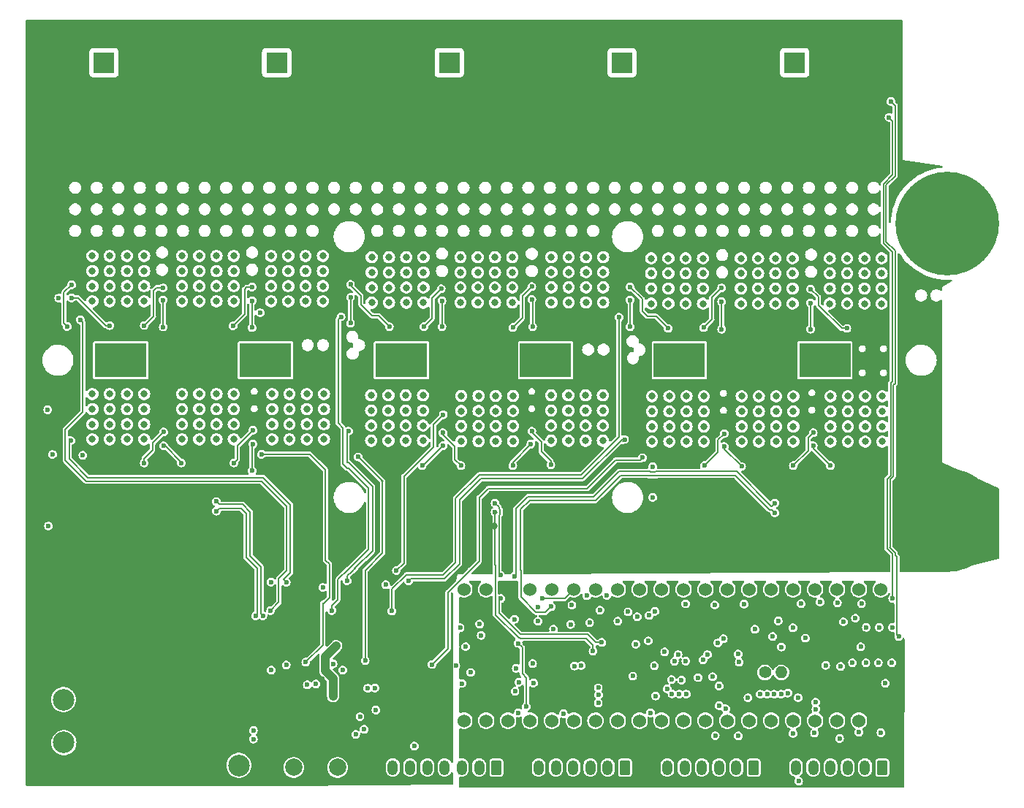
<source format=gbr>
%TF.GenerationSoftware,KiCad,Pcbnew,7.0.2-0*%
%TF.CreationDate,2023-08-29T20:24:27-04:00*%
%TF.ProjectId,MP2_DFN,4d50325f-4446-44e2-9e6b-696361645f70,rev?*%
%TF.SameCoordinates,Original*%
%TF.FileFunction,Copper,L3,Inr*%
%TF.FilePolarity,Positive*%
%FSLAX46Y46*%
G04 Gerber Fmt 4.6, Leading zero omitted, Abs format (unit mm)*
G04 Created by KiCad (PCBNEW 7.0.2-0) date 2023-08-29 20:24:27*
%MOMM*%
%LPD*%
G01*
G04 APERTURE LIST*
G04 Aperture macros list*
%AMRoundRect*
0 Rectangle with rounded corners*
0 $1 Rounding radius*
0 $2 $3 $4 $5 $6 $7 $8 $9 X,Y pos of 4 corners*
0 Add a 4 corners polygon primitive as box body*
4,1,4,$2,$3,$4,$5,$6,$7,$8,$9,$2,$3,0*
0 Add four circle primitives for the rounded corners*
1,1,$1+$1,$2,$3*
1,1,$1+$1,$4,$5*
1,1,$1+$1,$6,$7*
1,1,$1+$1,$8,$9*
0 Add four rect primitives between the rounded corners*
20,1,$1+$1,$2,$3,$4,$5,0*
20,1,$1+$1,$4,$5,$6,$7,0*
20,1,$1+$1,$6,$7,$8,$9,0*
20,1,$1+$1,$8,$9,$2,$3,0*%
G04 Aperture macros list end*
%TA.AperFunction,ComponentPad*%
%ADD10C,2.000000*%
%TD*%
%TA.AperFunction,ComponentPad*%
%ADD11C,0.800000*%
%TD*%
%TA.AperFunction,ComponentPad*%
%ADD12C,2.500000*%
%TD*%
%TA.AperFunction,ComponentPad*%
%ADD13RoundRect,0.250000X0.350000X0.625000X-0.350000X0.625000X-0.350000X-0.625000X0.350000X-0.625000X0*%
%TD*%
%TA.AperFunction,ComponentPad*%
%ADD14O,1.200000X1.750000*%
%TD*%
%TA.AperFunction,ComponentPad*%
%ADD15R,2.400000X2.400000*%
%TD*%
%TA.AperFunction,ComponentPad*%
%ADD16C,2.400000*%
%TD*%
%TA.AperFunction,ComponentPad*%
%ADD17C,3.000000*%
%TD*%
%TA.AperFunction,ComponentPad*%
%ADD18C,1.400000*%
%TD*%
%TA.AperFunction,ComponentPad*%
%ADD19O,1.400000X1.400000*%
%TD*%
%TA.AperFunction,ComponentPad*%
%ADD20C,1.524000*%
%TD*%
%TA.AperFunction,ComponentPad*%
%ADD21R,6.000000X4.000000*%
%TD*%
%TA.AperFunction,ViaPad*%
%ADD22C,0.600000*%
%TD*%
%TA.AperFunction,ViaPad*%
%ADD23C,0.800000*%
%TD*%
%TA.AperFunction,ViaPad*%
%ADD24C,12.000000*%
%TD*%
%TA.AperFunction,Conductor*%
%ADD25C,1.000000*%
%TD*%
%TA.AperFunction,Conductor*%
%ADD26C,0.200000*%
%TD*%
G04 APERTURE END LIST*
D10*
%TO.N,GND*%
%TO.C,TpGND1*%
X76750000Y-91030000D03*
%TD*%
D11*
%TO.N,VBAT*%
%TO.C,QA5*%
X76699000Y-60403300D03*
X76699000Y-62153300D03*
X76699000Y-63903300D03*
X76699000Y-65653300D03*
X78699000Y-60403300D03*
X78699000Y-62153300D03*
X78699000Y-63903300D03*
X78699000Y-65653300D03*
X80699000Y-60403300D03*
X80699000Y-62153300D03*
X80699000Y-63903300D03*
X80699000Y-65653300D03*
X82699000Y-60403300D03*
X82699000Y-62153300D03*
X82699000Y-63903300D03*
X82699000Y-65653300D03*
%TD*%
%TO.N,VBAT*%
%TO.C,QB3*%
X98637500Y-60557200D03*
X98637500Y-62307200D03*
X98637500Y-64057200D03*
X98637500Y-65807200D03*
X100637500Y-60557200D03*
X100637500Y-62307200D03*
X100637500Y-64057200D03*
X100637500Y-65807200D03*
X102637500Y-60557200D03*
X102637500Y-62307200D03*
X102637500Y-64057200D03*
X102637500Y-65807200D03*
X104637500Y-60557200D03*
X104637500Y-62307200D03*
X104637500Y-64057200D03*
X104637500Y-65807200D03*
%TD*%
%TO.N,VBAT*%
%TO.C,QC1*%
X120726000Y-60677800D03*
X120726000Y-62427800D03*
X120726000Y-64177800D03*
X120726000Y-65927800D03*
X122726000Y-60677800D03*
X122726000Y-62427800D03*
X122726000Y-64177800D03*
X122726000Y-65927800D03*
X124726000Y-60677800D03*
X124726000Y-62427800D03*
X124726000Y-64177800D03*
X124726000Y-65927800D03*
X126726000Y-60677800D03*
X126726000Y-62427800D03*
X126726000Y-64177800D03*
X126726000Y-65927800D03*
%TD*%
D12*
%TO.N,Net-(D7-A1)*%
%TO.C,U6*%
X52654000Y-111813260D03*
%TO.N,GND*%
X52654000Y-106733260D03*
X72974000Y-99113260D03*
%TO.N,V12V_safe*%
X72974000Y-119433260D03*
%TD*%
D11*
%TO.N,VBAT*%
%TO.C,QB1*%
X88359300Y-60565000D03*
X88359300Y-62315000D03*
X88359300Y-64065000D03*
X88359300Y-65815000D03*
X90359300Y-60565000D03*
X90359300Y-62315000D03*
X90359300Y-64065000D03*
X90359300Y-65815000D03*
X92359300Y-60565000D03*
X92359300Y-62315000D03*
X92359300Y-64065000D03*
X92359300Y-65815000D03*
X94359300Y-60565000D03*
X94359300Y-62315000D03*
X94359300Y-64065000D03*
X94359300Y-65815000D03*
%TD*%
%TO.N,DV3H_N*%
%TO.C,QC4*%
X131202600Y-76666400D03*
X131202600Y-78416400D03*
X131202600Y-80166400D03*
X131202600Y-81916400D03*
X133202600Y-76666400D03*
X133202600Y-78416400D03*
X133202600Y-80166400D03*
X133202600Y-81916400D03*
X135202600Y-76666400D03*
X135202600Y-78416400D03*
X135202600Y-80166400D03*
X135202600Y-81916400D03*
X137202600Y-76666400D03*
X137202600Y-78416400D03*
X137202600Y-80166400D03*
X137202600Y-81916400D03*
%TD*%
D13*
%TO.N,Net-(J4-Pin_1)*%
%TO.C,J4*%
X117700000Y-119700000D03*
D14*
%TO.N,GND*%
X115700000Y-119700000D03*
%TO.N,PB5 MOSI TIM3 CH2*%
X113700000Y-119700000D03*
%TO.N,PB4 MISO TIM3 CH1*%
X111700000Y-119700000D03*
%TO.N,PB3 SCK TIM2CH2*%
X109700000Y-119700000D03*
%TO.N,PA15 TIM2 CH1*%
X107700000Y-119700000D03*
%TD*%
D15*
%TO.N,VBAT*%
%TO.C,CR1*%
X57350000Y-38000000D03*
D16*
%TO.N,GND*%
X57350000Y-45500000D03*
%TD*%
D17*
%TO.N,GND*%
%TO.C,TpGND4*%
X72569000Y-106778260D03*
%TD*%
D11*
%TO.N,VBAT*%
%TO.C,QA3*%
X66377500Y-60403300D03*
X66377500Y-62153300D03*
X66377500Y-63903300D03*
X66377500Y-65653300D03*
X68377500Y-60403300D03*
X68377500Y-62153300D03*
X68377500Y-63903300D03*
X68377500Y-65653300D03*
X70377500Y-60403300D03*
X70377500Y-62153300D03*
X70377500Y-63903300D03*
X70377500Y-65653300D03*
X72377500Y-60403300D03*
X72377500Y-62153300D03*
X72377500Y-63903300D03*
X72377500Y-65653300D03*
%TD*%
D10*
%TO.N,GND*%
%TO.C,TpGND2*%
X109100000Y-91100000D03*
%TD*%
D11*
%TO.N,DV2H_N*%
%TO.C,QB4*%
X98724400Y-76626500D03*
X98724400Y-78376500D03*
X98724400Y-80126500D03*
X98724400Y-81876500D03*
X100724400Y-76626500D03*
X100724400Y-78376500D03*
X100724400Y-80126500D03*
X100724400Y-81876500D03*
X102724400Y-76626500D03*
X102724400Y-78376500D03*
X102724400Y-80126500D03*
X102724400Y-81876500D03*
X104724400Y-76626500D03*
X104724400Y-78376500D03*
X104724400Y-80126500D03*
X104724400Y-81876500D03*
%TD*%
D13*
%TO.N,Net-(J2-Pin_1)*%
%TO.C,J2*%
X132600000Y-119700000D03*
D14*
%TO.N,GND*%
X130600000Y-119700000D03*
%TO.N,PB9 DI2C1_SDA TIM4_CH4*%
X128600000Y-119700000D03*
%TO.N,PB8 DI2C1_SCL TIM4_CH3*%
X126600000Y-119700000D03*
%TO.N,PB7 D_UART1_RX I2C1_SDA TIM4_CH2*%
X124600000Y-119700000D03*
%TO.N,PB6 D_UART1_TX I2C1_SCL TIM4_CH1*%
X122600000Y-119700000D03*
%TD*%
D10*
%TO.N,V12V_safe*%
%TO.C,U7*%
X79320000Y-119675000D03*
%TO.N,GND*%
X81860000Y-119675000D03*
%TO.N,V5V*%
X84400000Y-119675000D03*
%TD*%
D13*
%TO.N,Net-(J1-Pin_1)*%
%TO.C,J1*%
X102800000Y-119700000D03*
D14*
%TO.N,GND*%
X100800000Y-119700000D03*
%TO.N,Net-(J1-Pin_3)*%
X98800000Y-119700000D03*
%TO.N,Net-(J1-Pin_4)*%
X96800000Y-119700000D03*
%TO.N,UART3RX_I2C2SDA_ADC12-15_F405*%
X94800000Y-119700000D03*
%TO.N,UART3TX_I2C2SCL_ADC12-14_F405*%
X92800000Y-119700000D03*
%TO.N,ADC12-5_SPI1SCK_TIM8CH1_F405*%
X90800000Y-119700000D03*
%TD*%
D11*
%TO.N,VBAT*%
%TO.C,QC3*%
X131114600Y-60677800D03*
X131114600Y-62427800D03*
X131114600Y-64177800D03*
X131114600Y-65927800D03*
X133114600Y-60677800D03*
X133114600Y-62427800D03*
X133114600Y-64177800D03*
X133114600Y-65927800D03*
X135114600Y-60677800D03*
X135114600Y-62427800D03*
X135114600Y-64177800D03*
X135114600Y-65927800D03*
X137114600Y-60677800D03*
X137114600Y-62427800D03*
X137114600Y-64177800D03*
X137114600Y-65927800D03*
%TD*%
D15*
%TO.N,VBAT*%
%TO.C,CR2*%
X77350000Y-38000000D03*
D16*
%TO.N,GND*%
X77350000Y-45500000D03*
%TD*%
D11*
%TO.N,VBAT*%
%TO.C,QC5*%
X141427000Y-60677800D03*
X141427000Y-62427800D03*
X141427000Y-64177800D03*
X141427000Y-65927800D03*
X143427000Y-60677800D03*
X143427000Y-62427800D03*
X143427000Y-64177800D03*
X143427000Y-65927800D03*
X145427000Y-60677800D03*
X145427000Y-62427800D03*
X145427000Y-64177800D03*
X145427000Y-65927800D03*
X147427000Y-60677800D03*
X147427000Y-62427800D03*
X147427000Y-64177800D03*
X147427000Y-65927800D03*
%TD*%
D15*
%TO.N,VBAT*%
%TO.C,CR3*%
X97350000Y-38000000D03*
D16*
%TO.N,GND*%
X97350000Y-45500000D03*
%TD*%
D11*
%TO.N,DV1H_N*%
%TO.C,QA2*%
X56003500Y-76405300D03*
X56003500Y-78155300D03*
X56003500Y-79905300D03*
X56003500Y-81655300D03*
X58003500Y-76405300D03*
X58003500Y-78155300D03*
X58003500Y-79905300D03*
X58003500Y-81655300D03*
X60003500Y-76405300D03*
X60003500Y-78155300D03*
X60003500Y-79905300D03*
X60003500Y-81655300D03*
X62003500Y-76405300D03*
X62003500Y-78155300D03*
X62003500Y-79905300D03*
X62003500Y-81655300D03*
%TD*%
D10*
%TO.N,GND*%
%TO.C,TpGND3*%
X141800000Y-90900000D03*
%TD*%
D11*
%TO.N,VBAT*%
%TO.C,QA1*%
X56003500Y-60403300D03*
X56003500Y-62153300D03*
X56003500Y-63903300D03*
X56003500Y-65653300D03*
X58003500Y-60403300D03*
X58003500Y-62153300D03*
X58003500Y-63903300D03*
X58003500Y-65653300D03*
X60003500Y-60403300D03*
X60003500Y-62153300D03*
X60003500Y-63903300D03*
X60003500Y-65653300D03*
X62003500Y-60403300D03*
X62003500Y-62153300D03*
X62003500Y-63903300D03*
X62003500Y-65653300D03*
%TD*%
D18*
%TO.N,GND*%
%TO.C,NTC1*%
X133914000Y-108678260D03*
D19*
%TO.N,FET_TEMP*%
X135814000Y-108678260D03*
%TD*%
D11*
%TO.N,DV1H_N*%
%TO.C,QA4*%
X66377500Y-76405300D03*
X66377500Y-78155300D03*
X66377500Y-79905300D03*
X66377500Y-81655300D03*
X68377500Y-76405300D03*
X68377500Y-78155300D03*
X68377500Y-79905300D03*
X68377500Y-81655300D03*
X70377500Y-76405300D03*
X70377500Y-78155300D03*
X70377500Y-79905300D03*
X70377500Y-81655300D03*
X72377500Y-76405300D03*
X72377500Y-78155300D03*
X72377500Y-79905300D03*
X72377500Y-81655300D03*
%TD*%
D20*
%TO.N,unconnected-(U5-VBAT-Pad1)*%
%TO.C,U5*%
X147329000Y-99028260D03*
%TO.N,HALL_A*%
X144789000Y-99028260D03*
%TO.N,HALL_B*%
X142249000Y-99028260D03*
%TO.N,HALL_C*%
X139709000Y-99028260D03*
%TO.N,Net-(U5-NRST)*%
X137169000Y-99028260D03*
%TO.N,A_THROTTLE*%
X134629000Y-99028260D03*
%TO.N,VSENSE*%
X132089000Y-99028260D03*
%TO.N,A_SHA_AMP*%
X129549000Y-99028260D03*
%TO.N,A_SHB_AMP*%
X127009000Y-99028260D03*
%TO.N,A_SHC_AMP*%
X124469000Y-99028260D03*
%TO.N,A_PHA_VSENSE*%
X121929000Y-99028260D03*
%TO.N,A_PHB_VSENSE*%
X119389000Y-99028260D03*
%TO.N,MOTOR_TEMP*%
X116849000Y-99028260D03*
%TO.N,A_PHC_VSENSE*%
X114309000Y-99028260D03*
%TO.N,FET_TEMP*%
X111769000Y-99028260D03*
%TO.N,ADC12-6_SPI1MISO_TIM13CH1_F405*%
X109229000Y-99028260D03*
%TO.N,Net-(U5-PB10)*%
X106689000Y-99028260D03*
%TO.N,V3V3*%
X104149000Y-99028260D03*
%TO.N,GND*%
X101609000Y-99028260D03*
%TO.N,unconnected-(U5-5V-Pad20)*%
X99069000Y-99028260D03*
%TO.N,A_OVERLIMIT*%
X99069000Y-114268260D03*
%TO.N,_LIN_A*%
X101609000Y-114268260D03*
%TO.N,_LIN_B*%
X104149000Y-114268260D03*
%TO.N,_LIN_C*%
X106689000Y-114268260D03*
%TO.N,_HIN_A*%
X109229000Y-114268260D03*
%TO.N,_HIN_B*%
X111769000Y-114268260D03*
%TO.N,_HIN_C*%
X114285395Y-114278253D03*
%TO.N,Net-(U5-PA11)*%
X116849000Y-114268260D03*
%TO.N,Net-(U5-PA12)*%
X119389000Y-114268260D03*
%TO.N,Net-(RN2-R4.1)*%
X121929000Y-114268260D03*
%TO.N,Net-(RN2-R3.1)*%
X124469000Y-114268260D03*
%TO.N,Net-(RN2-R2.1)*%
X127009000Y-114268260D03*
%TO.N,Net-(RN2-R1.1)*%
X129549000Y-114268260D03*
%TO.N,Net-(RN3-R4.1)*%
X132089000Y-114268260D03*
%TO.N,Net-(RN3-R3.1)*%
X134629000Y-114268260D03*
%TO.N,Net-(RN3-R2.1)*%
X137169000Y-114268260D03*
%TO.N,Net-(RN3-R1.1)*%
X139709000Y-114268260D03*
%TO.N,V5V*%
X142249000Y-114268260D03*
%TO.N,GND*%
X144789000Y-114268260D03*
%TO.N,V3V3*%
X147329000Y-114268260D03*
%TD*%
D11*
%TO.N,VBAT*%
%TO.C,QB5*%
X109175600Y-60541400D03*
X109175600Y-62291400D03*
X109175600Y-64041400D03*
X109175600Y-65791400D03*
X111175600Y-60541400D03*
X111175600Y-62291400D03*
X111175600Y-64041400D03*
X111175600Y-65791400D03*
X113175600Y-60541400D03*
X113175600Y-62291400D03*
X113175600Y-64041400D03*
X113175600Y-65791400D03*
X115175600Y-60541400D03*
X115175600Y-62291400D03*
X115175600Y-64041400D03*
X115175600Y-65791400D03*
%TD*%
%TO.N,DV2H_N*%
%TO.C,QB6*%
X109133700Y-76567000D03*
X109133700Y-78317000D03*
X109133700Y-80067000D03*
X109133700Y-81817000D03*
X111133700Y-76567000D03*
X111133700Y-78317000D03*
X111133700Y-80067000D03*
X111133700Y-81817000D03*
X113133700Y-76567000D03*
X113133700Y-78317000D03*
X113133700Y-80067000D03*
X113133700Y-81817000D03*
X115133700Y-76567000D03*
X115133700Y-78317000D03*
X115133700Y-80067000D03*
X115133700Y-81817000D03*
%TD*%
%TO.N,DV1H_N*%
%TO.C,QA6*%
X76831500Y-76405300D03*
X76831500Y-78155300D03*
X76831500Y-79905300D03*
X76831500Y-81655300D03*
X78831500Y-76405300D03*
X78831500Y-78155300D03*
X78831500Y-79905300D03*
X78831500Y-81655300D03*
X80831500Y-76405300D03*
X80831500Y-78155300D03*
X80831500Y-79905300D03*
X80831500Y-81655300D03*
X82831500Y-76405300D03*
X82831500Y-78155300D03*
X82831500Y-79905300D03*
X82831500Y-81655300D03*
%TD*%
%TO.N,DV2H_N*%
%TO.C,QB2*%
X88296800Y-76567000D03*
X88296800Y-78317000D03*
X88296800Y-80067000D03*
X88296800Y-81817000D03*
X90296800Y-76567000D03*
X90296800Y-78317000D03*
X90296800Y-80067000D03*
X90296800Y-81817000D03*
X92296800Y-76567000D03*
X92296800Y-78317000D03*
X92296800Y-80067000D03*
X92296800Y-81817000D03*
X94296800Y-76567000D03*
X94296800Y-78317000D03*
X94296800Y-80067000D03*
X94296800Y-81817000D03*
%TD*%
%TO.N,DV3H_N*%
%TO.C,QC2*%
X120825800Y-76666400D03*
X120825800Y-78416400D03*
X120825800Y-80166400D03*
X120825800Y-81916400D03*
X122825800Y-76666400D03*
X122825800Y-78416400D03*
X122825800Y-80166400D03*
X122825800Y-81916400D03*
X124825800Y-76666400D03*
X124825800Y-78416400D03*
X124825800Y-80166400D03*
X124825800Y-81916400D03*
X126825800Y-76666400D03*
X126825800Y-78416400D03*
X126825800Y-80166400D03*
X126825800Y-81916400D03*
%TD*%
D13*
%TO.N,GND*%
%TO.C,J3*%
X147500000Y-119700000D03*
D14*
%TO.N,Net-(J3-Pin_2)*%
X145500000Y-119700000D03*
%TO.N,Net-(J3-Pin_3)*%
X143500000Y-119700000D03*
%TO.N,Net-(J3-Pin_4)*%
X141500000Y-119700000D03*
%TO.N,Net-(J3-Pin_5)*%
X139500000Y-119700000D03*
%TO.N,V5V*%
X137500000Y-119700000D03*
%TD*%
D15*
%TO.N,VBAT*%
%TO.C,CR5*%
X137350000Y-38000000D03*
D16*
%TO.N,GND*%
X137350000Y-45500000D03*
%TD*%
D11*
%TO.N,DV3H_N*%
%TO.C,QC6*%
X141508000Y-76666400D03*
X141508000Y-78416400D03*
X141508000Y-80166400D03*
X141508000Y-81916400D03*
X143508000Y-76666400D03*
X143508000Y-78416400D03*
X143508000Y-80166400D03*
X143508000Y-81916400D03*
X145508000Y-76666400D03*
X145508000Y-78416400D03*
X145508000Y-80166400D03*
X145508000Y-81916400D03*
X147508000Y-76666400D03*
X147508000Y-78416400D03*
X147508000Y-80166400D03*
X147508000Y-81916400D03*
%TD*%
D15*
%TO.N,VBAT*%
%TO.C,CR4*%
X117350000Y-38000000D03*
D16*
%TO.N,GND*%
X117350000Y-45500000D03*
%TD*%
D12*
%TO.N,V12V_safe*%
%TO.C,Tp12V1*%
X52700000Y-116800000D03*
%TD*%
D21*
%TO.N,DV1H_N*%
%TO.C,PHA_1*%
X59290000Y-72500000D03*
%TD*%
%TO.N,DV2H_N*%
%TO.C,PHB_2*%
X108500000Y-72500000D03*
%TD*%
%TO.N,DV3H_N*%
%TO.C,PHC_2*%
X140850000Y-72500000D03*
%TD*%
%TO.N,DV3H_N*%
%TO.C,PHC_1*%
X123983100Y-72500000D03*
%TD*%
%TO.N,DV2H_N*%
%TO.C,PHB_1*%
X91802000Y-72500000D03*
%TD*%
%TO.N,DV1H_N*%
%TO.C,PHA_2*%
X76054000Y-72500000D03*
%TD*%
D22*
%TO.N,V12V*%
X84250000Y-105600500D03*
X83875000Y-111425000D03*
%TO.N,VSENSE2*%
X149400000Y-104500000D03*
X104950000Y-110849500D03*
X123850000Y-106600000D03*
X148500000Y-42500000D03*
X130800000Y-106550000D03*
X145000000Y-105700000D03*
X127250000Y-106600000D03*
%TO.N,V3V3*%
X110050000Y-108350000D03*
D23*
X104950000Y-118250498D03*
X135400000Y-117600000D03*
D22*
X117550000Y-109250000D03*
X139019000Y-107828260D03*
D23*
X119950000Y-118025000D03*
D22*
X117550000Y-107750000D03*
%TO.N,A_SHA_V+*%
X114600000Y-110450000D03*
X75750000Y-102100000D03*
X70365500Y-88861800D03*
%TO.N,GND*%
X138100000Y-100700000D03*
X130825000Y-116025000D03*
X122598907Y-110570775D03*
D23*
X131000000Y-92000000D03*
X58561200Y-96000000D03*
X120000000Y-96012000D03*
D22*
X81650000Y-117275000D03*
D23*
X56561200Y-96000000D03*
X129000000Y-94000000D03*
X63300000Y-50500000D03*
X93000000Y-92000000D03*
X58561200Y-92000000D03*
X145300000Y-91900000D03*
X114000000Y-96012000D03*
X118000000Y-96012000D03*
X80880000Y-73662000D03*
X70561200Y-92000000D03*
X60561200Y-96000000D03*
D22*
X58150000Y-117075000D03*
X123075000Y-109500000D03*
D23*
X81800000Y-96000000D03*
D22*
X137750000Y-111600000D03*
D23*
X124300000Y-50500000D03*
D22*
X148600000Y-107550000D03*
X144050000Y-107550000D03*
D23*
X93000000Y-94000000D03*
X137750000Y-94000000D03*
X127900000Y-50500000D03*
X106900000Y-50500000D03*
D22*
X99825000Y-108675000D03*
D23*
X101600000Y-95758000D03*
D22*
X73300000Y-109900000D03*
X86100000Y-107000000D03*
D23*
X51204800Y-51500000D03*
D22*
X137150000Y-103500000D03*
D23*
X124000000Y-96012000D03*
X145750000Y-96000000D03*
X128000000Y-96012000D03*
X66561200Y-96000000D03*
D22*
X89050000Y-118800000D03*
X67900000Y-103100000D03*
D23*
X88700000Y-50500000D03*
X143900000Y-50500000D03*
D22*
X61150000Y-117025000D03*
X145600000Y-107550000D03*
D23*
X121000000Y-94000000D03*
X141750000Y-96000000D03*
D22*
X120400000Y-105000000D03*
X144400000Y-102375000D03*
D23*
X79725000Y-89950000D03*
X151158000Y-83972400D03*
X70561200Y-94000000D03*
X68561200Y-96000000D03*
X81800000Y-74600000D03*
X152050000Y-80350000D03*
X90805000Y-92107000D03*
X103300000Y-50500000D03*
D22*
X96600500Y-103975000D03*
D23*
X65100000Y-50500000D03*
X152550000Y-69450000D03*
X145700000Y-50500000D03*
X151872000Y-67900000D03*
X62561200Y-96000000D03*
X68700000Y-50500000D03*
D22*
X62100000Y-110300000D03*
D23*
X87000000Y-92000000D03*
D22*
X72069000Y-112228260D03*
D23*
X108700000Y-50500000D03*
X150300000Y-78350000D03*
D22*
X88900000Y-104500000D03*
X98800000Y-109950000D03*
X105350000Y-113350000D03*
X82610000Y-109385000D03*
D23*
X135000000Y-94000000D03*
D22*
X129089325Y-104770440D03*
D23*
X64561200Y-96000000D03*
X123000000Y-94000000D03*
D22*
X56700000Y-108475000D03*
X80350000Y-110875000D03*
D23*
X72644000Y-94012000D03*
D22*
X73300000Y-111500000D03*
D23*
X90500000Y-50500000D03*
D22*
X147050000Y-107550000D03*
D23*
X139750000Y-94000000D03*
D22*
X68000000Y-115850000D03*
X76700000Y-116800000D03*
X130919000Y-107478260D03*
X134800000Y-104500000D03*
D23*
X66561200Y-92000000D03*
D22*
X89100000Y-117250000D03*
D23*
X135000000Y-92000000D03*
D22*
X65375000Y-112400000D03*
D23*
X83300000Y-50500000D03*
D22*
X128100000Y-100850000D03*
X82100000Y-104500000D03*
X140950000Y-107850000D03*
D23*
X116000000Y-96012000D03*
X90840000Y-114200000D03*
D22*
X69700000Y-117550000D03*
D23*
X115000000Y-94000000D03*
X81000000Y-90000000D03*
X95000000Y-94000000D03*
D22*
X93500000Y-107700000D03*
X76700000Y-113800000D03*
D23*
X58561200Y-94000000D03*
X99568000Y-93758000D03*
X85700000Y-73125000D03*
X145750000Y-94000000D03*
D22*
X52480000Y-76500000D03*
X131500000Y-100750000D03*
X138600000Y-104700000D03*
X118600000Y-109100000D03*
D23*
X117000000Y-94000000D03*
D22*
X54850000Y-102225000D03*
D23*
X127000000Y-94000000D03*
D22*
X107000000Y-107649500D03*
D23*
X97000000Y-92000000D03*
D22*
X140300000Y-100500000D03*
X54300000Y-100550000D03*
D23*
X115915000Y-73696100D03*
D22*
X61419000Y-100978260D03*
X99250500Y-105675000D03*
D23*
X81800000Y-94000000D03*
D22*
X143000000Y-102800000D03*
X118950000Y-105400000D03*
X59325000Y-108625000D03*
D23*
X56561200Y-94000000D03*
X153800000Y-80350000D03*
D22*
X96350000Y-105175000D03*
X116875000Y-102725000D03*
D23*
X85000000Y-92000000D03*
D22*
X124250000Y-109550498D03*
X137160000Y-115750000D03*
X111850000Y-107925000D03*
X124750000Y-107350000D03*
X56900000Y-99625000D03*
X120500000Y-102074500D03*
X139817023Y-112926319D03*
D23*
X126100000Y-50500000D03*
X152050000Y-76350000D03*
D22*
X54300000Y-75430000D03*
D23*
X110500000Y-50500000D03*
X85000000Y-96000000D03*
D22*
X98100000Y-107900000D03*
D23*
X108204000Y-96012000D03*
X110000000Y-96012000D03*
X153800000Y-76350000D03*
D22*
X78930000Y-109865000D03*
X96650000Y-77100000D03*
D23*
X53004800Y-51500000D03*
D22*
X100857789Y-103076987D03*
D23*
X113000000Y-94000000D03*
X86900000Y-50500000D03*
D22*
X148650000Y-103450000D03*
X136559958Y-111061687D03*
X77400000Y-109800000D03*
X53669000Y-120878260D03*
X69600000Y-114350000D03*
D23*
X86722000Y-73662000D03*
D22*
X121100000Y-107900000D03*
X105400000Y-109800000D03*
D23*
X95000000Y-92000000D03*
D22*
X144800000Y-115600000D03*
D23*
X143750000Y-96000000D03*
X72644000Y-92012000D03*
X139750000Y-96000000D03*
D22*
X128150000Y-116000000D03*
X74475000Y-121225000D03*
D23*
X97000000Y-94000000D03*
X122000000Y-96012000D03*
X99568000Y-91758000D03*
X102500000Y-91707200D03*
X66561200Y-94000000D03*
X152908000Y-83972400D03*
D22*
X142300000Y-100600000D03*
D23*
X70500000Y-50500000D03*
X60561200Y-92000000D03*
X93000000Y-96000000D03*
X115915000Y-74966100D03*
X117375000Y-92075000D03*
X76400000Y-94000000D03*
X152050000Y-82350000D03*
D22*
X53670000Y-76480000D03*
D23*
X81000000Y-92000000D03*
X130000000Y-96012000D03*
X117887100Y-74260500D03*
X111000000Y-94000000D03*
X150300000Y-76350000D03*
D22*
X97225000Y-113650000D03*
X135450000Y-102700000D03*
D23*
X150300000Y-80350000D03*
X119411100Y-74260500D03*
X101600000Y-93758000D03*
D22*
X120650000Y-113350000D03*
X86275000Y-109150000D03*
D23*
X68561200Y-92000000D03*
X131000000Y-94000000D03*
D22*
X147150000Y-103450000D03*
D23*
X62561200Y-94000000D03*
X125000000Y-92000000D03*
X76400000Y-96000000D03*
D22*
X113600000Y-102900000D03*
D23*
X143750000Y-94000000D03*
X107000000Y-94000000D03*
X133000000Y-94000000D03*
X150876000Y-70358000D03*
X66900000Y-50500000D03*
D22*
X66800000Y-107275000D03*
D23*
X119411100Y-75276500D03*
X137750000Y-92000000D03*
X126000000Y-96012000D03*
D24*
X155000000Y-91000000D03*
D23*
X109000000Y-94000000D03*
X64561200Y-92000000D03*
X62561200Y-92000000D03*
X104089200Y-93707200D03*
D22*
X124723911Y-100726089D03*
D23*
X129700000Y-50500000D03*
D22*
X119125000Y-102225000D03*
D23*
X113138000Y-74173100D03*
D22*
X145650000Y-103450000D03*
D23*
X89400000Y-114200000D03*
D22*
X93700000Y-109525000D03*
X105100000Y-108200000D03*
D23*
X153822400Y-70408800D03*
D22*
X85850000Y-75350000D03*
D23*
X152050000Y-78350000D03*
X68561200Y-94000000D03*
D22*
X55500000Y-116150000D03*
X137819000Y-121278260D03*
D23*
X153800000Y-78350000D03*
X56561200Y-92000000D03*
D22*
X61969000Y-105928260D03*
X66050000Y-117025000D03*
D23*
X85000000Y-94000000D03*
D22*
X80000000Y-117300000D03*
X98600000Y-103500000D03*
D23*
X82658000Y-73662000D03*
D22*
X147350000Y-115650000D03*
X112626089Y-107873911D03*
D23*
X70561200Y-96000000D03*
X132000000Y-96012000D03*
D22*
X62425000Y-113900000D03*
D23*
X90805000Y-94107000D03*
X72644000Y-96012000D03*
X112000000Y-96012000D03*
D22*
X107100000Y-109900000D03*
X113269000Y-99778260D03*
X114642844Y-111254978D03*
D23*
X60561200Y-94000000D03*
D22*
X142675000Y-107975000D03*
D23*
X114916000Y-74173100D03*
D22*
X139650000Y-115700000D03*
X126172012Y-109274190D03*
D23*
X119000000Y-94000000D03*
X87000000Y-94000000D03*
X64561200Y-94000000D03*
D22*
X67500000Y-99275000D03*
D23*
X129000000Y-92000000D03*
X147500000Y-50500000D03*
D22*
X115600000Y-99750000D03*
X132750000Y-103675000D03*
D23*
X105100000Y-50500000D03*
D22*
X79300000Y-107100000D03*
D23*
X137750000Y-96000000D03*
X115000000Y-92000000D03*
X131500000Y-50500000D03*
D22*
X52650000Y-99475000D03*
D23*
X112700000Y-91800000D03*
X85100000Y-50500000D03*
X117887100Y-75276500D03*
D22*
X111400000Y-103100000D03*
D23*
X99568000Y-95758000D03*
D22*
X94193936Y-114730271D03*
X147869000Y-109928260D03*
X110550000Y-113450000D03*
D23*
X153650000Y-67900000D03*
X135001000Y-96012000D03*
X104089200Y-95707200D03*
D22*
X121250000Y-111400000D03*
X89650000Y-109675000D03*
D23*
X120200000Y-92050000D03*
X49404800Y-51500000D03*
X125000000Y-94000000D03*
D22*
X127850000Y-109175000D03*
X64050000Y-103050000D03*
D23*
X141750000Y-94000000D03*
X153800000Y-82350000D03*
X150300000Y-82350000D03*
D22*
X126729690Y-107207028D03*
X142550000Y-116328260D03*
D23*
X95000000Y-96000000D03*
D22*
X76050000Y-110925000D03*
%TO.N,A_SHA_V-*%
X114600000Y-112200000D03*
X70365500Y-89979300D03*
X74900000Y-102100000D03*
%TO.N,Net-(D7-A1)*%
X50908000Y-91699100D03*
X51391000Y-83402000D03*
%TO.N,A_SHB_V+*%
X103300000Y-100100000D03*
X115000000Y-105200000D03*
X102641100Y-89045100D03*
X103286500Y-97400000D03*
%TO.N,A_SHC_V+*%
X107650000Y-101100000D03*
X135050000Y-89050000D03*
X104902000Y-97536000D03*
%TO.N,A_SHB_V-*%
X114000000Y-106200000D03*
X102641100Y-90086500D03*
%TO.N,A_SHC_V-*%
X109150000Y-101050000D03*
X135050800Y-90173900D03*
D24*
%TO.N,VBAT*%
X155000000Y-56650000D03*
D22*
%TO.N,Net-(J1-Pin_3)*%
X129369000Y-112878260D03*
%TO.N,Net-(J1-Pin_4)*%
X128599500Y-112523264D03*
%TO.N,A_PHA_VSENSE*%
X121150000Y-101600000D03*
X76687500Y-98200000D03*
%TO.N,FET_TEMP*%
X108100000Y-100090260D03*
X96650000Y-78800000D03*
X135825000Y-105725500D03*
X91225000Y-96850000D03*
%TO.N,A_PHB_VSENSE*%
X118050000Y-101650000D03*
X82687500Y-98812500D03*
%TO.N,A_PHC_VSENSE*%
X89975000Y-98500000D03*
X114800000Y-101450000D03*
%TO.N,LIN_A*%
X81900000Y-110000000D03*
X78454500Y-107800500D03*
%TO.N,LIN_B*%
X88725000Y-110475000D03*
X84990000Y-108400000D03*
%TO.N,HIN_A*%
X76714000Y-108400000D03*
X80900000Y-110100000D03*
%TO.N,HIN_B*%
X87900000Y-110500000D03*
X83875000Y-107675000D03*
%TO.N,Net-(R32-Pad2)*%
X109425000Y-103650500D03*
X101050000Y-104375000D03*
%TO.N,Net-(D7-A1)*%
X50825000Y-78225000D03*
X52100000Y-65287500D03*
%TO.N,MOTOR_TEMP*%
X139769000Y-112128260D03*
X128450000Y-105250511D03*
X128599500Y-110238992D03*
%TO.N,Net-(U4C-+)*%
X104910421Y-102499500D03*
X107625000Y-102725000D03*
%TO.N,Net-(RN2-R2.1)*%
X124796768Y-111173384D03*
%TO.N,Net-(RN2-R3.1)*%
X123996656Y-111173606D03*
%TO.N,Net-(RN2-R4.1)*%
X123150000Y-111150000D03*
%TO.N,VSENSE*%
X148291600Y-44349000D03*
X148700000Y-100100000D03*
X145100000Y-100700000D03*
%TO.N,DVRL1*%
X75600000Y-83400000D03*
X54890000Y-83500000D03*
X80716989Y-107483011D03*
%TO.N,DVRL2*%
X87600000Y-107300000D03*
X86800000Y-83700000D03*
%TO.N,Net-(CGS1-Pad2)*%
X53086000Y-68580000D03*
X53594000Y-63754000D03*
%TO.N,Net-(CGS2-Pad2)*%
X64200000Y-65500000D03*
X64205000Y-68633800D03*
%TO.N,Net-(RN3-R1.1)*%
X135769000Y-111178260D03*
%TO.N,Net-(RN3-R2.1)*%
X134969000Y-111178260D03*
%TO.N,ADC12-5_SPI1SCK_TIM8CH1_F405*%
X106275000Y-112625000D03*
X93300000Y-117200000D03*
X105300000Y-105300000D03*
%TO.N,ADC12-6_SPI1MISO_TIM13CH1_F405*%
X131950000Y-111600000D03*
X111550000Y-100850000D03*
X122300000Y-106300000D03*
X123423911Y-107373911D03*
%TO.N,Net-(RN3-R3.1)*%
X134169000Y-111178260D03*
%TO.N,Net-(RN3-R4.1)*%
X133369000Y-111178260D03*
%TO.N,Net-(CGS3-Pad2)*%
X74500000Y-68700000D03*
X74500000Y-65600000D03*
%TO.N,Net-(CGS4-Pad2)*%
X85900000Y-65200000D03*
X85900000Y-68200000D03*
%TO.N,Net-(CGS5-Pad2)*%
X96500000Y-68600000D03*
X96500000Y-65600000D03*
%TO.N,Net-(CGS6-Pad2)*%
X107000000Y-68600000D03*
X106900000Y-65450000D03*
%TO.N,Net-(CGS7-Pad2)*%
X118300000Y-68600000D03*
X118300000Y-65500000D03*
%TO.N,_HIN_A*%
X86500000Y-115850000D03*
%TO.N,_LIN_A*%
X87475000Y-115275000D03*
%TO.N,_HIN_B*%
X87000000Y-113800000D03*
%TO.N,_LIN_B*%
X88850000Y-113025000D03*
%TO.N,Net-(CGS8-Pad2)*%
X128900000Y-65700000D03*
X128900000Y-68900000D03*
%TO.N,Net-(CGS9-Pad2)*%
X139200000Y-65850000D03*
X139200000Y-68900000D03*
%TO.N,DVRL3*%
X95350000Y-107750000D03*
X119730000Y-83780000D03*
%TO.N,Net-(CGS10-Pad2)*%
X64262000Y-80800000D03*
X72400000Y-84400000D03*
X74600000Y-80600000D03*
X62000000Y-84400000D03*
%TO.N,Net-(CGS11-Pad1)*%
X66300000Y-84400000D03*
X64262000Y-82400000D03*
%TO.N,Net-(CGS12-Pad1)*%
X74600000Y-82200000D03*
X74500000Y-85300000D03*
%TO.N,Net-(CGS13-Pad2)*%
X106800000Y-82200000D03*
X96600000Y-82400000D03*
X104700000Y-84700000D03*
X94200000Y-84700000D03*
%TO.N,Net-(CGS14-Pad1)*%
X98700000Y-84700000D03*
X96600000Y-80900000D03*
%TO.N,Net-(CGS15-Pad1)*%
X109100000Y-84600000D03*
X106900000Y-80700000D03*
%TO.N,Net-(CGS16-Pad1)*%
X120904000Y-84836000D03*
X120904000Y-88392000D03*
%TO.N,Net-(CGS16-Pad2)*%
X129200000Y-81000000D03*
X139500000Y-80900000D03*
X126900000Y-84700000D03*
X137200000Y-84700000D03*
%TO.N,Net-(CGS17-Pad1)*%
X129200000Y-82500000D03*
X131200000Y-84800000D03*
%TO.N,Net-(CGS18-Pad1)*%
X139500000Y-82400000D03*
X141500000Y-84700000D03*
%TO.N,DV1H_N*%
X58003500Y-68473300D03*
X53500000Y-81800000D03*
X53594000Y-65278000D03*
X72300000Y-68500000D03*
X62003500Y-68469300D03*
X74500000Y-64000000D03*
X78450000Y-98225000D03*
X64200000Y-64100000D03*
%TO.N,DV2H_N*%
X85670000Y-80702500D03*
X94400000Y-68600000D03*
X85500000Y-98050000D03*
X85900000Y-63700000D03*
X90400000Y-68600000D03*
X104700000Y-68700000D03*
X106900000Y-63950000D03*
X96400000Y-64200000D03*
%TO.N,DV3H_N*%
X143400000Y-68800000D03*
X117650000Y-81675000D03*
X128900000Y-64100000D03*
X122700000Y-68800000D03*
X92625000Y-98075000D03*
X126800000Y-68700000D03*
X139200000Y-64250000D03*
X118300000Y-64000000D03*
%TO.N,DV1H_P*%
X76650000Y-101500000D03*
X75438000Y-66980450D03*
X54600000Y-67800000D03*
%TO.N,DV2H_P*%
X83725000Y-101500000D03*
X84800000Y-67450000D03*
%TO.N,DV3H_P*%
X90700000Y-101550000D03*
X117000000Y-67500000D03*
%TO.N,V12V_safe*%
X74650000Y-115400000D03*
X74650000Y-116400000D03*
%TD*%
D25*
%TO.N,V12V*%
X83875000Y-111425000D02*
X83875000Y-109377207D01*
X82975000Y-108477207D02*
X82975000Y-106875500D01*
X82975000Y-106875500D02*
X84250000Y-105600500D01*
X83875000Y-109377207D02*
X82975000Y-108477207D01*
D26*
%TO.N,VSENSE2*%
X148775000Y-75400000D02*
X148775000Y-85949264D01*
X147950000Y-58775000D02*
X148975000Y-59800000D01*
X149000000Y-95074264D02*
X149200000Y-95274264D01*
X148975000Y-59800000D02*
X148975000Y-75200000D01*
X148362132Y-94187868D02*
X149000000Y-94825736D01*
X149200000Y-104300000D02*
X149400000Y-104500000D01*
X148399632Y-86324632D02*
X148399632Y-94150368D01*
X149000000Y-43000000D02*
X149000000Y-51125000D01*
X149000000Y-94825736D02*
X149000000Y-95074264D01*
X148399632Y-94150368D02*
X148362132Y-94187868D01*
X147950000Y-52175000D02*
X147950000Y-58775000D01*
X148500000Y-42500000D02*
X149000000Y-43000000D01*
X149200000Y-95274264D02*
X149200000Y-104300000D01*
X148975000Y-75200000D02*
X148775000Y-75400000D01*
X148775000Y-85949264D02*
X148399632Y-86324632D01*
X149000000Y-51125000D02*
X147950000Y-52175000D01*
%TO.N,A_SHA_V+*%
X75750000Y-102100000D02*
X75550001Y-101900001D01*
X74275000Y-90081800D02*
X73388749Y-89195549D01*
X73388749Y-89195549D02*
X70699249Y-89195549D01*
X75550001Y-96456801D02*
X74275000Y-95181800D01*
X70699249Y-89195549D02*
X70365500Y-88861800D01*
X74275000Y-95181800D02*
X74275000Y-90081800D01*
X75550001Y-101900001D02*
X75550001Y-96456801D01*
%TO.N,GND*%
X96650000Y-77951471D02*
X96650000Y-77100000D01*
X150000000Y-91800000D02*
X149400000Y-92400000D01*
%TO.N,A_SHA_V-*%
X70699249Y-89645551D02*
X70365500Y-89979300D01*
X75099999Y-101900001D02*
X75099999Y-96643199D01*
X74900000Y-102100000D02*
X75099999Y-101900001D01*
X75099999Y-96643199D02*
X73825000Y-95368200D01*
X73202351Y-89645551D02*
X70699249Y-89645551D01*
X73825000Y-95368200D02*
X73825000Y-90268200D01*
X73825000Y-90268200D02*
X73202351Y-89645551D01*
%TO.N,A_SHB_V+*%
X103091100Y-95972900D02*
X103109100Y-95990900D01*
X103087000Y-101768800D02*
X103087000Y-100313000D01*
X105759899Y-104275000D02*
X105734917Y-104250019D01*
X115000000Y-105200000D02*
X114318199Y-105200000D01*
X103091100Y-95750000D02*
X103091100Y-95972900D01*
X102641100Y-89045100D02*
X103091100Y-89495100D01*
X114318199Y-105200000D02*
X113393199Y-104275000D01*
X103209100Y-101890900D02*
X103087000Y-101768800D01*
X103091100Y-95750000D02*
X103087000Y-95754100D01*
X103091100Y-90485029D02*
X103091100Y-95750000D01*
X103241100Y-89837971D02*
X103241100Y-90335029D01*
X105568219Y-104250019D02*
X103209100Y-101890900D01*
X103087000Y-95754100D02*
X103087000Y-97200500D01*
X103241100Y-90335029D02*
X103091100Y-90485029D01*
X113393199Y-104275000D02*
X105759899Y-104275000D01*
X103087000Y-100313000D02*
X103300000Y-100100000D01*
X103091100Y-89687971D02*
X103241100Y-89837971D01*
X103091100Y-89495100D02*
X103091100Y-89687971D01*
X105734917Y-104250019D02*
X105568219Y-104250019D01*
X103087000Y-97200500D02*
X103286500Y-97400000D01*
%TO.N,A_SHC_V+*%
X121152529Y-85436000D02*
X121215529Y-85373000D01*
X120655471Y-85436000D02*
X121152529Y-85436000D01*
X134662749Y-89386549D02*
X134713451Y-89386549D01*
X120592471Y-85373000D02*
X120655471Y-85436000D01*
X114079800Y-88294000D02*
X117000800Y-85373000D01*
X121215529Y-85373000D02*
X130649200Y-85373000D01*
X130649200Y-85373000D02*
X134662749Y-89386549D01*
X105054400Y-89699400D02*
X106459800Y-88294000D01*
X105054400Y-97383600D02*
X105054400Y-89699400D01*
X106459800Y-88294000D02*
X114079800Y-88294000D01*
X117000800Y-85373000D02*
X120592471Y-85373000D01*
X104902000Y-97536000D02*
X105054400Y-97383600D01*
X134713451Y-89386549D02*
X135050000Y-89050000D01*
%TO.N,A_SHB_V-*%
X105573529Y-104725000D02*
X113206801Y-104725000D01*
X105548529Y-104700000D02*
X105573529Y-104725000D01*
X105381800Y-104700000D02*
X105548529Y-104700000D01*
X102687000Y-102005200D02*
X105381800Y-104700000D01*
X113206801Y-104725000D02*
X114000000Y-105518199D01*
X102687000Y-96205200D02*
X102687000Y-102005200D01*
X102641100Y-90086500D02*
X102836500Y-90086500D01*
X102641100Y-90086500D02*
X102641100Y-96159300D01*
X114000000Y-105518199D02*
X114000000Y-106200000D01*
X102641100Y-96159300D02*
X102687000Y-96205200D01*
%TO.N,A_SHC_V-*%
X120469083Y-85885981D02*
X121338918Y-85885981D01*
X114266200Y-88744000D02*
X117187200Y-85823000D01*
X130462800Y-85823000D02*
X134476351Y-89836551D01*
X120406101Y-85823000D02*
X120469083Y-85885981D01*
X134476351Y-89836551D02*
X134713451Y-89836551D01*
X121338918Y-85885981D02*
X121401898Y-85823000D01*
X105627000Y-99925529D02*
X105627000Y-96787800D01*
X134713451Y-89836551D02*
X135050800Y-90173900D01*
X108500000Y-101700000D02*
X107401471Y-101700000D01*
X107401471Y-101700000D02*
X105627000Y-99925529D01*
X106646200Y-88744000D02*
X114266200Y-88744000D01*
X105619900Y-96780700D02*
X105619900Y-89770300D01*
X121401898Y-85823000D02*
X130462800Y-85823000D01*
X109150000Y-101050000D02*
X108500000Y-101700000D01*
X117187200Y-85823000D02*
X120406101Y-85823000D01*
X105619900Y-89770300D02*
X106646200Y-88744000D01*
X105627000Y-96787800D02*
X105619900Y-96780700D01*
%TO.N,FET_TEMP*%
X95504000Y-82496000D02*
X95504000Y-79946000D01*
X92083057Y-85968414D02*
X95504000Y-82547471D01*
X95504000Y-79946000D02*
X96650000Y-78800000D01*
X95504000Y-82547471D02*
X95504000Y-82496000D01*
X92083057Y-85968414D02*
X92083057Y-95991943D01*
X110707000Y-100090260D02*
X108100000Y-100090260D01*
X92083057Y-95991943D02*
X91225000Y-96850000D01*
X95504000Y-82550000D02*
X95504000Y-82496000D01*
X111769000Y-99028260D02*
X110707000Y-100090260D01*
%TO.N,VSENSE*%
X148700000Y-44757400D02*
X148291600Y-44349000D01*
X148050000Y-86250000D02*
X148475000Y-85825000D01*
X148475000Y-75125000D02*
X148675000Y-74925000D01*
X148675000Y-59925000D02*
X147650000Y-58900000D01*
X148700000Y-51000000D02*
X148700000Y-44757400D01*
X148700000Y-100100000D02*
X148700000Y-94950000D01*
X147650000Y-58900000D02*
X147650000Y-52050000D01*
X148050000Y-94300000D02*
X148050000Y-86250000D01*
X147650000Y-52050000D02*
X148700000Y-51000000D01*
X148700000Y-94950000D02*
X148050000Y-94300000D01*
X148675000Y-74925000D02*
X148675000Y-59925000D01*
X148475000Y-85825000D02*
X148475000Y-75125000D01*
%TO.N,DVRL1*%
X82700000Y-105500000D02*
X82700000Y-100800000D01*
X82700000Y-100800000D02*
X83475000Y-100025000D01*
X76100000Y-83400000D02*
X75600000Y-83400000D01*
X83475000Y-100025000D02*
X83475000Y-96125000D01*
X80716989Y-107483011D02*
X82700000Y-105500000D01*
X83000000Y-95650000D02*
X83000000Y-85200000D01*
X83475000Y-96125000D02*
X83000000Y-95650000D01*
X82700000Y-100800000D02*
X82700000Y-100600000D01*
X83000000Y-85200000D02*
X81200000Y-83400000D01*
X81200000Y-83400000D02*
X75600000Y-83400000D01*
%TO.N,DVRL2*%
X87600000Y-96850000D02*
X89600000Y-94850000D01*
X89650000Y-86550000D02*
X89300000Y-86200000D01*
X87600000Y-107300000D02*
X87600000Y-96850000D01*
X89300000Y-86200000D02*
X86800000Y-83700000D01*
X89600000Y-86500000D02*
X89300000Y-86200000D01*
X89600000Y-94850000D02*
X89600000Y-86500000D01*
%TO.N,Net-(CGS1-Pad2)*%
X53086000Y-68580000D02*
X52700000Y-68194000D01*
X52700000Y-68194000D02*
X52700000Y-64648000D01*
X52700000Y-64648000D02*
X53594000Y-63754000D01*
%TO.N,Net-(CGS2-Pad2)*%
X64205000Y-65505000D02*
X64200000Y-65500000D01*
X64200000Y-68628800D02*
X64205000Y-68633800D01*
X64200000Y-65500000D02*
X64200000Y-68628800D01*
%TO.N,ADC12-5_SPI1SCK_TIM8CH1_F405*%
X105800000Y-108823529D02*
X105800000Y-105800000D01*
X106275000Y-109298529D02*
X105800000Y-108823529D01*
X106275000Y-112625000D02*
X106275000Y-109298529D01*
X105800000Y-105800000D02*
X105300000Y-105300000D01*
%TO.N,Net-(CGS3-Pad2)*%
X74500000Y-65600000D02*
X74500000Y-68700000D01*
%TO.N,Net-(CGS4-Pad2)*%
X85900000Y-65200000D02*
X85900000Y-68200000D01*
%TO.N,Net-(CGS5-Pad2)*%
X96500000Y-65600000D02*
X96500000Y-68600000D01*
%TO.N,Net-(CGS6-Pad2)*%
X107000000Y-65550000D02*
X106900000Y-65450000D01*
X107000000Y-68600000D02*
X107000000Y-65550000D01*
%TO.N,Net-(CGS7-Pad2)*%
X118300000Y-65500000D02*
X118300000Y-68600000D01*
%TO.N,Net-(CGS8-Pad2)*%
X128900000Y-65700000D02*
X128900000Y-68900000D01*
%TO.N,Net-(CGS9-Pad2)*%
X139200000Y-65850000D02*
X139200000Y-68900000D01*
%TO.N,DVRL3*%
X100823000Y-88377000D02*
X101824000Y-87376000D01*
X101824000Y-87376000D02*
X113284000Y-87376000D01*
X113284000Y-87376000D02*
X116586000Y-84074000D01*
X119436000Y-84074000D02*
X119730000Y-83780000D01*
X99822000Y-96774000D02*
X100823000Y-95773000D01*
X99800000Y-96774000D02*
X99822000Y-96774000D01*
X99800000Y-96795365D02*
X99800000Y-96774000D01*
X97200000Y-99395365D02*
X99800000Y-96795365D01*
X100823000Y-95773000D02*
X100823000Y-88377000D01*
X116586000Y-84074000D02*
X119436000Y-84074000D01*
X95350000Y-107750000D02*
X97200000Y-105900000D01*
X97200000Y-105900000D02*
X97200000Y-99395365D01*
%TO.N,Net-(CGS10-Pad2)*%
X62975000Y-82900000D02*
X62975000Y-82087000D01*
X72800000Y-82400000D02*
X74600000Y-80600000D01*
X72400000Y-84400000D02*
X72800000Y-84000000D01*
X62000000Y-83875000D02*
X62975000Y-82900000D01*
X72800000Y-84000000D02*
X72800000Y-82400000D01*
X62000000Y-84400000D02*
X62000000Y-83875000D01*
X62975000Y-82087000D02*
X64262000Y-80800000D01*
%TO.N,Net-(CGS11-Pad1)*%
X66300000Y-84300000D02*
X66300000Y-84400000D01*
X64400000Y-82400000D02*
X66300000Y-84300000D01*
%TO.N,Net-(CGS12-Pad1)*%
X74600000Y-82200000D02*
X74500000Y-82300000D01*
X74500000Y-82300000D02*
X74500000Y-85300000D01*
%TO.N,Net-(CGS13-Pad2)*%
X94300000Y-84700000D02*
X94200000Y-84700000D01*
X104700000Y-84300000D02*
X104700000Y-84700000D01*
X106800000Y-82200000D02*
X104700000Y-84300000D01*
X96600000Y-82400000D02*
X94300000Y-84700000D01*
%TO.N,Net-(CGS14-Pad1)*%
X98000000Y-84000000D02*
X98700000Y-84700000D01*
X96600000Y-81103171D02*
X98000000Y-82503171D01*
X96600000Y-80900000D02*
X96600000Y-81103171D01*
X98000000Y-82503171D02*
X98000000Y-84000000D01*
%TO.N,Net-(CGS15-Pad1)*%
X107998415Y-83098415D02*
X107998415Y-82001585D01*
X109100000Y-84200000D02*
X109100000Y-84600000D01*
X106900000Y-80700000D02*
X106900000Y-80903171D01*
X106900000Y-80903171D02*
X107998415Y-82001585D01*
X109100000Y-84200000D02*
X107998415Y-83098415D01*
%TO.N,Net-(CGS16-Pad2)*%
X137200000Y-84700000D02*
X138900000Y-83000000D01*
X128481100Y-83118900D02*
X126900000Y-84700000D01*
X129200000Y-81000000D02*
X128481100Y-81718900D01*
X138900000Y-81500000D02*
X139500000Y-80900000D01*
X138900000Y-83000000D02*
X138900000Y-81500000D01*
X128481100Y-81718900D02*
X128481100Y-83118900D01*
%TO.N,Net-(CGS17-Pad1)*%
X129200000Y-82500000D02*
X129200000Y-82800000D01*
X129200000Y-82800000D02*
X131200000Y-84800000D01*
%TO.N,Net-(CGS18-Pad1)*%
X139500000Y-82400000D02*
X139500000Y-82700000D01*
X139500000Y-82700000D02*
X141500000Y-84700000D01*
%TO.N,DV1H_N*%
X78450000Y-98225000D02*
X78142324Y-97917324D01*
X63075000Y-64450000D02*
X63450000Y-64075000D01*
X75793200Y-86075000D02*
X78955000Y-89236800D01*
X73875000Y-64050000D02*
X74450000Y-64050000D01*
X62003500Y-68469300D02*
X63075000Y-67397800D01*
X53315932Y-81984068D02*
X53315932Y-83897732D01*
X74450000Y-64050000D02*
X74500000Y-64000000D01*
X53500000Y-81800000D02*
X53315932Y-81984068D01*
X72300000Y-68500000D02*
X73625000Y-67175000D01*
X63075000Y-67397800D02*
X63075000Y-64450000D01*
X53594000Y-65278000D02*
X54346629Y-65278000D01*
X53315932Y-83897732D02*
X55493200Y-86075000D01*
X54346629Y-65278000D02*
X57541929Y-68473300D01*
X57541929Y-68473300D02*
X58003500Y-68473300D01*
X78955000Y-97086200D02*
X78142324Y-97898876D01*
X55493200Y-86075000D02*
X75793200Y-86075000D01*
X73625000Y-67175000D02*
X73625000Y-64300000D01*
X63450000Y-64075000D02*
X63475000Y-64100000D01*
X63475000Y-64100000D02*
X64200000Y-64100000D01*
X78955000Y-89236800D02*
X78955000Y-97086200D01*
X73625000Y-64300000D02*
X73875000Y-64050000D01*
X78142324Y-97917324D02*
X78142324Y-97898876D01*
%TO.N,DV2H_N*%
X85900000Y-63819071D02*
X87100000Y-65019071D01*
X85500000Y-97500000D02*
X86000000Y-97000000D01*
X85659723Y-84328000D02*
X85475000Y-84328000D01*
X88450000Y-87118277D02*
X85659723Y-84328000D01*
X85475000Y-84356800D02*
X85475000Y-84328000D01*
X88414000Y-67332000D02*
X87100000Y-66018000D01*
X86000000Y-97000000D02*
X86032910Y-97000000D01*
X85475000Y-84328000D02*
X85475000Y-80897500D01*
X85475000Y-80897500D02*
X85670000Y-80702500D01*
X95350300Y-67649700D02*
X94400000Y-68600000D01*
X105825000Y-65025000D02*
X106900000Y-63950000D01*
X95350300Y-65249700D02*
X95350300Y-67649700D01*
X88450000Y-94582909D02*
X86566455Y-96466455D01*
X89132000Y-67332000D02*
X88414000Y-67332000D01*
X86032910Y-97000000D02*
X86566455Y-96466455D01*
X85500000Y-98050000D02*
X85500000Y-97500000D01*
X89132000Y-67332000D02*
X90400000Y-68600000D01*
X86566455Y-96466455D02*
X86358803Y-96674106D01*
X87100000Y-66018000D02*
X87100000Y-65019071D01*
X96400000Y-64200000D02*
X95350300Y-65249700D01*
X104700000Y-68700000D02*
X105825000Y-67575000D01*
X85900000Y-63700000D02*
X85900000Y-63819071D01*
X88450000Y-87118277D02*
X88450000Y-94582909D01*
X105825000Y-67575000D02*
X105825000Y-65025000D01*
%TO.N,DV3H_N*%
X112768199Y-86225000D02*
X100993200Y-86225000D01*
X121300000Y-67400000D02*
X120300000Y-67400000D01*
X98525000Y-96093200D02*
X96802867Y-97815333D01*
X100993200Y-86225000D02*
X98525000Y-88693200D01*
X92884667Y-97815333D02*
X92625000Y-98075000D01*
X117318199Y-81675000D02*
X112768199Y-86225000D01*
X117650000Y-81675000D02*
X117318199Y-81675000D01*
X127760000Y-65240000D02*
X127760000Y-67740000D01*
X139200000Y-64250000D02*
X140100000Y-65150000D01*
X140100000Y-66100000D02*
X142800000Y-68800000D01*
X120300000Y-67400000D02*
X119700000Y-66800000D01*
X122700000Y-68800000D02*
X121300000Y-67400000D01*
X119700000Y-65400000D02*
X118300000Y-64000000D01*
X127760000Y-67740000D02*
X126800000Y-68700000D01*
X140100000Y-65150000D02*
X140100000Y-66100000D01*
X117425000Y-81900000D02*
X117650000Y-81675000D01*
X128900000Y-64100000D02*
X127760000Y-65240000D01*
X142800000Y-68800000D02*
X143400000Y-68800000D01*
X119700000Y-66800000D02*
X119700000Y-65400000D01*
X96802867Y-97815333D02*
X92884667Y-97815333D01*
X98525000Y-88693200D02*
X98525000Y-96093200D01*
%TO.N,DV1H_P*%
X55306800Y-86525000D02*
X52865932Y-84084132D01*
X52865932Y-80544005D02*
X54900000Y-78509937D01*
X78505000Y-96899800D02*
X78505000Y-89423200D01*
X52865932Y-84084132D02*
X52865932Y-80544005D01*
X78505000Y-89423200D02*
X75606800Y-86525000D01*
X77600000Y-100550000D02*
X77600000Y-97804800D01*
X54900000Y-68100000D02*
X54600000Y-67800000D01*
X54900000Y-78509937D02*
X54900000Y-68100000D01*
X76650000Y-101500000D02*
X77600000Y-100550000D01*
X75606800Y-86525000D02*
X55306800Y-86525000D01*
X77600000Y-97804800D02*
X78505000Y-96899800D01*
%TO.N,DV2H_P*%
X84450000Y-97925000D02*
X85650000Y-96725000D01*
X85025000Y-82675000D02*
X85020000Y-82670000D01*
X85650000Y-96725000D02*
X85671508Y-96725000D01*
X88000000Y-94396509D02*
X86310754Y-96085754D01*
X85702038Y-85006715D02*
X85488515Y-85006715D01*
X84498000Y-67752000D02*
X84800000Y-67450000D01*
X84498000Y-79798000D02*
X84498000Y-67752000D01*
X88000000Y-87304677D02*
X85702038Y-85006715D01*
X85671508Y-96725000D02*
X86310754Y-96085754D01*
X86310754Y-96085754D02*
X86040603Y-96355906D01*
X83775000Y-101450000D02*
X83775000Y-100900000D01*
X83725000Y-101500000D02*
X83775000Y-101450000D01*
X85020000Y-82670000D02*
X85020000Y-80320000D01*
X85025000Y-84543200D02*
X85025000Y-82675000D01*
X85025000Y-82675000D02*
X85025000Y-82525000D01*
X84450000Y-100225000D02*
X84450000Y-97925000D01*
X85020000Y-80320000D02*
X84498000Y-79798000D01*
X83775000Y-100900000D02*
X84450000Y-100225000D01*
X85488515Y-85006715D02*
X85025000Y-84543200D01*
X88000000Y-87304677D02*
X88000000Y-94396509D01*
%TO.N,DV3H_P*%
X117000000Y-67500000D02*
X117000000Y-81356801D01*
X117000000Y-81356801D02*
X112581801Y-85775000D01*
X100806800Y-85775000D02*
X98075000Y-88506800D01*
X90700000Y-99025000D02*
X90700000Y-101550000D01*
X116975000Y-67525000D02*
X117000000Y-67500000D01*
X112581801Y-85775000D02*
X100806800Y-85775000D01*
X92359667Y-97365333D02*
X90700000Y-99025000D01*
X98075000Y-88506800D02*
X98075000Y-95906800D01*
X98075000Y-95906800D02*
X96616467Y-97365333D01*
X96616467Y-97365333D02*
X92359667Y-97365333D01*
%TD*%
%TA.AperFunction,Conductor*%
%TO.N,V3V3*%
G36*
X100995340Y-98073654D02*
G01*
X101041833Y-98127310D01*
X101051937Y-98197584D01*
X101022443Y-98262164D01*
X101007153Y-98277051D01*
X100925116Y-98344376D01*
X100804837Y-98490936D01*
X100715464Y-98658142D01*
X100660426Y-98839580D01*
X100641842Y-99028260D01*
X100660426Y-99216939D01*
X100660426Y-99216941D01*
X100660427Y-99216943D01*
X100693272Y-99325221D01*
X100715464Y-99398377D01*
X100804837Y-99565583D01*
X100925116Y-99712143D01*
X101020994Y-99790828D01*
X101071676Y-99832422D01*
X101238885Y-99921797D01*
X101420317Y-99976833D01*
X101561829Y-99990770D01*
X101608999Y-99995417D01*
X101608999Y-99995416D01*
X101609000Y-99995417D01*
X101797683Y-99976833D01*
X101979115Y-99921797D01*
X102146324Y-99832422D01*
X102180565Y-99804320D01*
X102245910Y-99776566D01*
X102315889Y-99788547D01*
X102368281Y-99836458D01*
X102386499Y-99901719D01*
X102386500Y-101935630D01*
X102383744Y-101952521D01*
X102386366Y-102009236D01*
X102386500Y-102015053D01*
X102386500Y-102034103D01*
X102388186Y-102048644D01*
X102389413Y-102075191D01*
X102392120Y-102081321D01*
X102400707Y-102109050D01*
X102401937Y-102115632D01*
X102415925Y-102138224D01*
X102424059Y-102153654D01*
X102434794Y-102177965D01*
X102439525Y-102182696D01*
X102457555Y-102205458D01*
X102461080Y-102211151D01*
X102482286Y-102227165D01*
X102495450Y-102238621D01*
X104983604Y-104726775D01*
X105017630Y-104789087D01*
X105012565Y-104859902D01*
X104979943Y-104903478D01*
X104980736Y-104904165D01*
X104971138Y-104915241D01*
X104970018Y-104916738D01*
X104969575Y-104917045D01*
X104874622Y-105026628D01*
X104814834Y-105157543D01*
X104794352Y-105300000D01*
X104814834Y-105442456D01*
X104871520Y-105566579D01*
X104874623Y-105573373D01*
X104956684Y-105668077D01*
X104968873Y-105682144D01*
X104996658Y-105700000D01*
X105089947Y-105759953D01*
X105187491Y-105788594D01*
X105228038Y-105800500D01*
X105323339Y-105800500D01*
X105391460Y-105820502D01*
X105412428Y-105837399D01*
X105462597Y-105887568D01*
X105496620Y-105949876D01*
X105499500Y-105976660D01*
X105499500Y-107631045D01*
X105479498Y-107699166D01*
X105425842Y-107745659D01*
X105355568Y-107755763D01*
X105325921Y-107744706D01*
X105171962Y-107699500D01*
X105171961Y-107699500D01*
X105028039Y-107699500D01*
X105028038Y-107699500D01*
X104889946Y-107740047D01*
X104768873Y-107817855D01*
X104674622Y-107926628D01*
X104614834Y-108057543D01*
X104594352Y-108200000D01*
X104614834Y-108342456D01*
X104657077Y-108434953D01*
X104674623Y-108473373D01*
X104751133Y-108561671D01*
X104768873Y-108582144D01*
X104795880Y-108599500D01*
X104889947Y-108659953D01*
X104987491Y-108688594D01*
X105028038Y-108700500D01*
X105028039Y-108700500D01*
X105171962Y-108700500D01*
X105293511Y-108664810D01*
X105310053Y-108659953D01*
X105310053Y-108659952D01*
X105327435Y-108654849D01*
X105328148Y-108657279D01*
X105370601Y-108644812D01*
X105438723Y-108664810D01*
X105485219Y-108718464D01*
X105496474Y-108764994D01*
X105497227Y-108781292D01*
X105497227Y-108781294D01*
X105497762Y-108792857D01*
X105499366Y-108827564D01*
X105499500Y-108833382D01*
X105499500Y-108852432D01*
X105501186Y-108866973D01*
X105502413Y-108893520D01*
X105505120Y-108899650D01*
X105513707Y-108927379D01*
X105514937Y-108933961D01*
X105528925Y-108956553D01*
X105537059Y-108971983D01*
X105547794Y-108996294D01*
X105552525Y-109001025D01*
X105570555Y-109023787D01*
X105574080Y-109029480D01*
X105595286Y-109045494D01*
X105608450Y-109056950D01*
X105659487Y-109107987D01*
X105693513Y-109170299D01*
X105688448Y-109241114D01*
X105645901Y-109297950D01*
X105579381Y-109322761D01*
X105534895Y-109317978D01*
X105471963Y-109299500D01*
X105471961Y-109299500D01*
X105328039Y-109299500D01*
X105328038Y-109299500D01*
X105189946Y-109340047D01*
X105068873Y-109417855D01*
X104974622Y-109526628D01*
X104914834Y-109657543D01*
X104894352Y-109800000D01*
X104914834Y-109942456D01*
X104973410Y-110070717D01*
X104974623Y-110073373D01*
X105013464Y-110118198D01*
X105032778Y-110140488D01*
X105062271Y-110205069D01*
X105052166Y-110275343D01*
X105005673Y-110328998D01*
X104937553Y-110349000D01*
X104878038Y-110349000D01*
X104739946Y-110389547D01*
X104618873Y-110467355D01*
X104524622Y-110576128D01*
X104464834Y-110707043D01*
X104444352Y-110849500D01*
X104464834Y-110991956D01*
X104503771Y-111077214D01*
X104524623Y-111122873D01*
X104618872Y-111231643D01*
X104618873Y-111231644D01*
X104655180Y-111254977D01*
X104739947Y-111309453D01*
X104837490Y-111338094D01*
X104878038Y-111350000D01*
X104878039Y-111350000D01*
X105021962Y-111350000D01*
X105053305Y-111340796D01*
X105160053Y-111309453D01*
X105281128Y-111231643D01*
X105375377Y-111122873D01*
X105435165Y-110991957D01*
X105455647Y-110849500D01*
X105435165Y-110707043D01*
X105375377Y-110576127D01*
X105317222Y-110509012D01*
X105287729Y-110444431D01*
X105297834Y-110374157D01*
X105344327Y-110320502D01*
X105412447Y-110300500D01*
X105471962Y-110300500D01*
X105507908Y-110289945D01*
X105610053Y-110259953D01*
X105731128Y-110182143D01*
X105753275Y-110156582D01*
X105813000Y-110118199D01*
X105883996Y-110118198D01*
X105943723Y-110156581D01*
X105973217Y-110221161D01*
X105974500Y-110239095D01*
X105974500Y-112160514D01*
X105954498Y-112228635D01*
X105943725Y-112243026D01*
X105849622Y-112351628D01*
X105789834Y-112482543D01*
X105769352Y-112625000D01*
X105792413Y-112785389D01*
X105790020Y-112785733D01*
X105796372Y-112829936D01*
X105766874Y-112894514D01*
X105707145Y-112932893D01*
X105636148Y-112932887D01*
X105603539Y-112917994D01*
X105560053Y-112890047D01*
X105560052Y-112890046D01*
X105560051Y-112890046D01*
X105421962Y-112849500D01*
X105421961Y-112849500D01*
X105278039Y-112849500D01*
X105278038Y-112849500D01*
X105139946Y-112890047D01*
X105018873Y-112967855D01*
X104924622Y-113076628D01*
X104864834Y-113207543D01*
X104843422Y-113356468D01*
X104813929Y-113421049D01*
X104754203Y-113459432D01*
X104683206Y-113459432D01*
X104659309Y-113449658D01*
X104519117Y-113374724D01*
X104519116Y-113374723D01*
X104519115Y-113374723D01*
X104337683Y-113319687D01*
X104337681Y-113319686D01*
X104337679Y-113319686D01*
X104148999Y-113301102D01*
X103960320Y-113319686D01*
X103927377Y-113329679D01*
X103787615Y-113372075D01*
X103778882Y-113374724D01*
X103611676Y-113464097D01*
X103465116Y-113584376D01*
X103344837Y-113730936D01*
X103255464Y-113898142D01*
X103255463Y-113898144D01*
X103255463Y-113898145D01*
X103246285Y-113928402D01*
X103200426Y-114079580D01*
X103181842Y-114268259D01*
X103200426Y-114456939D01*
X103200426Y-114456941D01*
X103200427Y-114456943D01*
X103203458Y-114466936D01*
X103255464Y-114638377D01*
X103344837Y-114805583D01*
X103465116Y-114952143D01*
X103584060Y-115049758D01*
X103611676Y-115072422D01*
X103778885Y-115161797D01*
X103960317Y-115216833D01*
X104149000Y-115235417D01*
X104337683Y-115216833D01*
X104519115Y-115161797D01*
X104686324Y-115072422D01*
X104832883Y-114952143D01*
X104953162Y-114805584D01*
X105042537Y-114638375D01*
X105097573Y-114456943D01*
X105116157Y-114268260D01*
X105097573Y-114079577D01*
X105071343Y-113993107D01*
X105070709Y-113922113D01*
X105108558Y-113862047D01*
X105172873Y-113831979D01*
X105227411Y-113835634D01*
X105278039Y-113850500D01*
X105278040Y-113850500D01*
X105421962Y-113850500D01*
X105485038Y-113831979D01*
X105560053Y-113809953D01*
X105597592Y-113785828D01*
X105665710Y-113765827D01*
X105733830Y-113785829D01*
X105780323Y-113839484D01*
X105790428Y-113909758D01*
X105786285Y-113928402D01*
X105740426Y-114079579D01*
X105721842Y-114268259D01*
X105740426Y-114456939D01*
X105740426Y-114456941D01*
X105740427Y-114456943D01*
X105743458Y-114466936D01*
X105795464Y-114638377D01*
X105884837Y-114805583D01*
X106005116Y-114952143D01*
X106124060Y-115049758D01*
X106151676Y-115072422D01*
X106318885Y-115161797D01*
X106500317Y-115216833D01*
X106689000Y-115235417D01*
X106877683Y-115216833D01*
X107059115Y-115161797D01*
X107226324Y-115072422D01*
X107372883Y-114952143D01*
X107493162Y-114805584D01*
X107582537Y-114638375D01*
X107637573Y-114456943D01*
X107656157Y-114268260D01*
X107656157Y-114268259D01*
X108261842Y-114268259D01*
X108280426Y-114456939D01*
X108280426Y-114456941D01*
X108280427Y-114456943D01*
X108283458Y-114466936D01*
X108335464Y-114638377D01*
X108424837Y-114805583D01*
X108545116Y-114952143D01*
X108664060Y-115049758D01*
X108691676Y-115072422D01*
X108858885Y-115161797D01*
X109040317Y-115216833D01*
X109229000Y-115235417D01*
X109417683Y-115216833D01*
X109599115Y-115161797D01*
X109766324Y-115072422D01*
X109912883Y-114952143D01*
X110033162Y-114805584D01*
X110122537Y-114638375D01*
X110177573Y-114456943D01*
X110196157Y-114268260D01*
X110177573Y-114079577D01*
X110172909Y-114064204D01*
X110172275Y-113993213D01*
X110210124Y-113933146D01*
X110274438Y-113903077D01*
X110328982Y-113906733D01*
X110339945Y-113909952D01*
X110339947Y-113909953D01*
X110381361Y-113922113D01*
X110478038Y-113950500D01*
X110478039Y-113950500D01*
X110621962Y-113950500D01*
X110634107Y-113946933D01*
X110660231Y-113939262D01*
X110731225Y-113939261D01*
X110790952Y-113977644D01*
X110820446Y-114042224D01*
X110821122Y-114072508D01*
X110801842Y-114268259D01*
X110820426Y-114456939D01*
X110820426Y-114456941D01*
X110820427Y-114456943D01*
X110823458Y-114466936D01*
X110875464Y-114638377D01*
X110964837Y-114805583D01*
X111085116Y-114952143D01*
X111204060Y-115049758D01*
X111231676Y-115072422D01*
X111398885Y-115161797D01*
X111580317Y-115216833D01*
X111769000Y-115235417D01*
X111957683Y-115216833D01*
X112139115Y-115161797D01*
X112306324Y-115072422D01*
X112452883Y-114952143D01*
X112573162Y-114805584D01*
X112662537Y-114638375D01*
X112717573Y-114456943D01*
X112735173Y-114278253D01*
X113318237Y-114278253D01*
X113336821Y-114466932D01*
X113336821Y-114466934D01*
X113336822Y-114466936D01*
X113388827Y-114638377D01*
X113391859Y-114648370D01*
X113481232Y-114815576D01*
X113601511Y-114962136D01*
X113708280Y-115049759D01*
X113748071Y-115082415D01*
X113915280Y-115171790D01*
X114096712Y-115226826D01*
X114218995Y-115238870D01*
X114285394Y-115245410D01*
X114285394Y-115245409D01*
X114285395Y-115245410D01*
X114474078Y-115226826D01*
X114655510Y-115171790D01*
X114822719Y-115082415D01*
X114969278Y-114962136D01*
X115089557Y-114815577D01*
X115178932Y-114648368D01*
X115233968Y-114466936D01*
X115252552Y-114278253D01*
X115251568Y-114268259D01*
X115881842Y-114268259D01*
X115900426Y-114456939D01*
X115900426Y-114456941D01*
X115900427Y-114456943D01*
X115903458Y-114466936D01*
X115955464Y-114638377D01*
X116044837Y-114805583D01*
X116165116Y-114952143D01*
X116284060Y-115049758D01*
X116311676Y-115072422D01*
X116478885Y-115161797D01*
X116660317Y-115216833D01*
X116849000Y-115235417D01*
X117037683Y-115216833D01*
X117219115Y-115161797D01*
X117386324Y-115072422D01*
X117532883Y-114952143D01*
X117653162Y-114805584D01*
X117742537Y-114638375D01*
X117797573Y-114456943D01*
X117816157Y-114268260D01*
X117816157Y-114268259D01*
X118421842Y-114268259D01*
X118440426Y-114456939D01*
X118440426Y-114456941D01*
X118440427Y-114456943D01*
X118443458Y-114466936D01*
X118495464Y-114638377D01*
X118584837Y-114805583D01*
X118705116Y-114952143D01*
X118824060Y-115049758D01*
X118851676Y-115072422D01*
X119018885Y-115161797D01*
X119200317Y-115216833D01*
X119330844Y-115229689D01*
X119388999Y-115235417D01*
X119388999Y-115235416D01*
X119389000Y-115235417D01*
X119577683Y-115216833D01*
X119759115Y-115161797D01*
X119926324Y-115072422D01*
X120072883Y-114952143D01*
X120193162Y-114805584D01*
X120282537Y-114638375D01*
X120337573Y-114456943D01*
X120356157Y-114268260D01*
X120337573Y-114079577D01*
X120305475Y-113973765D01*
X120304842Y-113902773D01*
X120342691Y-113842707D01*
X120407006Y-113812639D01*
X120461545Y-113816294D01*
X120578039Y-113850500D01*
X120578040Y-113850500D01*
X120721960Y-113850500D01*
X120721961Y-113850500D01*
X120858214Y-113810493D01*
X120929207Y-113810493D01*
X120988933Y-113848876D01*
X121018426Y-113913457D01*
X121014284Y-113967964D01*
X120980426Y-114079579D01*
X120961842Y-114268259D01*
X120980426Y-114456939D01*
X120980426Y-114456941D01*
X120980427Y-114456943D01*
X120983458Y-114466936D01*
X121035464Y-114638377D01*
X121124837Y-114805583D01*
X121245116Y-114952143D01*
X121364060Y-115049758D01*
X121391676Y-115072422D01*
X121558885Y-115161797D01*
X121740317Y-115216833D01*
X121870844Y-115229689D01*
X121928999Y-115235417D01*
X121928999Y-115235416D01*
X121929000Y-115235417D01*
X122117683Y-115216833D01*
X122299115Y-115161797D01*
X122466324Y-115072422D01*
X122612883Y-114952143D01*
X122733162Y-114805584D01*
X122822537Y-114638375D01*
X122877573Y-114456943D01*
X122896157Y-114268260D01*
X122896157Y-114268259D01*
X123501842Y-114268259D01*
X123520426Y-114456939D01*
X123520426Y-114456941D01*
X123520427Y-114456943D01*
X123523458Y-114466936D01*
X123575464Y-114638377D01*
X123664837Y-114805583D01*
X123785116Y-114952143D01*
X123904060Y-115049758D01*
X123931676Y-115072422D01*
X124098885Y-115161797D01*
X124280317Y-115216833D01*
X124410844Y-115229689D01*
X124468999Y-115235417D01*
X124468999Y-115235416D01*
X124469000Y-115235417D01*
X124657683Y-115216833D01*
X124839115Y-115161797D01*
X125006324Y-115072422D01*
X125152883Y-114952143D01*
X125273162Y-114805584D01*
X125362537Y-114638375D01*
X125417573Y-114456943D01*
X125436157Y-114268260D01*
X125436157Y-114268259D01*
X126041842Y-114268259D01*
X126060426Y-114456939D01*
X126060426Y-114456941D01*
X126060427Y-114456943D01*
X126063458Y-114466936D01*
X126115464Y-114638377D01*
X126204837Y-114805583D01*
X126325116Y-114952143D01*
X126444060Y-115049758D01*
X126471676Y-115072422D01*
X126638885Y-115161797D01*
X126820317Y-115216833D01*
X126950844Y-115229689D01*
X127008999Y-115235417D01*
X127008999Y-115235416D01*
X127009000Y-115235417D01*
X127197683Y-115216833D01*
X127379115Y-115161797D01*
X127546324Y-115072422D01*
X127692883Y-114952143D01*
X127813162Y-114805584D01*
X127902537Y-114638375D01*
X127957573Y-114456943D01*
X127976157Y-114268260D01*
X127957573Y-114079577D01*
X127902537Y-113898145D01*
X127813162Y-113730936D01*
X127737605Y-113638870D01*
X127692883Y-113584376D01*
X127546323Y-113464097D01*
X127379117Y-113374724D01*
X127379116Y-113374723D01*
X127379115Y-113374723D01*
X127197683Y-113319687D01*
X127197681Y-113319686D01*
X127197679Y-113319686D01*
X127009000Y-113301102D01*
X126820320Y-113319686D01*
X126787377Y-113329679D01*
X126647615Y-113372075D01*
X126638882Y-113374724D01*
X126471676Y-113464097D01*
X126325116Y-113584376D01*
X126204837Y-113730936D01*
X126115464Y-113898142D01*
X126115463Y-113898144D01*
X126115463Y-113898145D01*
X126106285Y-113928402D01*
X126060426Y-114079580D01*
X126041842Y-114268259D01*
X125436157Y-114268259D01*
X125417573Y-114079577D01*
X125362537Y-113898145D01*
X125273162Y-113730936D01*
X125197605Y-113638870D01*
X125152883Y-113584376D01*
X125006323Y-113464097D01*
X124839117Y-113374724D01*
X124839116Y-113374723D01*
X124839115Y-113374723D01*
X124657683Y-113319687D01*
X124657681Y-113319686D01*
X124657679Y-113319686D01*
X124469000Y-113301102D01*
X124280320Y-113319686D01*
X124247377Y-113329679D01*
X124107615Y-113372075D01*
X124098882Y-113374724D01*
X123931676Y-113464097D01*
X123785116Y-113584376D01*
X123664837Y-113730936D01*
X123575464Y-113898142D01*
X123575463Y-113898144D01*
X123575463Y-113898145D01*
X123566285Y-113928402D01*
X123520426Y-114079580D01*
X123501842Y-114268259D01*
X122896157Y-114268259D01*
X122877573Y-114079577D01*
X122822537Y-113898145D01*
X122733162Y-113730936D01*
X122657605Y-113638870D01*
X122612883Y-113584376D01*
X122466323Y-113464097D01*
X122299117Y-113374724D01*
X122299116Y-113374723D01*
X122299115Y-113374723D01*
X122117683Y-113319687D01*
X122117681Y-113319686D01*
X122117679Y-113319686D01*
X121929000Y-113301102D01*
X121740320Y-113319686D01*
X121707377Y-113329679D01*
X121567615Y-113372075D01*
X121558882Y-113374724D01*
X121391676Y-113464097D01*
X121356299Y-113493130D01*
X121290951Y-113520882D01*
X121220973Y-113508899D01*
X121168582Y-113460986D01*
X121150412Y-113392354D01*
X121151648Y-113377808D01*
X121155647Y-113350000D01*
X121153952Y-113338213D01*
X121135165Y-113207543D01*
X121126976Y-113189611D01*
X121075377Y-113076627D01*
X120981128Y-112967857D01*
X120981127Y-112967856D01*
X120981126Y-112967855D01*
X120860053Y-112890047D01*
X120721962Y-112849500D01*
X120721961Y-112849500D01*
X120578039Y-112849500D01*
X120578038Y-112849500D01*
X120439946Y-112890047D01*
X120318873Y-112967855D01*
X120224622Y-113076628D01*
X120164834Y-113207543D01*
X120144352Y-113350000D01*
X120145941Y-113361053D01*
X120135835Y-113431327D01*
X120089341Y-113484981D01*
X120021219Y-113504981D01*
X119953099Y-113484977D01*
X119941288Y-113476379D01*
X119926323Y-113464097D01*
X119759117Y-113374724D01*
X119759116Y-113374723D01*
X119759115Y-113374723D01*
X119577683Y-113319687D01*
X119577681Y-113319686D01*
X119577679Y-113319686D01*
X119389000Y-113301102D01*
X119200320Y-113319686D01*
X119167377Y-113329679D01*
X119027615Y-113372075D01*
X119018882Y-113374724D01*
X118851676Y-113464097D01*
X118705116Y-113584376D01*
X118584837Y-113730936D01*
X118495464Y-113898142D01*
X118495463Y-113898144D01*
X118495463Y-113898145D01*
X118486285Y-113928402D01*
X118440426Y-114079580D01*
X118421842Y-114268259D01*
X117816157Y-114268259D01*
X117797573Y-114079577D01*
X117742537Y-113898145D01*
X117653162Y-113730936D01*
X117577605Y-113638870D01*
X117532883Y-113584376D01*
X117386323Y-113464097D01*
X117219117Y-113374724D01*
X117219116Y-113374723D01*
X117219115Y-113374723D01*
X117037683Y-113319687D01*
X117037681Y-113319686D01*
X117037679Y-113319686D01*
X116849000Y-113301102D01*
X116660320Y-113319686D01*
X116627377Y-113329679D01*
X116487615Y-113372075D01*
X116478882Y-113374724D01*
X116311676Y-113464097D01*
X116165116Y-113584376D01*
X116044837Y-113730936D01*
X115955464Y-113898142D01*
X115955463Y-113898144D01*
X115955463Y-113898145D01*
X115946285Y-113928402D01*
X115900426Y-114079580D01*
X115881842Y-114268259D01*
X115251568Y-114268259D01*
X115233968Y-114089570D01*
X115178932Y-113908138D01*
X115089557Y-113740929D01*
X115005799Y-113638870D01*
X114969278Y-113594369D01*
X114822718Y-113474090D01*
X114655512Y-113384717D01*
X114655511Y-113384716D01*
X114655510Y-113384716D01*
X114474078Y-113329680D01*
X114474076Y-113329679D01*
X114474074Y-113329679D01*
X114285394Y-113311095D01*
X114096715Y-113329679D01*
X114029725Y-113350000D01*
X113948217Y-113374725D01*
X113915277Y-113384717D01*
X113748071Y-113474090D01*
X113601511Y-113594369D01*
X113481232Y-113740929D01*
X113391859Y-113908135D01*
X113391858Y-113908137D01*
X113391858Y-113908138D01*
X113379008Y-113950500D01*
X113336821Y-114089573D01*
X113318237Y-114278253D01*
X112735173Y-114278253D01*
X112736157Y-114268260D01*
X112717573Y-114079577D01*
X112662537Y-113898145D01*
X112573162Y-113730936D01*
X112497605Y-113638870D01*
X112452883Y-113584376D01*
X112306323Y-113464097D01*
X112139117Y-113374724D01*
X112139116Y-113374723D01*
X112139115Y-113374723D01*
X111957683Y-113319687D01*
X111957681Y-113319686D01*
X111957679Y-113319686D01*
X111768999Y-113301102D01*
X111580320Y-113319686D01*
X111547377Y-113329679D01*
X111398885Y-113374723D01*
X111398884Y-113374723D01*
X111398879Y-113374725D01*
X111228622Y-113465729D01*
X111159116Y-113480201D01*
X111092820Y-113454797D01*
X111050783Y-113397584D01*
X111044510Y-113372545D01*
X111035165Y-113307543D01*
X110975377Y-113176627D01*
X110881128Y-113067857D01*
X110881127Y-113067856D01*
X110881126Y-113067855D01*
X110760053Y-112990047D01*
X110621962Y-112949500D01*
X110621961Y-112949500D01*
X110478039Y-112949500D01*
X110478038Y-112949500D01*
X110339946Y-112990047D01*
X110218873Y-113067855D01*
X110124622Y-113176628D01*
X110064834Y-113307543D01*
X110045014Y-113445393D01*
X110015521Y-113509974D01*
X109955795Y-113548357D01*
X109884798Y-113548357D01*
X109840363Y-113524860D01*
X109766324Y-113464097D01*
X109599117Y-113374724D01*
X109599116Y-113374723D01*
X109599115Y-113374723D01*
X109417683Y-113319687D01*
X109417681Y-113319686D01*
X109417679Y-113319686D01*
X109228999Y-113301102D01*
X109040320Y-113319686D01*
X109007377Y-113329679D01*
X108867615Y-113372075D01*
X108858882Y-113374724D01*
X108691676Y-113464097D01*
X108545116Y-113584376D01*
X108424837Y-113730936D01*
X108335464Y-113898142D01*
X108335463Y-113898144D01*
X108335463Y-113898145D01*
X108326285Y-113928402D01*
X108280426Y-114079580D01*
X108261842Y-114268259D01*
X107656157Y-114268259D01*
X107637573Y-114079577D01*
X107582537Y-113898145D01*
X107493162Y-113730936D01*
X107417605Y-113638870D01*
X107372883Y-113584376D01*
X107226323Y-113464097D01*
X107059117Y-113374724D01*
X107059116Y-113374723D01*
X107059115Y-113374723D01*
X106877683Y-113319687D01*
X106877681Y-113319686D01*
X106877679Y-113319686D01*
X106688999Y-113301102D01*
X106571182Y-113312706D01*
X106501429Y-113299477D01*
X106449900Y-113250637D01*
X106432957Y-113181692D01*
X106455979Y-113114531D01*
X106490705Y-113081320D01*
X106606128Y-113007143D01*
X106700377Y-112898373D01*
X106760165Y-112767457D01*
X106780647Y-112625000D01*
X106760165Y-112482543D01*
X106700377Y-112351627D01*
X106612223Y-112249891D01*
X106606275Y-112243026D01*
X106586625Y-112199999D01*
X114094352Y-112199999D01*
X114114834Y-112342456D01*
X114144697Y-112407845D01*
X114174623Y-112473373D01*
X114234712Y-112542720D01*
X114268873Y-112582144D01*
X114304262Y-112604887D01*
X114389947Y-112659953D01*
X114487490Y-112688594D01*
X114528038Y-112700500D01*
X114528039Y-112700500D01*
X114671962Y-112700500D01*
X114703305Y-112691296D01*
X114810053Y-112659953D01*
X114931128Y-112582143D01*
X114982147Y-112523264D01*
X128093852Y-112523264D01*
X128114334Y-112665720D01*
X128160796Y-112767456D01*
X128174123Y-112796637D01*
X128244849Y-112878260D01*
X128268373Y-112905408D01*
X128328909Y-112944311D01*
X128389447Y-112983217D01*
X128486990Y-113011858D01*
X128527538Y-113023764D01*
X128527539Y-113023764D01*
X128671462Y-113023764D01*
X128755194Y-112999178D01*
X128826190Y-112999178D01*
X128885916Y-113037562D01*
X128905305Y-113067731D01*
X128943621Y-113151631D01*
X129046879Y-113270798D01*
X129076372Y-113335379D01*
X129066267Y-113405653D01*
X129019774Y-113459308D01*
X129011820Y-113463979D01*
X128865116Y-113584376D01*
X128744837Y-113730936D01*
X128655464Y-113898142D01*
X128655463Y-113898144D01*
X128655463Y-113898145D01*
X128646285Y-113928402D01*
X128600426Y-114079580D01*
X128581842Y-114268259D01*
X128600426Y-114456939D01*
X128600426Y-114456941D01*
X128600427Y-114456943D01*
X128603458Y-114466936D01*
X128655464Y-114638377D01*
X128744837Y-114805583D01*
X128865116Y-114952143D01*
X128984060Y-115049758D01*
X129011676Y-115072422D01*
X129178885Y-115161797D01*
X129360317Y-115216833D01*
X129490844Y-115229689D01*
X129548999Y-115235417D01*
X129548999Y-115235416D01*
X129549000Y-115235417D01*
X129737683Y-115216833D01*
X129919115Y-115161797D01*
X130086324Y-115072422D01*
X130232883Y-114952143D01*
X130353162Y-114805584D01*
X130442537Y-114638375D01*
X130497573Y-114456943D01*
X130516157Y-114268260D01*
X130516157Y-114268259D01*
X131121842Y-114268259D01*
X131140426Y-114456939D01*
X131140426Y-114456941D01*
X131140427Y-114456943D01*
X131143458Y-114466936D01*
X131195464Y-114638377D01*
X131284837Y-114805583D01*
X131405116Y-114952143D01*
X131524060Y-115049758D01*
X131551676Y-115072422D01*
X131718885Y-115161797D01*
X131900317Y-115216833D01*
X132030844Y-115229689D01*
X132088999Y-115235417D01*
X132088999Y-115235416D01*
X132089000Y-115235417D01*
X132277683Y-115216833D01*
X132459115Y-115161797D01*
X132626324Y-115072422D01*
X132772883Y-114952143D01*
X132893162Y-114805584D01*
X132982537Y-114638375D01*
X133037573Y-114456943D01*
X133056157Y-114268260D01*
X133056157Y-114268259D01*
X133661842Y-114268259D01*
X133680426Y-114456939D01*
X133680426Y-114456941D01*
X133680427Y-114456943D01*
X133683458Y-114466936D01*
X133735464Y-114638377D01*
X133824837Y-114805583D01*
X133945116Y-114952143D01*
X134064060Y-115049758D01*
X134091676Y-115072422D01*
X134258885Y-115161797D01*
X134440317Y-115216833D01*
X134570844Y-115229689D01*
X134628999Y-115235417D01*
X134628999Y-115235416D01*
X134629000Y-115235417D01*
X134817683Y-115216833D01*
X134999115Y-115161797D01*
X135166324Y-115072422D01*
X135312883Y-114952143D01*
X135433162Y-114805584D01*
X135522537Y-114638375D01*
X135577573Y-114456943D01*
X135596157Y-114268260D01*
X135596157Y-114268259D01*
X136201842Y-114268259D01*
X136220426Y-114456939D01*
X136220426Y-114456941D01*
X136220427Y-114456943D01*
X136223458Y-114466936D01*
X136275464Y-114638377D01*
X136364837Y-114805583D01*
X136485116Y-114952143D01*
X136604060Y-115049758D01*
X136631676Y-115072422D01*
X136798881Y-115161795D01*
X136802251Y-115163596D01*
X136852899Y-115213348D01*
X136868609Y-115282584D01*
X136844393Y-115349324D01*
X136838080Y-115357230D01*
X136734622Y-115476628D01*
X136674834Y-115607543D01*
X136654352Y-115750000D01*
X136674834Y-115892456D01*
X136715794Y-115982144D01*
X136734623Y-116023373D01*
X136819304Y-116121101D01*
X136828873Y-116132144D01*
X136883820Y-116167456D01*
X136949947Y-116209953D01*
X137047490Y-116238594D01*
X137088038Y-116250500D01*
X137088039Y-116250500D01*
X137231962Y-116250500D01*
X137271566Y-116238871D01*
X137370053Y-116209953D01*
X137491128Y-116132143D01*
X137585377Y-116023373D01*
X137645165Y-115892457D01*
X137665647Y-115750000D01*
X137664562Y-115742457D01*
X137645165Y-115607543D01*
X137628019Y-115570000D01*
X137585377Y-115476627D01*
X137491128Y-115367857D01*
X137491127Y-115367856D01*
X137486868Y-115362941D01*
X137457375Y-115298360D01*
X137467480Y-115228086D01*
X137513973Y-115174431D01*
X137528265Y-115167826D01*
X137528170Y-115167647D01*
X137539115Y-115161797D01*
X137706324Y-115072422D01*
X137852883Y-114952143D01*
X137973162Y-114805584D01*
X138062537Y-114638375D01*
X138117573Y-114456943D01*
X138136157Y-114268260D01*
X138136157Y-114268259D01*
X138741842Y-114268259D01*
X138760426Y-114456939D01*
X138760426Y-114456941D01*
X138760427Y-114456943D01*
X138763458Y-114466936D01*
X138815464Y-114638377D01*
X138904837Y-114805583D01*
X139025116Y-114952143D01*
X139171676Y-115072422D01*
X139278467Y-115129503D01*
X139329115Y-115179255D01*
X139344825Y-115248492D01*
X139320609Y-115315231D01*
X139314296Y-115323137D01*
X139224622Y-115426628D01*
X139164834Y-115557543D01*
X139144352Y-115699999D01*
X139164834Y-115842456D01*
X139212175Y-115946117D01*
X139224623Y-115973373D01*
X139306512Y-116067879D01*
X139318873Y-116082144D01*
X139326305Y-116086920D01*
X139439947Y-116159953D01*
X139527985Y-116185803D01*
X139578038Y-116200500D01*
X139578039Y-116200500D01*
X139721962Y-116200500D01*
X139753305Y-116191296D01*
X139860053Y-116159953D01*
X139981128Y-116082143D01*
X140075377Y-115973373D01*
X140135165Y-115842457D01*
X140155647Y-115700000D01*
X140135165Y-115557543D01*
X140075377Y-115426627D01*
X140021581Y-115364543D01*
X139992089Y-115299963D01*
X140002194Y-115229689D01*
X140048687Y-115176034D01*
X140076669Y-115163103D01*
X140079108Y-115161798D01*
X140079115Y-115161797D01*
X140246324Y-115072422D01*
X140392883Y-114952143D01*
X140513162Y-114805584D01*
X140602537Y-114638375D01*
X140657573Y-114456943D01*
X140676157Y-114268260D01*
X140676157Y-114268259D01*
X141281842Y-114268259D01*
X141300426Y-114456939D01*
X141300426Y-114456941D01*
X141300427Y-114456943D01*
X141303458Y-114466936D01*
X141355464Y-114638377D01*
X141444837Y-114805583D01*
X141565116Y-114952143D01*
X141684060Y-115049758D01*
X141711676Y-115072422D01*
X141878885Y-115161797D01*
X142060317Y-115216833D01*
X142190844Y-115229689D01*
X142248999Y-115235417D01*
X142248999Y-115235416D01*
X142249000Y-115235417D01*
X142437683Y-115216833D01*
X142619115Y-115161797D01*
X142786324Y-115072422D01*
X142932883Y-114952143D01*
X143053162Y-114805584D01*
X143142537Y-114638375D01*
X143197573Y-114456943D01*
X143216157Y-114268260D01*
X143821842Y-114268260D01*
X143840426Y-114456939D01*
X143840426Y-114456941D01*
X143840427Y-114456943D01*
X143843458Y-114466936D01*
X143895464Y-114638377D01*
X143984837Y-114805583D01*
X144105116Y-114952143D01*
X144168180Y-115003898D01*
X144251676Y-115072422D01*
X144347089Y-115123421D01*
X144397736Y-115173171D01*
X144413446Y-115242408D01*
X144389231Y-115309147D01*
X144382919Y-115317051D01*
X144374623Y-115326625D01*
X144314834Y-115457543D01*
X144294352Y-115599999D01*
X144314834Y-115742456D01*
X144372309Y-115868307D01*
X144374623Y-115873373D01*
X144468872Y-115982143D01*
X144468873Y-115982144D01*
X144513975Y-116011129D01*
X144589947Y-116059953D01*
X144681789Y-116086920D01*
X144728038Y-116100500D01*
X144728039Y-116100500D01*
X144871962Y-116100500D01*
X144903305Y-116091296D01*
X145010053Y-116059953D01*
X145131128Y-115982143D01*
X145225377Y-115873373D01*
X145285165Y-115742457D01*
X145298458Y-115650000D01*
X146844352Y-115650000D01*
X146864834Y-115792456D01*
X146910504Y-115892457D01*
X146924623Y-115923373D01*
X147011271Y-116023371D01*
X147018873Y-116032144D01*
X147054262Y-116054887D01*
X147139947Y-116109953D01*
X147234854Y-116137820D01*
X147278038Y-116150500D01*
X147278039Y-116150500D01*
X147421962Y-116150500D01*
X147455766Y-116140574D01*
X147560053Y-116109953D01*
X147681128Y-116032143D01*
X147775377Y-115923373D01*
X147835165Y-115792457D01*
X147855647Y-115650000D01*
X147835165Y-115507543D01*
X147775377Y-115376627D01*
X147681128Y-115267857D01*
X147681127Y-115267856D01*
X147681126Y-115267855D01*
X147560053Y-115190047D01*
X147421962Y-115149500D01*
X147421961Y-115149500D01*
X147278039Y-115149500D01*
X147278038Y-115149500D01*
X147139946Y-115190047D01*
X147018873Y-115267855D01*
X146924622Y-115376628D01*
X146864834Y-115507543D01*
X146844352Y-115650000D01*
X145298458Y-115650000D01*
X145305647Y-115600000D01*
X145300058Y-115561130D01*
X145285165Y-115457543D01*
X145225378Y-115326628D01*
X145215502Y-115315231D01*
X145210118Y-115309017D01*
X145180626Y-115244439D01*
X145190729Y-115174165D01*
X145237221Y-115120509D01*
X145245948Y-115115384D01*
X145326322Y-115072423D01*
X145326321Y-115072423D01*
X145326324Y-115072422D01*
X145472883Y-114952143D01*
X145593162Y-114805584D01*
X145682537Y-114638375D01*
X145737573Y-114456943D01*
X145756157Y-114268260D01*
X145737573Y-114079577D01*
X145682537Y-113898145D01*
X145593162Y-113730936D01*
X145517605Y-113638870D01*
X145472883Y-113584376D01*
X145326323Y-113464097D01*
X145159117Y-113374724D01*
X145159116Y-113374723D01*
X145159115Y-113374723D01*
X144977683Y-113319687D01*
X144977681Y-113319686D01*
X144977679Y-113319686D01*
X144789000Y-113301102D01*
X144600320Y-113319686D01*
X144567377Y-113329679D01*
X144427615Y-113372075D01*
X144418882Y-113374724D01*
X144251676Y-113464097D01*
X144105116Y-113584376D01*
X143984837Y-113730936D01*
X143895464Y-113898142D01*
X143895463Y-113898144D01*
X143895463Y-113898145D01*
X143886285Y-113928402D01*
X143840426Y-114079580D01*
X143821842Y-114268260D01*
X143216157Y-114268260D01*
X143197573Y-114079577D01*
X143142537Y-113898145D01*
X143053162Y-113730936D01*
X142977605Y-113638870D01*
X142932883Y-113584376D01*
X142786323Y-113464097D01*
X142619117Y-113374724D01*
X142619116Y-113374723D01*
X142619115Y-113374723D01*
X142437683Y-113319687D01*
X142437681Y-113319686D01*
X142437679Y-113319686D01*
X142249000Y-113301102D01*
X142060320Y-113319686D01*
X142027377Y-113329679D01*
X141887615Y-113372075D01*
X141878882Y-113374724D01*
X141711676Y-113464097D01*
X141565116Y-113584376D01*
X141444837Y-113730936D01*
X141355464Y-113898142D01*
X141355463Y-113898144D01*
X141355463Y-113898145D01*
X141346285Y-113928402D01*
X141300426Y-114079580D01*
X141281842Y-114268259D01*
X140676157Y-114268259D01*
X140657573Y-114079577D01*
X140602537Y-113898145D01*
X140513162Y-113730936D01*
X140437605Y-113638870D01*
X140392883Y-113584376D01*
X140246325Y-113464098D01*
X140226216Y-113453350D01*
X140175568Y-113403597D01*
X140159859Y-113334360D01*
X140184076Y-113267621D01*
X140190375Y-113259732D01*
X140242400Y-113199692D01*
X140302188Y-113068776D01*
X140322670Y-112926319D01*
X140302188Y-112783862D01*
X140242400Y-112652946D01*
X140181002Y-112582089D01*
X140151510Y-112517509D01*
X140161615Y-112447235D01*
X140181001Y-112417068D01*
X140194377Y-112401633D01*
X140254165Y-112270717D01*
X140274647Y-112128260D01*
X140254165Y-111985803D01*
X140194377Y-111854887D01*
X140100128Y-111746117D01*
X140100127Y-111746116D01*
X140100126Y-111746115D01*
X139979053Y-111668307D01*
X139840962Y-111627760D01*
X139840961Y-111627760D01*
X139697039Y-111627760D01*
X139697038Y-111627760D01*
X139558946Y-111668307D01*
X139437873Y-111746115D01*
X139343622Y-111854888D01*
X139283834Y-111985803D01*
X139263352Y-112128260D01*
X139283834Y-112270716D01*
X139316597Y-112342456D01*
X139343623Y-112401633D01*
X139405019Y-112472488D01*
X139434512Y-112537069D01*
X139424407Y-112607343D01*
X139405020Y-112637511D01*
X139391645Y-112652946D01*
X139331857Y-112783862D01*
X139311375Y-112926318D01*
X139331857Y-113068772D01*
X139331858Y-113068776D01*
X139391645Y-113199690D01*
X139396374Y-113210044D01*
X139406478Y-113280318D01*
X139376985Y-113344899D01*
X139341156Y-113373509D01*
X139171676Y-113464097D01*
X139025116Y-113584376D01*
X138904837Y-113730936D01*
X138815464Y-113898142D01*
X138815463Y-113898144D01*
X138815463Y-113898145D01*
X138806285Y-113928402D01*
X138760426Y-114079580D01*
X138741842Y-114268259D01*
X138136157Y-114268259D01*
X138117573Y-114079577D01*
X138062537Y-113898145D01*
X137973162Y-113730936D01*
X137897605Y-113638870D01*
X137852883Y-113584376D01*
X137706323Y-113464097D01*
X137539117Y-113374724D01*
X137539116Y-113374723D01*
X137539115Y-113374723D01*
X137357683Y-113319687D01*
X137357681Y-113319686D01*
X137357679Y-113319686D01*
X137169000Y-113301102D01*
X136980320Y-113319686D01*
X136947377Y-113329679D01*
X136807615Y-113372075D01*
X136798882Y-113374724D01*
X136631676Y-113464097D01*
X136485116Y-113584376D01*
X136364837Y-113730936D01*
X136275464Y-113898142D01*
X136275463Y-113898144D01*
X136275463Y-113898145D01*
X136266285Y-113928402D01*
X136220426Y-114079580D01*
X136201842Y-114268259D01*
X135596157Y-114268259D01*
X135577573Y-114079577D01*
X135522537Y-113898145D01*
X135433162Y-113730936D01*
X135357605Y-113638870D01*
X135312883Y-113584376D01*
X135166323Y-113464097D01*
X134999117Y-113374724D01*
X134999116Y-113374723D01*
X134999115Y-113374723D01*
X134817683Y-113319687D01*
X134817681Y-113319686D01*
X134817679Y-113319686D01*
X134629000Y-113301102D01*
X134440320Y-113319686D01*
X134407377Y-113329679D01*
X134267615Y-113372075D01*
X134258882Y-113374724D01*
X134091676Y-113464097D01*
X133945116Y-113584376D01*
X133824837Y-113730936D01*
X133735464Y-113898142D01*
X133735463Y-113898144D01*
X133735463Y-113898145D01*
X133726285Y-113928402D01*
X133680426Y-114079580D01*
X133661842Y-114268259D01*
X133056157Y-114268259D01*
X133037573Y-114079577D01*
X132982537Y-113898145D01*
X132893162Y-113730936D01*
X132817605Y-113638870D01*
X132772883Y-113584376D01*
X132626323Y-113464097D01*
X132459117Y-113374724D01*
X132459116Y-113374723D01*
X132459115Y-113374723D01*
X132277683Y-113319687D01*
X132277681Y-113319686D01*
X132277679Y-113319686D01*
X132089000Y-113301102D01*
X131900320Y-113319686D01*
X131867377Y-113329679D01*
X131727615Y-113372075D01*
X131718882Y-113374724D01*
X131551676Y-113464097D01*
X131405116Y-113584376D01*
X131284837Y-113730936D01*
X131195464Y-113898142D01*
X131195463Y-113898144D01*
X131195463Y-113898145D01*
X131186285Y-113928402D01*
X131140426Y-114079580D01*
X131121842Y-114268259D01*
X130516157Y-114268259D01*
X130497573Y-114079577D01*
X130442537Y-113898145D01*
X130353162Y-113730936D01*
X130277605Y-113638870D01*
X130232883Y-113584376D01*
X130086323Y-113464097D01*
X129919116Y-113374723D01*
X129874050Y-113361053D01*
X129853054Y-113354684D01*
X129793674Y-113315770D01*
X129764758Y-113250928D01*
X129775489Y-113180747D01*
X129794359Y-113151671D01*
X129794375Y-113151634D01*
X129794377Y-113151633D01*
X129854165Y-113020717D01*
X129874647Y-112878260D01*
X129854165Y-112735803D01*
X129794377Y-112604887D01*
X129700128Y-112496117D01*
X129700127Y-112496116D01*
X129700126Y-112496115D01*
X129579053Y-112418307D01*
X129440962Y-112377760D01*
X129440961Y-112377760D01*
X129297039Y-112377760D01*
X129297038Y-112377760D01*
X129213305Y-112402346D01*
X129142308Y-112402346D01*
X129082582Y-112363962D01*
X129063195Y-112333795D01*
X129024877Y-112249891D01*
X128930628Y-112141121D01*
X128930627Y-112141120D01*
X128930626Y-112141119D01*
X128809553Y-112063311D01*
X128671462Y-112022764D01*
X128671461Y-112022764D01*
X128527539Y-112022764D01*
X128527538Y-112022764D01*
X128389446Y-112063311D01*
X128268373Y-112141119D01*
X128174122Y-112249892D01*
X128114334Y-112380807D01*
X128093852Y-112523264D01*
X114982147Y-112523264D01*
X115025377Y-112473373D01*
X115085165Y-112342457D01*
X115105647Y-112200000D01*
X115085165Y-112057543D01*
X115025377Y-111926627D01*
X114941083Y-111829346D01*
X114911591Y-111764766D01*
X114921696Y-111694492D01*
X114968188Y-111640838D01*
X114973972Y-111637121D01*
X115068221Y-111528351D01*
X115126838Y-111400000D01*
X120744352Y-111400000D01*
X120764834Y-111542456D01*
X120806339Y-111633337D01*
X120824623Y-111673373D01*
X120903815Y-111764766D01*
X120918873Y-111782144D01*
X120967540Y-111813420D01*
X121039947Y-111859953D01*
X121137490Y-111888594D01*
X121178038Y-111900500D01*
X121178039Y-111900500D01*
X121321962Y-111900500D01*
X121353525Y-111891232D01*
X121460053Y-111859953D01*
X121581128Y-111782143D01*
X121675377Y-111673373D01*
X121735165Y-111542457D01*
X121755647Y-111400000D01*
X121742628Y-111309453D01*
X121735165Y-111257543D01*
X121683737Y-111144933D01*
X121675377Y-111126627D01*
X121581128Y-111017857D01*
X121581127Y-111017856D01*
X121581126Y-111017855D01*
X121460053Y-110940047D01*
X121321962Y-110899500D01*
X121321961Y-110899500D01*
X121178039Y-110899500D01*
X121178038Y-110899500D01*
X121039946Y-110940047D01*
X120918873Y-111017855D01*
X120824622Y-111126628D01*
X120764834Y-111257543D01*
X120744352Y-111400000D01*
X115126838Y-111400000D01*
X115128009Y-111397435D01*
X115148491Y-111254978D01*
X115137616Y-111179343D01*
X115128009Y-111112521D01*
X115109172Y-111071275D01*
X115068221Y-110981605D01*
X115006415Y-110910277D01*
X114976923Y-110845697D01*
X114987028Y-110775423D01*
X115006411Y-110745260D01*
X115025377Y-110723373D01*
X115029817Y-110713652D01*
X115065220Y-110636130D01*
X115085165Y-110592457D01*
X115088282Y-110570775D01*
X122093259Y-110570775D01*
X122113741Y-110713231D01*
X122173529Y-110844146D01*
X122173530Y-110844148D01*
X122267779Y-110952918D01*
X122267780Y-110952919D01*
X122328316Y-110991822D01*
X122388854Y-111030728D01*
X122526946Y-111071275D01*
X122544328Y-111076379D01*
X122544082Y-111077214D01*
X122591975Y-111091277D01*
X122638468Y-111144933D01*
X122648571Y-111179343D01*
X122664834Y-111292456D01*
X122723304Y-111420485D01*
X122724623Y-111423373D01*
X122770680Y-111476526D01*
X122818873Y-111532144D01*
X122862847Y-111560404D01*
X122939947Y-111609953D01*
X123020343Y-111633559D01*
X123078038Y-111650500D01*
X123078039Y-111650500D01*
X123221962Y-111650500D01*
X123263807Y-111638213D01*
X123360053Y-111609953D01*
X123481128Y-111532143D01*
X123481131Y-111532138D01*
X123494583Y-111523494D01*
X123562703Y-111503492D01*
X123630824Y-111523494D01*
X123657928Y-111546978D01*
X123665529Y-111555750D01*
X123726065Y-111594654D01*
X123786603Y-111633559D01*
X123865507Y-111656727D01*
X123924694Y-111674106D01*
X123924695Y-111674106D01*
X124068618Y-111674106D01*
X124127805Y-111656727D01*
X124206709Y-111633559D01*
X124327784Y-111555749D01*
X124327787Y-111555744D01*
X124328763Y-111555118D01*
X124396883Y-111535116D01*
X124465004Y-111555118D01*
X124465005Y-111555118D01*
X124465638Y-111555524D01*
X124465640Y-111555527D01*
X124586715Y-111633337D01*
X124655760Y-111653610D01*
X124724806Y-111673884D01*
X124724807Y-111673884D01*
X124868730Y-111673884D01*
X124900073Y-111664680D01*
X125006821Y-111633337D01*
X125058695Y-111600000D01*
X131444352Y-111600000D01*
X131464834Y-111742456D01*
X131516181Y-111854888D01*
X131524623Y-111873373D01*
X131618872Y-111982143D01*
X131618873Y-111982144D01*
X131624567Y-111985803D01*
X131739947Y-112059953D01*
X131837491Y-112088594D01*
X131878038Y-112100500D01*
X131878039Y-112100500D01*
X132021962Y-112100500D01*
X132053305Y-112091296D01*
X132160053Y-112059953D01*
X132281128Y-111982143D01*
X132375377Y-111873373D01*
X132435165Y-111742457D01*
X132455647Y-111600000D01*
X132447008Y-111539917D01*
X132435165Y-111457543D01*
X132432465Y-111451631D01*
X132375377Y-111326627D01*
X132281128Y-111217857D01*
X132281127Y-111217856D01*
X132281126Y-111217855D01*
X132219514Y-111178260D01*
X132863352Y-111178260D01*
X132883834Y-111320716D01*
X132943622Y-111451631D01*
X132943623Y-111451633D01*
X133010099Y-111528351D01*
X133037873Y-111560404D01*
X133098409Y-111599307D01*
X133158947Y-111638213D01*
X133222001Y-111656727D01*
X133297038Y-111678760D01*
X133297039Y-111678760D01*
X133440962Y-111678760D01*
X133515999Y-111656727D01*
X133579053Y-111638213D01*
X133700128Y-111560403D01*
X133700130Y-111560399D01*
X133700879Y-111559919D01*
X133769000Y-111539917D01*
X133837121Y-111559919D01*
X133837869Y-111560399D01*
X133837872Y-111560403D01*
X133958947Y-111638213D01*
X134021997Y-111656726D01*
X134097038Y-111678760D01*
X134097039Y-111678760D01*
X134240962Y-111678760D01*
X134315999Y-111656727D01*
X134379053Y-111638213D01*
X134500128Y-111560403D01*
X134500130Y-111560399D01*
X134500879Y-111559919D01*
X134569000Y-111539917D01*
X134637121Y-111559919D01*
X134637869Y-111560399D01*
X134637872Y-111560403D01*
X134758947Y-111638213D01*
X134821997Y-111656726D01*
X134897038Y-111678760D01*
X134897039Y-111678760D01*
X135040962Y-111678760D01*
X135115999Y-111656727D01*
X135179053Y-111638213D01*
X135300128Y-111560403D01*
X135300130Y-111560399D01*
X135300879Y-111559919D01*
X135369000Y-111539917D01*
X135437121Y-111559919D01*
X135437869Y-111560399D01*
X135437872Y-111560403D01*
X135558947Y-111638213D01*
X135621997Y-111656726D01*
X135697038Y-111678760D01*
X135697039Y-111678760D01*
X135840962Y-111678760D01*
X135876561Y-111668307D01*
X135979053Y-111638213D01*
X136038515Y-111599999D01*
X137244352Y-111599999D01*
X137264834Y-111742456D01*
X137316181Y-111854888D01*
X137324623Y-111873373D01*
X137418872Y-111982143D01*
X137418873Y-111982144D01*
X137424567Y-111985803D01*
X137539947Y-112059953D01*
X137637491Y-112088594D01*
X137678038Y-112100500D01*
X137678039Y-112100500D01*
X137821962Y-112100500D01*
X137853305Y-112091296D01*
X137960053Y-112059953D01*
X138081128Y-111982143D01*
X138175377Y-111873373D01*
X138235165Y-111742457D01*
X138255647Y-111600000D01*
X138247008Y-111539917D01*
X138235165Y-111457543D01*
X138232465Y-111451631D01*
X138175377Y-111326627D01*
X138081128Y-111217857D01*
X138081127Y-111217856D01*
X138081126Y-111217855D01*
X137960053Y-111140047D01*
X137821962Y-111099500D01*
X137821961Y-111099500D01*
X137678039Y-111099500D01*
X137678038Y-111099500D01*
X137539946Y-111140047D01*
X137418873Y-111217855D01*
X137324622Y-111326628D01*
X137264834Y-111457543D01*
X137244352Y-111599999D01*
X136038515Y-111599999D01*
X136100128Y-111560403D01*
X136139546Y-111514911D01*
X136199269Y-111476528D01*
X136270266Y-111476526D01*
X136302885Y-111491422D01*
X136349905Y-111521640D01*
X136418950Y-111541913D01*
X136487996Y-111562187D01*
X136487997Y-111562187D01*
X136631920Y-111562187D01*
X136663263Y-111552983D01*
X136770011Y-111521640D01*
X136891086Y-111443830D01*
X136985335Y-111335060D01*
X137045123Y-111204144D01*
X137065605Y-111061687D01*
X137045123Y-110919230D01*
X136985335Y-110788314D01*
X136891086Y-110679544D01*
X136891085Y-110679543D01*
X136891084Y-110679542D01*
X136770011Y-110601734D01*
X136631920Y-110561187D01*
X136631919Y-110561187D01*
X136487997Y-110561187D01*
X136487996Y-110561187D01*
X136349904Y-110601734D01*
X136228831Y-110679542D01*
X136189412Y-110725035D01*
X136129686Y-110763419D01*
X136058689Y-110763419D01*
X136026067Y-110748521D01*
X135979053Y-110718307D01*
X135840962Y-110677760D01*
X135840961Y-110677760D01*
X135697039Y-110677760D01*
X135697038Y-110677760D01*
X135558949Y-110718306D01*
X135558947Y-110718306D01*
X135558947Y-110718307D01*
X135517020Y-110745252D01*
X135437120Y-110796600D01*
X135368999Y-110816601D01*
X135300880Y-110796600D01*
X135255468Y-110767416D01*
X135179053Y-110718307D01*
X135163203Y-110713653D01*
X135040962Y-110677760D01*
X135040961Y-110677760D01*
X134897039Y-110677760D01*
X134897038Y-110677760D01*
X134758949Y-110718306D01*
X134758947Y-110718306D01*
X134758947Y-110718307D01*
X134717020Y-110745252D01*
X134637120Y-110796600D01*
X134568999Y-110816601D01*
X134500880Y-110796600D01*
X134455468Y-110767416D01*
X134379053Y-110718307D01*
X134363203Y-110713653D01*
X134240962Y-110677760D01*
X134240961Y-110677760D01*
X134097039Y-110677760D01*
X134097038Y-110677760D01*
X133958949Y-110718306D01*
X133958947Y-110718306D01*
X133958947Y-110718307D01*
X133917020Y-110745252D01*
X133837120Y-110796600D01*
X133768999Y-110816601D01*
X133700880Y-110796600D01*
X133655468Y-110767416D01*
X133579053Y-110718307D01*
X133563203Y-110713653D01*
X133440962Y-110677760D01*
X133440961Y-110677760D01*
X133297039Y-110677760D01*
X133297038Y-110677760D01*
X133158946Y-110718307D01*
X133037873Y-110796115D01*
X132943622Y-110904888D01*
X132883834Y-111035803D01*
X132863352Y-111178260D01*
X132219514Y-111178260D01*
X132160053Y-111140047D01*
X132021962Y-111099500D01*
X132021961Y-111099500D01*
X131878039Y-111099500D01*
X131878038Y-111099500D01*
X131739946Y-111140047D01*
X131618873Y-111217855D01*
X131524622Y-111326628D01*
X131464834Y-111457543D01*
X131444352Y-111600000D01*
X125058695Y-111600000D01*
X125127896Y-111555527D01*
X125222145Y-111446757D01*
X125281933Y-111315841D01*
X125302415Y-111173384D01*
X125281933Y-111030927D01*
X125222145Y-110900011D01*
X125127896Y-110791241D01*
X125127895Y-110791240D01*
X125127894Y-110791239D01*
X125006821Y-110713431D01*
X124868730Y-110672884D01*
X124868729Y-110672884D01*
X124724807Y-110672884D01*
X124724806Y-110672884D01*
X124586717Y-110713430D01*
X124586715Y-110713430D01*
X124586715Y-110713431D01*
X124579128Y-110718307D01*
X124464659Y-110791871D01*
X124396538Y-110811872D01*
X124328419Y-110791870D01*
X124206709Y-110713653D01*
X124068618Y-110673106D01*
X124068617Y-110673106D01*
X123924695Y-110673106D01*
X123924694Y-110673106D01*
X123786605Y-110713652D01*
X123786603Y-110713652D01*
X123786603Y-110713653D01*
X123768892Y-110725035D01*
X123652070Y-110800111D01*
X123583949Y-110820112D01*
X123515828Y-110800109D01*
X123488726Y-110776625D01*
X123481127Y-110767856D01*
X123360053Y-110690047D01*
X123204579Y-110644396D01*
X123204824Y-110643560D01*
X123156932Y-110629498D01*
X123110439Y-110575842D01*
X123100336Y-110541432D01*
X123084072Y-110428318D01*
X123059337Y-110374157D01*
X123024284Y-110297402D01*
X122973672Y-110238992D01*
X128093852Y-110238992D01*
X128114334Y-110381448D01*
X128172592Y-110509012D01*
X128174123Y-110512365D01*
X128251982Y-110602220D01*
X128268373Y-110621136D01*
X128293888Y-110637533D01*
X128389447Y-110698945D01*
X128479001Y-110725240D01*
X128527538Y-110739492D01*
X128527539Y-110739492D01*
X128671462Y-110739492D01*
X128719999Y-110725240D01*
X128809553Y-110698945D01*
X128930628Y-110621135D01*
X129024877Y-110512365D01*
X129084665Y-110381449D01*
X129105147Y-110238992D01*
X129100101Y-110203899D01*
X129084665Y-110096535D01*
X129063869Y-110050998D01*
X129024877Y-109965619D01*
X128992505Y-109928260D01*
X147363352Y-109928260D01*
X147383834Y-110070716D01*
X147443622Y-110201631D01*
X147443623Y-110201633D01*
X147533056Y-110304845D01*
X147537873Y-110310404D01*
X147597930Y-110349000D01*
X147658947Y-110388213D01*
X147753705Y-110416036D01*
X147797038Y-110428760D01*
X147797039Y-110428760D01*
X147940962Y-110428760D01*
X147984295Y-110416036D01*
X148079053Y-110388213D01*
X148200128Y-110310403D01*
X148294377Y-110201633D01*
X148354165Y-110070717D01*
X148374647Y-109928260D01*
X148354165Y-109785803D01*
X148294377Y-109654887D01*
X148200128Y-109546117D01*
X148200127Y-109546116D01*
X148200126Y-109546115D01*
X148079053Y-109468307D01*
X147940962Y-109427760D01*
X147940961Y-109427760D01*
X147797039Y-109427760D01*
X147797038Y-109427760D01*
X147658946Y-109468307D01*
X147537873Y-109546115D01*
X147443622Y-109654888D01*
X147383834Y-109785803D01*
X147363352Y-109928260D01*
X128992505Y-109928260D01*
X128930628Y-109856849D01*
X128930627Y-109856848D01*
X128930626Y-109856847D01*
X128809553Y-109779039D01*
X128671462Y-109738492D01*
X128671461Y-109738492D01*
X128527539Y-109738492D01*
X128527538Y-109738492D01*
X128389446Y-109779039D01*
X128268373Y-109856847D01*
X128174122Y-109965620D01*
X128114334Y-110096535D01*
X128093852Y-110238992D01*
X122973672Y-110238992D01*
X122947693Y-110209011D01*
X122918201Y-110144431D01*
X122928306Y-110074157D01*
X122974799Y-110020502D01*
X123042919Y-110000500D01*
X123146962Y-110000500D01*
X123182561Y-109990047D01*
X123285053Y-109959953D01*
X123406128Y-109882143D01*
X123500377Y-109773373D01*
X123536356Y-109694588D01*
X123582848Y-109640936D01*
X123650969Y-109620934D01*
X123719090Y-109640936D01*
X123765582Y-109694591D01*
X123802193Y-109774757D01*
X123824623Y-109823871D01*
X123890589Y-109900000D01*
X123918873Y-109932642D01*
X123945883Y-109950000D01*
X124039947Y-110010451D01*
X124137490Y-110039092D01*
X124178038Y-110050998D01*
X124178039Y-110050998D01*
X124321962Y-110050998D01*
X124353305Y-110041794D01*
X124460053Y-110010451D01*
X124581128Y-109932641D01*
X124675377Y-109823871D01*
X124735165Y-109692955D01*
X124755647Y-109550498D01*
X124735165Y-109408041D01*
X124675377Y-109277125D01*
X124672834Y-109274190D01*
X125666364Y-109274190D01*
X125686846Y-109416646D01*
X125737074Y-109526627D01*
X125746635Y-109547563D01*
X125839631Y-109654887D01*
X125840885Y-109656334D01*
X125897869Y-109692955D01*
X125961959Y-109734143D01*
X126041653Y-109757543D01*
X126100050Y-109774690D01*
X126100051Y-109774690D01*
X126243974Y-109774690D01*
X126275317Y-109765486D01*
X126382065Y-109734143D01*
X126503140Y-109656333D01*
X126597389Y-109547563D01*
X126657177Y-109416647D01*
X126677659Y-109274190D01*
X126663398Y-109175000D01*
X127344352Y-109175000D01*
X127364834Y-109317456D01*
X127424622Y-109448371D01*
X127424623Y-109448373D01*
X127503501Y-109539404D01*
X127518873Y-109557144D01*
X127523244Y-109559953D01*
X127639947Y-109634953D01*
X127737490Y-109663594D01*
X127778038Y-109675500D01*
X127778039Y-109675500D01*
X127921962Y-109675500D01*
X127953305Y-109666296D01*
X128060053Y-109634953D01*
X128181128Y-109557143D01*
X128275377Y-109448373D01*
X128335165Y-109317457D01*
X128355647Y-109175000D01*
X128343796Y-109092577D01*
X128335165Y-109032543D01*
X128325492Y-109011362D01*
X128275377Y-108901627D01*
X128181128Y-108792857D01*
X128181127Y-108792856D01*
X128181126Y-108792855D01*
X128060053Y-108715047D01*
X127934764Y-108678259D01*
X133008540Y-108678259D01*
X133028325Y-108866517D01*
X133086820Y-109046543D01*
X133181465Y-109210474D01*
X133282569Y-109322761D01*
X133308129Y-109351148D01*
X133461270Y-109462411D01*
X133461271Y-109462411D01*
X133461272Y-109462412D01*
X133634192Y-109539402D01*
X133634197Y-109539404D01*
X133819354Y-109578760D01*
X133819356Y-109578760D01*
X134008644Y-109578760D01*
X134008646Y-109578760D01*
X134193803Y-109539404D01*
X134366730Y-109462411D01*
X134519871Y-109351148D01*
X134646533Y-109210476D01*
X134741179Y-109046544D01*
X134744166Y-109037349D01*
X134784240Y-108978743D01*
X134849637Y-108951106D01*
X134919594Y-108963213D01*
X134971900Y-109011219D01*
X134983833Y-109037349D01*
X134986820Y-109046544D01*
X135081465Y-109210474D01*
X135182569Y-109322761D01*
X135208129Y-109351148D01*
X135361270Y-109462411D01*
X135361271Y-109462411D01*
X135361272Y-109462412D01*
X135534192Y-109539402D01*
X135534197Y-109539404D01*
X135719354Y-109578760D01*
X135719356Y-109578760D01*
X135908644Y-109578760D01*
X135908646Y-109578760D01*
X136093803Y-109539404D01*
X136266730Y-109462411D01*
X136419871Y-109351148D01*
X136546533Y-109210476D01*
X136641179Y-109046544D01*
X136684565Y-108913017D01*
X136699674Y-108866517D01*
X136704830Y-108817456D01*
X136719460Y-108678260D01*
X136699674Y-108490004D01*
X136699674Y-108490002D01*
X136641179Y-108309976D01*
X136546534Y-108146045D01*
X136419870Y-108005371D01*
X136319081Y-107932144D01*
X136266730Y-107894109D01*
X136266729Y-107894108D01*
X136266727Y-107894107D01*
X136167660Y-107849999D01*
X140444352Y-107849999D01*
X140464834Y-107992456D01*
X140500979Y-108071601D01*
X140524623Y-108123373D01*
X140604808Y-108215912D01*
X140618873Y-108232144D01*
X140629339Y-108238870D01*
X140739947Y-108309953D01*
X140835682Y-108338063D01*
X140878038Y-108350500D01*
X140878039Y-108350500D01*
X141021962Y-108350500D01*
X141064318Y-108338063D01*
X141160053Y-108309953D01*
X141281128Y-108232143D01*
X141375377Y-108123373D01*
X141435165Y-107992457D01*
X141437675Y-107975000D01*
X142169352Y-107975000D01*
X142189834Y-108117456D01*
X142234403Y-108215047D01*
X142249623Y-108248373D01*
X142323700Y-108333863D01*
X142343873Y-108357144D01*
X142375979Y-108377777D01*
X142464947Y-108434953D01*
X142562491Y-108463594D01*
X142603038Y-108475500D01*
X142603039Y-108475500D01*
X142746962Y-108475500D01*
X142778305Y-108466296D01*
X142885053Y-108434953D01*
X143006128Y-108357143D01*
X143100377Y-108248373D01*
X143160165Y-108117457D01*
X143180647Y-107975000D01*
X143160165Y-107832543D01*
X143100377Y-107701627D01*
X143006128Y-107592857D01*
X143006127Y-107592856D01*
X143006126Y-107592855D01*
X142939442Y-107550000D01*
X143544352Y-107550000D01*
X143564834Y-107692456D01*
X143614177Y-107800499D01*
X143624623Y-107823373D01*
X143714093Y-107926628D01*
X143718873Y-107932144D01*
X143728317Y-107938213D01*
X143839947Y-108009953D01*
X143913821Y-108031644D01*
X143978038Y-108050500D01*
X143978039Y-108050500D01*
X144121962Y-108050500D01*
X144153305Y-108041296D01*
X144260053Y-108009953D01*
X144381128Y-107932143D01*
X144475377Y-107823373D01*
X144535165Y-107692457D01*
X144555647Y-107550000D01*
X145094352Y-107550000D01*
X145114834Y-107692456D01*
X145164177Y-107800499D01*
X145174623Y-107823373D01*
X145264093Y-107926628D01*
X145268873Y-107932144D01*
X145278317Y-107938213D01*
X145389947Y-108009953D01*
X145463821Y-108031644D01*
X145528038Y-108050500D01*
X145528039Y-108050500D01*
X145671962Y-108050500D01*
X145703305Y-108041296D01*
X145810053Y-108009953D01*
X145931128Y-107932143D01*
X146025377Y-107823373D01*
X146085165Y-107692457D01*
X146105647Y-107550000D01*
X146105647Y-107549999D01*
X146544352Y-107549999D01*
X146564834Y-107692456D01*
X146614177Y-107800499D01*
X146624623Y-107823373D01*
X146714093Y-107926628D01*
X146718873Y-107932144D01*
X146728317Y-107938213D01*
X146839947Y-108009953D01*
X146913821Y-108031644D01*
X146978038Y-108050500D01*
X146978039Y-108050500D01*
X147121962Y-108050500D01*
X147153305Y-108041296D01*
X147260053Y-108009953D01*
X147381128Y-107932143D01*
X147475377Y-107823373D01*
X147535165Y-107692457D01*
X147555647Y-107550000D01*
X147555647Y-107549999D01*
X148094352Y-107549999D01*
X148114834Y-107692456D01*
X148164177Y-107800499D01*
X148174623Y-107823373D01*
X148264093Y-107926628D01*
X148268873Y-107932144D01*
X148278317Y-107938213D01*
X148389947Y-108009953D01*
X148463821Y-108031644D01*
X148528038Y-108050500D01*
X148528039Y-108050500D01*
X148671962Y-108050500D01*
X148703305Y-108041296D01*
X148810053Y-108009953D01*
X148931128Y-107932143D01*
X149025377Y-107823373D01*
X149085165Y-107692457D01*
X149105647Y-107550000D01*
X149085165Y-107407543D01*
X149025377Y-107276627D01*
X148931128Y-107167857D01*
X148931127Y-107167856D01*
X148931126Y-107167855D01*
X148810053Y-107090047D01*
X148671962Y-107049500D01*
X148671961Y-107049500D01*
X148528039Y-107049500D01*
X148528038Y-107049500D01*
X148389946Y-107090047D01*
X148268873Y-107167855D01*
X148174622Y-107276628D01*
X148114834Y-107407543D01*
X148094352Y-107549999D01*
X147555647Y-107549999D01*
X147545332Y-107478260D01*
X147535165Y-107407543D01*
X147520484Y-107375396D01*
X147475377Y-107276627D01*
X147381128Y-107167857D01*
X147381127Y-107167856D01*
X147381126Y-107167855D01*
X147260053Y-107090047D01*
X147121962Y-107049500D01*
X147121961Y-107049500D01*
X146978039Y-107049500D01*
X146978038Y-107049500D01*
X146839946Y-107090047D01*
X146718873Y-107167855D01*
X146624622Y-107276628D01*
X146564834Y-107407543D01*
X146544352Y-107549999D01*
X146105647Y-107549999D01*
X146095332Y-107478260D01*
X146085165Y-107407543D01*
X146070484Y-107375396D01*
X146025377Y-107276627D01*
X145931128Y-107167857D01*
X145931127Y-107167856D01*
X145931126Y-107167855D01*
X145810053Y-107090047D01*
X145671962Y-107049500D01*
X145671961Y-107049500D01*
X145528039Y-107049500D01*
X145528038Y-107049500D01*
X145389946Y-107090047D01*
X145268873Y-107167855D01*
X145174622Y-107276628D01*
X145114834Y-107407543D01*
X145094352Y-107550000D01*
X144555647Y-107550000D01*
X144535165Y-107407543D01*
X144475377Y-107276627D01*
X144381128Y-107167857D01*
X144381127Y-107167856D01*
X144381126Y-107167855D01*
X144260053Y-107090047D01*
X144121962Y-107049500D01*
X144121961Y-107049500D01*
X143978039Y-107049500D01*
X143978038Y-107049500D01*
X143839946Y-107090047D01*
X143718873Y-107167855D01*
X143624622Y-107276628D01*
X143564834Y-107407543D01*
X143544352Y-107550000D01*
X142939442Y-107550000D01*
X142885053Y-107515047D01*
X142746962Y-107474500D01*
X142746961Y-107474500D01*
X142603039Y-107474500D01*
X142603038Y-107474500D01*
X142464946Y-107515047D01*
X142343873Y-107592855D01*
X142249622Y-107701628D01*
X142189834Y-107832543D01*
X142169352Y-107975000D01*
X141437675Y-107975000D01*
X141455647Y-107850000D01*
X141435165Y-107707543D01*
X141375377Y-107576627D01*
X141281128Y-107467857D01*
X141281127Y-107467856D01*
X141281126Y-107467855D01*
X141160053Y-107390047D01*
X141021962Y-107349500D01*
X141021961Y-107349500D01*
X140878039Y-107349500D01*
X140878038Y-107349500D01*
X140739946Y-107390047D01*
X140618873Y-107467855D01*
X140524622Y-107576628D01*
X140464834Y-107707543D01*
X140444352Y-107849999D01*
X136167660Y-107849999D01*
X136093807Y-107817117D01*
X136093803Y-107817116D01*
X135908646Y-107777760D01*
X135719354Y-107777760D01*
X135612375Y-107800499D01*
X135534192Y-107817117D01*
X135361272Y-107894107D01*
X135208129Y-108005371D01*
X135081465Y-108146045D01*
X134986821Y-108309974D01*
X134983833Y-108319172D01*
X134943758Y-108377777D01*
X134878361Y-108405413D01*
X134808405Y-108393305D01*
X134756099Y-108345299D01*
X134744167Y-108319172D01*
X134743148Y-108316036D01*
X134741179Y-108309976D01*
X134739544Y-108307144D01*
X134646534Y-108146045D01*
X134519870Y-108005371D01*
X134419081Y-107932144D01*
X134366730Y-107894109D01*
X134366729Y-107894108D01*
X134366727Y-107894107D01*
X134193807Y-107817117D01*
X134193803Y-107817116D01*
X134008646Y-107777760D01*
X133819354Y-107777760D01*
X133712375Y-107800499D01*
X133634192Y-107817117D01*
X133461272Y-107894107D01*
X133308129Y-108005371D01*
X133181465Y-108146045D01*
X133086820Y-108309976D01*
X133028325Y-108490002D01*
X133008540Y-108678259D01*
X127934764Y-108678259D01*
X127921962Y-108674500D01*
X127921961Y-108674500D01*
X127778039Y-108674500D01*
X127778038Y-108674500D01*
X127639946Y-108715047D01*
X127518873Y-108792855D01*
X127424622Y-108901628D01*
X127364834Y-109032543D01*
X127344352Y-109175000D01*
X126663398Y-109175000D01*
X126657177Y-109131733D01*
X126597389Y-109000817D01*
X126503140Y-108892047D01*
X126503139Y-108892046D01*
X126503138Y-108892045D01*
X126382065Y-108814237D01*
X126243974Y-108773690D01*
X126243973Y-108773690D01*
X126100051Y-108773690D01*
X126100050Y-108773690D01*
X125961958Y-108814237D01*
X125840885Y-108892045D01*
X125746634Y-109000818D01*
X125686846Y-109131733D01*
X125666364Y-109274190D01*
X124672834Y-109274190D01*
X124581128Y-109168355D01*
X124581127Y-109168354D01*
X124581126Y-109168353D01*
X124460053Y-109090545D01*
X124321962Y-109049998D01*
X124321961Y-109049998D01*
X124178039Y-109049998D01*
X124178038Y-109049998D01*
X124039946Y-109090545D01*
X123918873Y-109168353D01*
X123824622Y-109277125D01*
X123788643Y-109355907D01*
X123742149Y-109409562D01*
X123674028Y-109429563D01*
X123605908Y-109409560D01*
X123559417Y-109355907D01*
X123500377Y-109226627D01*
X123406128Y-109117857D01*
X123406127Y-109117856D01*
X123406126Y-109117855D01*
X123285053Y-109040047D01*
X123146962Y-108999500D01*
X123146961Y-108999500D01*
X123003039Y-108999500D01*
X123003038Y-108999500D01*
X122864946Y-109040047D01*
X122743873Y-109117855D01*
X122649622Y-109226628D01*
X122589834Y-109357543D01*
X122569352Y-109499999D01*
X122589834Y-109642456D01*
X122649622Y-109773371D01*
X122649623Y-109773373D01*
X122706376Y-109838870D01*
X122726213Y-109861763D01*
X122755706Y-109926344D01*
X122745601Y-109996618D01*
X122699108Y-110050273D01*
X122630988Y-110070275D01*
X122526945Y-110070275D01*
X122388853Y-110110822D01*
X122267780Y-110188630D01*
X122173529Y-110297403D01*
X122113741Y-110428318D01*
X122093259Y-110570775D01*
X115088282Y-110570775D01*
X115105647Y-110450000D01*
X115096763Y-110388213D01*
X115085165Y-110307543D01*
X115073785Y-110282624D01*
X115025377Y-110176627D01*
X114931128Y-110067857D01*
X114931127Y-110067856D01*
X114931126Y-110067855D01*
X114810053Y-109990047D01*
X114671962Y-109949500D01*
X114671961Y-109949500D01*
X114528039Y-109949500D01*
X114528038Y-109949500D01*
X114389946Y-109990047D01*
X114268873Y-110067855D01*
X114174622Y-110176628D01*
X114114834Y-110307543D01*
X114094352Y-110449999D01*
X114114834Y-110592456D01*
X114170184Y-110713653D01*
X114174623Y-110723373D01*
X114236427Y-110794699D01*
X114265920Y-110859280D01*
X114255815Y-110929554D01*
X114236428Y-110959722D01*
X114217466Y-110981605D01*
X114157678Y-111112521D01*
X114137196Y-111254978D01*
X114157678Y-111397434D01*
X114193600Y-111476090D01*
X114217467Y-111528351D01*
X114244821Y-111559919D01*
X114301759Y-111625630D01*
X114331252Y-111690211D01*
X114321147Y-111760485D01*
X114274656Y-111814139D01*
X114268873Y-111817855D01*
X114174622Y-111926628D01*
X114114834Y-112057543D01*
X114094352Y-112199999D01*
X106586625Y-112199999D01*
X106576782Y-112178445D01*
X106575500Y-112160514D01*
X106575500Y-110388622D01*
X106595502Y-110320501D01*
X106649158Y-110274008D01*
X106719432Y-110263904D01*
X106769620Y-110282624D01*
X106812847Y-110310404D01*
X106889947Y-110359953D01*
X106963157Y-110381449D01*
X107028038Y-110400500D01*
X107028039Y-110400500D01*
X107171962Y-110400500D01*
X107213807Y-110388213D01*
X107310053Y-110359953D01*
X107431128Y-110282143D01*
X107525377Y-110173373D01*
X107585165Y-110042457D01*
X107605647Y-109900000D01*
X107585165Y-109757543D01*
X107525377Y-109626627D01*
X107431128Y-109517857D01*
X107431127Y-109517856D01*
X107431126Y-109517855D01*
X107310053Y-109440047D01*
X107171962Y-109399500D01*
X107171961Y-109399500D01*
X107028039Y-109399500D01*
X107028038Y-109399500D01*
X106889949Y-109440046D01*
X106889947Y-109440046D01*
X106889947Y-109440047D01*
X106830345Y-109478350D01*
X106769620Y-109517376D01*
X106701499Y-109537377D01*
X106633378Y-109517374D01*
X106586886Y-109463718D01*
X106575500Y-109411377D01*
X106575500Y-109368100D01*
X106578255Y-109351210D01*
X106577772Y-109340765D01*
X106577773Y-109340764D01*
X106575634Y-109294492D01*
X106575500Y-109288675D01*
X106575500Y-109269622D01*
X106573811Y-109255071D01*
X106572585Y-109228537D01*
X106569882Y-109222416D01*
X106561290Y-109194671D01*
X106560622Y-109191099D01*
X106560061Y-109188096D01*
X106546075Y-109165507D01*
X106537939Y-109150072D01*
X106534473Y-109142222D01*
X106527206Y-109125763D01*
X106522473Y-109121030D01*
X106505815Y-109100000D01*
X118094352Y-109100000D01*
X118114834Y-109242456D01*
X118170359Y-109364036D01*
X118174623Y-109373373D01*
X118256883Y-109468307D01*
X118268873Y-109482144D01*
X118296658Y-109500000D01*
X118389947Y-109559953D01*
X118453999Y-109578760D01*
X118528038Y-109600500D01*
X118528039Y-109600500D01*
X118671962Y-109600500D01*
X118703305Y-109591296D01*
X118810053Y-109559953D01*
X118931128Y-109482143D01*
X119025377Y-109373373D01*
X119085165Y-109242457D01*
X119105647Y-109100000D01*
X119085165Y-108957543D01*
X119025377Y-108826627D01*
X118931128Y-108717857D01*
X118931127Y-108717856D01*
X118931126Y-108717855D01*
X118810053Y-108640047D01*
X118671962Y-108599500D01*
X118671961Y-108599500D01*
X118528039Y-108599500D01*
X118528038Y-108599500D01*
X118389946Y-108640047D01*
X118268873Y-108717855D01*
X118174622Y-108826628D01*
X118114834Y-108957543D01*
X118094352Y-109100000D01*
X106505815Y-109100000D01*
X106504441Y-109098265D01*
X106500919Y-109092577D01*
X106479709Y-109076559D01*
X106466559Y-109065116D01*
X106137404Y-108735961D01*
X106103379Y-108673649D01*
X106100500Y-108646866D01*
X106100500Y-107649500D01*
X106494352Y-107649500D01*
X106514834Y-107791956D01*
X106561486Y-107894107D01*
X106574623Y-107922873D01*
X106663757Y-108025740D01*
X106668873Y-108031644D01*
X106685697Y-108042456D01*
X106789947Y-108109453D01*
X106887490Y-108138094D01*
X106928038Y-108150000D01*
X106928039Y-108150000D01*
X107071962Y-108150000D01*
X107103305Y-108140796D01*
X107210053Y-108109453D01*
X107331128Y-108031643D01*
X107423534Y-107925000D01*
X111344352Y-107925000D01*
X111364834Y-108067456D01*
X111404644Y-108154626D01*
X111424623Y-108198373D01*
X111506493Y-108292857D01*
X111518873Y-108307144D01*
X111573820Y-108342456D01*
X111639947Y-108384953D01*
X111737490Y-108413594D01*
X111778038Y-108425500D01*
X111778039Y-108425500D01*
X111921962Y-108425500D01*
X111953305Y-108416296D01*
X112060053Y-108384953D01*
X112156306Y-108323094D01*
X112196370Y-108297348D01*
X112196915Y-108298197D01*
X112238503Y-108271468D01*
X112309499Y-108271465D01*
X112342123Y-108286363D01*
X112416036Y-108333864D01*
X112472694Y-108350500D01*
X112554127Y-108374411D01*
X112554128Y-108374411D01*
X112698051Y-108374411D01*
X112729394Y-108365207D01*
X112836142Y-108333864D01*
X112957217Y-108256054D01*
X113051466Y-108147284D01*
X113111254Y-108016368D01*
X113127985Y-107900000D01*
X120594352Y-107900000D01*
X120614834Y-108042456D01*
X120662708Y-108147284D01*
X120674623Y-108173373D01*
X120746266Y-108256054D01*
X120768873Y-108282144D01*
X120807773Y-108307143D01*
X120889947Y-108359953D01*
X120975087Y-108384952D01*
X121028038Y-108400500D01*
X121028039Y-108400500D01*
X121171962Y-108400500D01*
X121203305Y-108391296D01*
X121310053Y-108359953D01*
X121431128Y-108282143D01*
X121525377Y-108173373D01*
X121585165Y-108042457D01*
X121605647Y-107900000D01*
X121585165Y-107757543D01*
X121525377Y-107626627D01*
X121431128Y-107517857D01*
X121431127Y-107517856D01*
X121431126Y-107517855D01*
X121310053Y-107440047D01*
X121171962Y-107399500D01*
X121171961Y-107399500D01*
X121028039Y-107399500D01*
X121028038Y-107399500D01*
X120889946Y-107440047D01*
X120768873Y-107517855D01*
X120674622Y-107626628D01*
X120614834Y-107757543D01*
X120594352Y-107900000D01*
X113127985Y-107900000D01*
X113131736Y-107873911D01*
X113111254Y-107731454D01*
X113051466Y-107600538D01*
X112957217Y-107491768D01*
X112957216Y-107491767D01*
X112957215Y-107491766D01*
X112836142Y-107413958D01*
X112699754Y-107373911D01*
X122918263Y-107373911D01*
X122938745Y-107516367D01*
X122991118Y-107631045D01*
X122998534Y-107647284D01*
X123088952Y-107751633D01*
X123092784Y-107756055D01*
X123126558Y-107777760D01*
X123213858Y-107833864D01*
X123304243Y-107860403D01*
X123351949Y-107874411D01*
X123351950Y-107874411D01*
X123495873Y-107874411D01*
X123527216Y-107865207D01*
X123633964Y-107833864D01*
X123755039Y-107756054D01*
X123849288Y-107647284D01*
X123909076Y-107516368D01*
X123929558Y-107373911D01*
X123909076Y-107231454D01*
X123909075Y-107231453D01*
X123907070Y-107217503D01*
X123917173Y-107147229D01*
X123963666Y-107093573D01*
X123996288Y-107078675D01*
X124060053Y-107059953D01*
X124084312Y-107044362D01*
X124152431Y-107024361D01*
X124220551Y-107044363D01*
X124267044Y-107098018D01*
X124277149Y-107168292D01*
X124267046Y-107202701D01*
X124264834Y-107207543D01*
X124244352Y-107349999D01*
X124264834Y-107492456D01*
X124323410Y-107620717D01*
X124324623Y-107623373D01*
X124390587Y-107699500D01*
X124418873Y-107732144D01*
X124456078Y-107756054D01*
X124539947Y-107809953D01*
X124629099Y-107836130D01*
X124678038Y-107850500D01*
X124678039Y-107850500D01*
X124821962Y-107850500D01*
X124870901Y-107836130D01*
X124960053Y-107809953D01*
X125081128Y-107732143D01*
X125175377Y-107623373D01*
X125235165Y-107492457D01*
X125255647Y-107350000D01*
X125235165Y-107207543D01*
X125234929Y-107207027D01*
X126224042Y-107207027D01*
X126244524Y-107349484D01*
X126295512Y-107461129D01*
X126304313Y-107480401D01*
X126386507Y-107575259D01*
X126398563Y-107589172D01*
X126447647Y-107620716D01*
X126519637Y-107666981D01*
X126617181Y-107695622D01*
X126657728Y-107707528D01*
X126657729Y-107707528D01*
X126801652Y-107707528D01*
X126832995Y-107698324D01*
X126939743Y-107666981D01*
X127060818Y-107589171D01*
X127155067Y-107480401D01*
X127214855Y-107349485D01*
X127219168Y-107319482D01*
X127235987Y-107202511D01*
X127265480Y-107137930D01*
X127325205Y-107099547D01*
X127460053Y-107059953D01*
X127581128Y-106982143D01*
X127675377Y-106873373D01*
X127735165Y-106742457D01*
X127755647Y-106600000D01*
X127748458Y-106550000D01*
X130294352Y-106550000D01*
X130314834Y-106692456D01*
X130355593Y-106781703D01*
X130374623Y-106823373D01*
X130468872Y-106932143D01*
X130468873Y-106932144D01*
X130514241Y-106961300D01*
X130560734Y-107014955D01*
X130570839Y-107085229D01*
X130541347Y-107149809D01*
X130493622Y-107204888D01*
X130433834Y-107335803D01*
X130413352Y-107478260D01*
X130433834Y-107620716D01*
X130490895Y-107745659D01*
X130493623Y-107751633D01*
X130578857Y-107849999D01*
X130587873Y-107860404D01*
X130640320Y-107894109D01*
X130708947Y-107938213D01*
X130788699Y-107961630D01*
X130847038Y-107978760D01*
X130847039Y-107978760D01*
X130990962Y-107978760D01*
X131022305Y-107969556D01*
X131129053Y-107938213D01*
X131250128Y-107860403D01*
X131344377Y-107751633D01*
X131404165Y-107620717D01*
X131424647Y-107478260D01*
X131424106Y-107474500D01*
X131404165Y-107335803D01*
X131372905Y-107267355D01*
X131344377Y-107204887D01*
X131250128Y-107096117D01*
X131250127Y-107096116D01*
X131250126Y-107096115D01*
X131204758Y-107066959D01*
X131158265Y-107013304D01*
X131148160Y-106943030D01*
X131177652Y-106878450D01*
X131225377Y-106823373D01*
X131285165Y-106692457D01*
X131305647Y-106550000D01*
X131285165Y-106407543D01*
X131225377Y-106276627D01*
X131131128Y-106167857D01*
X131131127Y-106167856D01*
X131131126Y-106167855D01*
X131010053Y-106090047D01*
X130871962Y-106049500D01*
X130871961Y-106049500D01*
X130728039Y-106049500D01*
X130728038Y-106049500D01*
X130589946Y-106090047D01*
X130468873Y-106167855D01*
X130374622Y-106276628D01*
X130314834Y-106407543D01*
X130294352Y-106550000D01*
X127748458Y-106550000D01*
X127735165Y-106457543D01*
X127675377Y-106326627D01*
X127581128Y-106217857D01*
X127581127Y-106217856D01*
X127581126Y-106217855D01*
X127460053Y-106140047D01*
X127321962Y-106099500D01*
X127321961Y-106099500D01*
X127178039Y-106099500D01*
X127178038Y-106099500D01*
X127039946Y-106140047D01*
X126918873Y-106217855D01*
X126824622Y-106326628D01*
X126764834Y-106457543D01*
X126743702Y-106604517D01*
X126714209Y-106669097D01*
X126654484Y-106707480D01*
X126519636Y-106747075D01*
X126398563Y-106824883D01*
X126304312Y-106933656D01*
X126244524Y-107064571D01*
X126224042Y-107207027D01*
X125234929Y-107207027D01*
X125175377Y-107076627D01*
X125081128Y-106967857D01*
X125081127Y-106967856D01*
X125081126Y-106967855D01*
X124960053Y-106890047D01*
X124821962Y-106849500D01*
X124821961Y-106849500D01*
X124678039Y-106849500D01*
X124678038Y-106849500D01*
X124539947Y-106890047D01*
X124515686Y-106905638D01*
X124447565Y-106925638D01*
X124379444Y-106905634D01*
X124332953Y-106851977D01*
X124322851Y-106781703D01*
X124332954Y-106747297D01*
X124335165Y-106742457D01*
X124355647Y-106600000D01*
X124335165Y-106457543D01*
X124275377Y-106326627D01*
X124181128Y-106217857D01*
X124181127Y-106217856D01*
X124181126Y-106217855D01*
X124060053Y-106140047D01*
X123921962Y-106099500D01*
X123921961Y-106099500D01*
X123778039Y-106099500D01*
X123778038Y-106099500D01*
X123639946Y-106140047D01*
X123518873Y-106217855D01*
X123424622Y-106326628D01*
X123364834Y-106457543D01*
X123344352Y-106599996D01*
X123354931Y-106673574D01*
X123364834Y-106742453D01*
X123366841Y-106756407D01*
X123356737Y-106826681D01*
X123310244Y-106880337D01*
X123277622Y-106895235D01*
X123213857Y-106913958D01*
X123092784Y-106991766D01*
X122998533Y-107100539D01*
X122938745Y-107231454D01*
X122918263Y-107373911D01*
X112699754Y-107373911D01*
X112698051Y-107373411D01*
X112698050Y-107373411D01*
X112554128Y-107373411D01*
X112554127Y-107373411D01*
X112416035Y-107413958D01*
X112279720Y-107501562D01*
X112279174Y-107500712D01*
X112237573Y-107527445D01*
X112166576Y-107527441D01*
X112133962Y-107512545D01*
X112060053Y-107465047D01*
X111921962Y-107424500D01*
X111921961Y-107424500D01*
X111778039Y-107424500D01*
X111778038Y-107424500D01*
X111639946Y-107465047D01*
X111518873Y-107542855D01*
X111424622Y-107651628D01*
X111364834Y-107782543D01*
X111344352Y-107925000D01*
X107423534Y-107925000D01*
X107425377Y-107922873D01*
X107485165Y-107791957D01*
X107505647Y-107649500D01*
X107485165Y-107507043D01*
X107425377Y-107376127D01*
X107331128Y-107267357D01*
X107331127Y-107267356D01*
X107331126Y-107267355D01*
X107210053Y-107189547D01*
X107071962Y-107149000D01*
X107071961Y-107149000D01*
X106928039Y-107149000D01*
X106928038Y-107149000D01*
X106789946Y-107189547D01*
X106668873Y-107267355D01*
X106574622Y-107376128D01*
X106514834Y-107507043D01*
X106494352Y-107649500D01*
X106100500Y-107649500D01*
X106100500Y-105869572D01*
X106103255Y-105852682D01*
X106102772Y-105842237D01*
X106102773Y-105842236D01*
X106100634Y-105795964D01*
X106100500Y-105790147D01*
X106100500Y-105771095D01*
X106098811Y-105756554D01*
X106097585Y-105730009D01*
X106094878Y-105723880D01*
X106086289Y-105696138D01*
X106085061Y-105689569D01*
X106085061Y-105689567D01*
X106071069Y-105666969D01*
X106062943Y-105651553D01*
X106052206Y-105627235D01*
X106047473Y-105622502D01*
X106029445Y-105599742D01*
X106025919Y-105594048D01*
X106004713Y-105578034D01*
X105991550Y-105566579D01*
X105840104Y-105415133D01*
X105806078Y-105352821D01*
X105804482Y-105308104D01*
X105805647Y-105300000D01*
X105795639Y-105230392D01*
X105786874Y-105169430D01*
X105796978Y-105099158D01*
X105843471Y-105045502D01*
X105911592Y-105025500D01*
X113030140Y-105025500D01*
X113098261Y-105045502D01*
X113119235Y-105062405D01*
X113662595Y-105605765D01*
X113696621Y-105668077D01*
X113699500Y-105694860D01*
X113699500Y-105735514D01*
X113679498Y-105803635D01*
X113668725Y-105818026D01*
X113574622Y-105926628D01*
X113514834Y-106057543D01*
X113494352Y-106199999D01*
X113514834Y-106342456D01*
X113573905Y-106471801D01*
X113574623Y-106473373D01*
X113641020Y-106550000D01*
X113668873Y-106582144D01*
X113729409Y-106621047D01*
X113789947Y-106659953D01*
X113884034Y-106687579D01*
X113928038Y-106700500D01*
X113928039Y-106700500D01*
X114071962Y-106700500D01*
X114115966Y-106687579D01*
X114210053Y-106659953D01*
X114331128Y-106582143D01*
X114425377Y-106473373D01*
X114485165Y-106342457D01*
X114491269Y-106299999D01*
X121794352Y-106299999D01*
X121814834Y-106442456D01*
X121828236Y-106471801D01*
X121874623Y-106573373D01*
X121957568Y-106669097D01*
X121968873Y-106682144D01*
X121984919Y-106692456D01*
X122089947Y-106759953D01*
X122164022Y-106781703D01*
X122228038Y-106800500D01*
X122228039Y-106800500D01*
X122371962Y-106800500D01*
X122404189Y-106791037D01*
X122510053Y-106759953D01*
X122631128Y-106682143D01*
X122725377Y-106573373D01*
X122785165Y-106442457D01*
X122805647Y-106300000D01*
X122785165Y-106157543D01*
X122725377Y-106026627D01*
X122631128Y-105917857D01*
X122631127Y-105917856D01*
X122631126Y-105917855D01*
X122510053Y-105840047D01*
X122371962Y-105799500D01*
X122371961Y-105799500D01*
X122228039Y-105799500D01*
X122228038Y-105799500D01*
X122089946Y-105840047D01*
X121968873Y-105917855D01*
X121874622Y-106026628D01*
X121814834Y-106157543D01*
X121794352Y-106299999D01*
X114491269Y-106299999D01*
X114505647Y-106200000D01*
X114485165Y-106057543D01*
X114425377Y-105926627D01*
X114361304Y-105852682D01*
X114331275Y-105818026D01*
X114301782Y-105753445D01*
X114300500Y-105735514D01*
X114300500Y-105626500D01*
X114320502Y-105558379D01*
X114374158Y-105511886D01*
X114426500Y-105500500D01*
X114540586Y-105500500D01*
X114608707Y-105520502D01*
X114635809Y-105543986D01*
X114659613Y-105571457D01*
X114668873Y-105582144D01*
X114715589Y-105612166D01*
X114789947Y-105659953D01*
X114881050Y-105686703D01*
X114928038Y-105700500D01*
X114928039Y-105700500D01*
X115071962Y-105700500D01*
X115109196Y-105689567D01*
X115210053Y-105659953D01*
X115331128Y-105582143D01*
X115425377Y-105473373D01*
X115458886Y-105400000D01*
X118444352Y-105400000D01*
X118464834Y-105542456D01*
X118507535Y-105635957D01*
X118524623Y-105673373D01*
X118609299Y-105771095D01*
X118618873Y-105782144D01*
X118647436Y-105800500D01*
X118739947Y-105859953D01*
X118823963Y-105884622D01*
X118878038Y-105900500D01*
X118878039Y-105900500D01*
X119021962Y-105900500D01*
X119066017Y-105887564D01*
X119160053Y-105859953D01*
X119281128Y-105782143D01*
X119375377Y-105673373D01*
X119435165Y-105542457D01*
X119455647Y-105400000D01*
X119451410Y-105370534D01*
X119435165Y-105257543D01*
X119420303Y-105225000D01*
X119375377Y-105126627D01*
X119281128Y-105017857D01*
X119281127Y-105017856D01*
X119281126Y-105017855D01*
X119253343Y-105000000D01*
X119894352Y-105000000D01*
X119914834Y-105142456D01*
X119971049Y-105265547D01*
X119974623Y-105273373D01*
X120068084Y-105381234D01*
X120068873Y-105382144D01*
X120129409Y-105421047D01*
X120189947Y-105459953D01*
X120273963Y-105484622D01*
X120328038Y-105500500D01*
X120328039Y-105500500D01*
X120471962Y-105500500D01*
X120503305Y-105491296D01*
X120610053Y-105459953D01*
X120731128Y-105382143D01*
X120825377Y-105273373D01*
X120835818Y-105250511D01*
X127944352Y-105250511D01*
X127964834Y-105392967D01*
X127995426Y-105459952D01*
X128024623Y-105523884D01*
X128118872Y-105632654D01*
X128118873Y-105632655D01*
X128161350Y-105659953D01*
X128239947Y-105710464D01*
X128337490Y-105739105D01*
X128378038Y-105751011D01*
X128378039Y-105751011D01*
X128521962Y-105751011D01*
X128553305Y-105741807D01*
X128608847Y-105725499D01*
X135319352Y-105725499D01*
X135339834Y-105867956D01*
X135399622Y-105998871D01*
X135399623Y-105998873D01*
X135471777Y-106082144D01*
X135493873Y-106107644D01*
X135536366Y-106134952D01*
X135614947Y-106185453D01*
X135712491Y-106214094D01*
X135753038Y-106226000D01*
X135753039Y-106226000D01*
X135896962Y-106226000D01*
X135928305Y-106216796D01*
X136035053Y-106185453D01*
X136156128Y-106107643D01*
X136250377Y-105998873D01*
X136310165Y-105867957D01*
X136330647Y-105725500D01*
X136326980Y-105699999D01*
X144494352Y-105699999D01*
X144514834Y-105842456D01*
X144553275Y-105926628D01*
X144574623Y-105973373D01*
X144647556Y-106057543D01*
X144668873Y-106082144D01*
X144695880Y-106099500D01*
X144789947Y-106159953D01*
X144876790Y-106185452D01*
X144928038Y-106200500D01*
X144928039Y-106200500D01*
X145071962Y-106200500D01*
X145103305Y-106191296D01*
X145210053Y-106159953D01*
X145331128Y-106082143D01*
X145425377Y-105973373D01*
X145485165Y-105842457D01*
X145505647Y-105700000D01*
X145502052Y-105674999D01*
X145485165Y-105557543D01*
X145473748Y-105532543D01*
X145425377Y-105426627D01*
X145331128Y-105317857D01*
X145331127Y-105317856D01*
X145331126Y-105317855D01*
X145210053Y-105240047D01*
X145071962Y-105199500D01*
X145071961Y-105199500D01*
X144928039Y-105199500D01*
X144928038Y-105199500D01*
X144789946Y-105240047D01*
X144668873Y-105317855D01*
X144574622Y-105426628D01*
X144514834Y-105557543D01*
X144494352Y-105699999D01*
X136326980Y-105699999D01*
X136326425Y-105696138D01*
X136310165Y-105583043D01*
X136297430Y-105555158D01*
X136250377Y-105452127D01*
X136156128Y-105343357D01*
X136156127Y-105343356D01*
X136156126Y-105343355D01*
X136035053Y-105265547D01*
X135896962Y-105225000D01*
X135896961Y-105225000D01*
X135753039Y-105225000D01*
X135753038Y-105225000D01*
X135614946Y-105265547D01*
X135493873Y-105343355D01*
X135399622Y-105452128D01*
X135339834Y-105583043D01*
X135319352Y-105725499D01*
X128608847Y-105725499D01*
X128660053Y-105710464D01*
X128781128Y-105632654D01*
X128875377Y-105523884D01*
X128935165Y-105392968D01*
X128937172Y-105379006D01*
X128966664Y-105314428D01*
X129026390Y-105276044D01*
X129061889Y-105270940D01*
X129161287Y-105270940D01*
X129192630Y-105261736D01*
X129299378Y-105230393D01*
X129420453Y-105152583D01*
X129514702Y-105043813D01*
X129574490Y-104912897D01*
X129594972Y-104770440D01*
X129590499Y-104739332D01*
X129574490Y-104627983D01*
X129542321Y-104557543D01*
X129516041Y-104500000D01*
X134294352Y-104500000D01*
X134314834Y-104642456D01*
X134374622Y-104773371D01*
X134374623Y-104773373D01*
X134446230Y-104856012D01*
X134468873Y-104882144D01*
X134487938Y-104894396D01*
X134589947Y-104959953D01*
X134687490Y-104988594D01*
X134728038Y-105000500D01*
X134728039Y-105000500D01*
X134871962Y-105000500D01*
X134903305Y-104991296D01*
X135010053Y-104959953D01*
X135131128Y-104882143D01*
X135225377Y-104773373D01*
X135258886Y-104699999D01*
X138094352Y-104699999D01*
X138114834Y-104842456D01*
X138153275Y-104926628D01*
X138174623Y-104973373D01*
X138235659Y-105043813D01*
X138268873Y-105082144D01*
X138295348Y-105099158D01*
X138389947Y-105159953D01*
X138487490Y-105188594D01*
X138528038Y-105200500D01*
X138528039Y-105200500D01*
X138671962Y-105200500D01*
X138703305Y-105191296D01*
X138810053Y-105159953D01*
X138931128Y-105082143D01*
X139025377Y-104973373D01*
X139085165Y-104842457D01*
X139105647Y-104700000D01*
X139097299Y-104641941D01*
X139085165Y-104557543D01*
X139066858Y-104517456D01*
X139025377Y-104426627D01*
X138931128Y-104317857D01*
X138931127Y-104317856D01*
X138931126Y-104317855D01*
X138810053Y-104240047D01*
X138671962Y-104199500D01*
X138671961Y-104199500D01*
X138528039Y-104199500D01*
X138528038Y-104199500D01*
X138389946Y-104240047D01*
X138268873Y-104317855D01*
X138174622Y-104426628D01*
X138114834Y-104557543D01*
X138094352Y-104699999D01*
X135258886Y-104699999D01*
X135285165Y-104642457D01*
X135305647Y-104500000D01*
X135305225Y-104497068D01*
X135285165Y-104357543D01*
X135263385Y-104309853D01*
X135225377Y-104226627D01*
X135131128Y-104117857D01*
X135131127Y-104117856D01*
X135131126Y-104117855D01*
X135010053Y-104040047D01*
X134871962Y-103999500D01*
X134871961Y-103999500D01*
X134728039Y-103999500D01*
X134728038Y-103999500D01*
X134589946Y-104040047D01*
X134468873Y-104117855D01*
X134374622Y-104226628D01*
X134314834Y-104357543D01*
X134294352Y-104500000D01*
X129516041Y-104500000D01*
X129514702Y-104497067D01*
X129420453Y-104388297D01*
X129420452Y-104388296D01*
X129420451Y-104388295D01*
X129299378Y-104310487D01*
X129161287Y-104269940D01*
X129161286Y-104269940D01*
X129017364Y-104269940D01*
X129017363Y-104269940D01*
X128879271Y-104310487D01*
X128758198Y-104388295D01*
X128663947Y-104497068D01*
X128654636Y-104517457D01*
X128604160Y-104627983D01*
X128602152Y-104641943D01*
X128572661Y-104706522D01*
X128512936Y-104744907D01*
X128477436Y-104750011D01*
X128378038Y-104750011D01*
X128239946Y-104790558D01*
X128118873Y-104868366D01*
X128024622Y-104977139D01*
X127964834Y-105108054D01*
X127944352Y-105250511D01*
X120835818Y-105250511D01*
X120885165Y-105142457D01*
X120905647Y-105000000D01*
X120893123Y-104912896D01*
X120885165Y-104857543D01*
X120867040Y-104817855D01*
X120825377Y-104726627D01*
X120731128Y-104617857D01*
X120731127Y-104617856D01*
X120731126Y-104617855D01*
X120610053Y-104540047D01*
X120471962Y-104499500D01*
X120471961Y-104499500D01*
X120328039Y-104499500D01*
X120328038Y-104499500D01*
X120189946Y-104540047D01*
X120068873Y-104617855D01*
X119974622Y-104726628D01*
X119914834Y-104857543D01*
X119894352Y-105000000D01*
X119253343Y-105000000D01*
X119160053Y-104940047D01*
X119021962Y-104899500D01*
X119021961Y-104899500D01*
X118878039Y-104899500D01*
X118878038Y-104899500D01*
X118739946Y-104940047D01*
X118618873Y-105017855D01*
X118524622Y-105126628D01*
X118464834Y-105257543D01*
X118444352Y-105400000D01*
X115458886Y-105400000D01*
X115485165Y-105342457D01*
X115505647Y-105200000D01*
X115485165Y-105057543D01*
X115425377Y-104926627D01*
X115331128Y-104817857D01*
X115331127Y-104817856D01*
X115331126Y-104817855D01*
X115210053Y-104740047D01*
X115071962Y-104699500D01*
X115071961Y-104699500D01*
X114928039Y-104699500D01*
X114928038Y-104699500D01*
X114789946Y-104740047D01*
X114668873Y-104817855D01*
X114635811Y-104856012D01*
X114576085Y-104894396D01*
X114540586Y-104899500D01*
X114494860Y-104899500D01*
X114426739Y-104879498D01*
X114405765Y-104862595D01*
X113654881Y-104111711D01*
X113644883Y-104097814D01*
X113602915Y-104059555D01*
X113598725Y-104055555D01*
X113585996Y-104042826D01*
X113585995Y-104042825D01*
X113585247Y-104042077D01*
X113573774Y-104032989D01*
X113554132Y-104015083D01*
X113547884Y-104012663D01*
X113522198Y-103999124D01*
X113517734Y-103996066D01*
X113516680Y-103995344D01*
X113516679Y-103995343D01*
X113516678Y-103995343D01*
X113490817Y-103989260D01*
X113474154Y-103984100D01*
X113449373Y-103974500D01*
X113449372Y-103974500D01*
X113442680Y-103974500D01*
X113413831Y-103971153D01*
X113407318Y-103969621D01*
X113402021Y-103970360D01*
X113381003Y-103973292D01*
X113363595Y-103974500D01*
X110023317Y-103974500D01*
X109955196Y-103954498D01*
X109908703Y-103900842D01*
X109898599Y-103830568D01*
X109908703Y-103796158D01*
X109910165Y-103792957D01*
X109927125Y-103674999D01*
X132244352Y-103674999D01*
X132264834Y-103817456D01*
X132307077Y-103909953D01*
X132324623Y-103948373D01*
X132411603Y-104048754D01*
X132418873Y-104057144D01*
X132419592Y-104057606D01*
X132539947Y-104134953D01*
X132637490Y-104163594D01*
X132678038Y-104175500D01*
X132678039Y-104175500D01*
X132821962Y-104175500D01*
X132853305Y-104166296D01*
X132960053Y-104134953D01*
X133081128Y-104057143D01*
X133175377Y-103948373D01*
X133235165Y-103817457D01*
X133255647Y-103675000D01*
X133252124Y-103650500D01*
X133235165Y-103532543D01*
X133220302Y-103499999D01*
X136644352Y-103499999D01*
X136664834Y-103642456D01*
X136724622Y-103773371D01*
X136724623Y-103773373D01*
X136818872Y-103882143D01*
X136818873Y-103882144D01*
X136822698Y-103884602D01*
X136939947Y-103959953D01*
X137022185Y-103984100D01*
X137078038Y-104000500D01*
X137078039Y-104000500D01*
X137221962Y-104000500D01*
X137277566Y-103984173D01*
X137360053Y-103959953D01*
X137481128Y-103882143D01*
X137575377Y-103773373D01*
X137635165Y-103642457D01*
X137655647Y-103500000D01*
X137648458Y-103450000D01*
X145144352Y-103450000D01*
X145164834Y-103592456D01*
X145224622Y-103723371D01*
X145224623Y-103723373D01*
X145287691Y-103796158D01*
X145318873Y-103832144D01*
X145372227Y-103866432D01*
X145439947Y-103909953D01*
X145511672Y-103931013D01*
X145578038Y-103950500D01*
X145578039Y-103950500D01*
X145721962Y-103950500D01*
X145781336Y-103933066D01*
X145860053Y-103909953D01*
X145981128Y-103832143D01*
X146075377Y-103723373D01*
X146135165Y-103592457D01*
X146155647Y-103450000D01*
X146644352Y-103450000D01*
X146664834Y-103592456D01*
X146724622Y-103723371D01*
X146724623Y-103723373D01*
X146787691Y-103796158D01*
X146818873Y-103832144D01*
X146872227Y-103866432D01*
X146939947Y-103909953D01*
X147011672Y-103931013D01*
X147078038Y-103950500D01*
X147078039Y-103950500D01*
X147221962Y-103950500D01*
X147281336Y-103933066D01*
X147360053Y-103909953D01*
X147481128Y-103832143D01*
X147575377Y-103723373D01*
X147635165Y-103592457D01*
X147655647Y-103450000D01*
X147635165Y-103307543D01*
X147575377Y-103176627D01*
X147481128Y-103067857D01*
X147481127Y-103067856D01*
X147481126Y-103067855D01*
X147360053Y-102990047D01*
X147221962Y-102949500D01*
X147221961Y-102949500D01*
X147078039Y-102949500D01*
X147078038Y-102949500D01*
X146939946Y-102990047D01*
X146818873Y-103067855D01*
X146724622Y-103176628D01*
X146664834Y-103307543D01*
X146644352Y-103450000D01*
X146155647Y-103450000D01*
X146135165Y-103307543D01*
X146075377Y-103176627D01*
X145981128Y-103067857D01*
X145981127Y-103067856D01*
X145981126Y-103067855D01*
X145860053Y-102990047D01*
X145721962Y-102949500D01*
X145721961Y-102949500D01*
X145578039Y-102949500D01*
X145578038Y-102949500D01*
X145439946Y-102990047D01*
X145318873Y-103067855D01*
X145224622Y-103176628D01*
X145164834Y-103307543D01*
X145144352Y-103450000D01*
X137648458Y-103450000D01*
X137635165Y-103357543D01*
X137575377Y-103226627D01*
X137481128Y-103117857D01*
X137481127Y-103117856D01*
X137481126Y-103117855D01*
X137360053Y-103040047D01*
X137221962Y-102999500D01*
X137221961Y-102999500D01*
X137078039Y-102999500D01*
X137078038Y-102999500D01*
X136939946Y-103040047D01*
X136818873Y-103117855D01*
X136724622Y-103226628D01*
X136664834Y-103357543D01*
X136644352Y-103499999D01*
X133220302Y-103499999D01*
X133175377Y-103401628D01*
X133175377Y-103401627D01*
X133081128Y-103292857D01*
X133081127Y-103292856D01*
X133081126Y-103292855D01*
X132960053Y-103215047D01*
X132821962Y-103174500D01*
X132821961Y-103174500D01*
X132678039Y-103174500D01*
X132678038Y-103174500D01*
X132539946Y-103215047D01*
X132418873Y-103292855D01*
X132324622Y-103401628D01*
X132264834Y-103532543D01*
X132244352Y-103674999D01*
X109927125Y-103674999D01*
X109930647Y-103650500D01*
X109929490Y-103642456D01*
X109910165Y-103508043D01*
X109850377Y-103377128D01*
X109850377Y-103377127D01*
X109756128Y-103268357D01*
X109756127Y-103268356D01*
X109756126Y-103268355D01*
X109635053Y-103190547D01*
X109496962Y-103150000D01*
X109496961Y-103150000D01*
X109353039Y-103150000D01*
X109353038Y-103150000D01*
X109214946Y-103190547D01*
X109093873Y-103268355D01*
X108999622Y-103377128D01*
X108939834Y-103508043D01*
X108919352Y-103650500D01*
X108939834Y-103792955D01*
X108941297Y-103796158D01*
X108951400Y-103866432D01*
X108921907Y-103931013D01*
X108862181Y-103969396D01*
X108826683Y-103974500D01*
X105890612Y-103974500D01*
X105861765Y-103971153D01*
X105832534Y-103964278D01*
X105815871Y-103959119D01*
X105791090Y-103949519D01*
X105791089Y-103949519D01*
X105784393Y-103949519D01*
X105755548Y-103946173D01*
X105749030Y-103944640D01*
X105749029Y-103944640D01*
X105726102Y-103939248D01*
X105726198Y-103938839D01*
X105687211Y-103933066D01*
X105650940Y-103907769D01*
X104947629Y-103204458D01*
X104913603Y-103142146D01*
X104918668Y-103071331D01*
X104961215Y-103014495D01*
X105001226Y-102994467D01*
X105016279Y-102990047D01*
X105120474Y-102959453D01*
X105241549Y-102881643D01*
X105335798Y-102772873D01*
X105395586Y-102641957D01*
X105416068Y-102499500D01*
X105400622Y-102392073D01*
X105395586Y-102357043D01*
X105381062Y-102325240D01*
X105335798Y-102226127D01*
X105241549Y-102117357D01*
X105241548Y-102117356D01*
X105241547Y-102117355D01*
X105120474Y-102039547D01*
X104982383Y-101999000D01*
X104982382Y-101999000D01*
X104838460Y-101999000D01*
X104838459Y-101999000D01*
X104700367Y-102039547D01*
X104579294Y-102117355D01*
X104485043Y-102226128D01*
X104425255Y-102357043D01*
X104420219Y-102392073D01*
X104390726Y-102456654D01*
X104331000Y-102495037D01*
X104260003Y-102495037D01*
X104206407Y-102463236D01*
X103479030Y-101735859D01*
X103479026Y-101735853D01*
X103424405Y-101681232D01*
X103390379Y-101618920D01*
X103387500Y-101592137D01*
X103387500Y-100690259D01*
X103407502Y-100622138D01*
X103461158Y-100575645D01*
X103477988Y-100569367D01*
X103510053Y-100559953D01*
X103631128Y-100482143D01*
X103725377Y-100373373D01*
X103785165Y-100242457D01*
X103805647Y-100100000D01*
X103785165Y-99957543D01*
X103725377Y-99826627D01*
X103631128Y-99717857D01*
X103631127Y-99717856D01*
X103631126Y-99717855D01*
X103510053Y-99640047D01*
X103371962Y-99599500D01*
X103371961Y-99599500D01*
X103228039Y-99599500D01*
X103228038Y-99599500D01*
X103148998Y-99622708D01*
X103078001Y-99622708D01*
X103018275Y-99584324D01*
X102988782Y-99519743D01*
X102987500Y-99501812D01*
X102987500Y-98179652D01*
X103007502Y-98111531D01*
X103061158Y-98065038D01*
X103113500Y-98053652D01*
X105200500Y-98053652D01*
X105268621Y-98073654D01*
X105315114Y-98127310D01*
X105326500Y-98179652D01*
X105326500Y-99855959D01*
X105323744Y-99872850D01*
X105326366Y-99929565D01*
X105326500Y-99935382D01*
X105326500Y-99954432D01*
X105328186Y-99968973D01*
X105329413Y-99995520D01*
X105332120Y-100001650D01*
X105340707Y-100029379D01*
X105341937Y-100035961D01*
X105355925Y-100058553D01*
X105364059Y-100073983D01*
X105374794Y-100098294D01*
X105379525Y-100103025D01*
X105397555Y-100125787D01*
X105401081Y-100131481D01*
X105413275Y-100140689D01*
X105422286Y-100147494D01*
X105435450Y-100158950D01*
X107139790Y-101863290D01*
X107149788Y-101877186D01*
X107191753Y-101915442D01*
X107195942Y-101919442D01*
X107205941Y-101929441D01*
X107209418Y-101932918D01*
X107220897Y-101942011D01*
X107240538Y-101959916D01*
X107246778Y-101962333D01*
X107272466Y-101975873D01*
X107277990Y-101979657D01*
X107303860Y-101985741D01*
X107320513Y-101990898D01*
X107345298Y-102000500D01*
X107351990Y-102000500D01*
X107380837Y-102003846D01*
X107387352Y-102005379D01*
X107413667Y-102001707D01*
X107431075Y-102000500D01*
X107439564Y-102000500D01*
X107507685Y-102020502D01*
X107554178Y-102074158D01*
X107564282Y-102144432D01*
X107534788Y-102209012D01*
X107475062Y-102247395D01*
X107454541Y-102253421D01*
X107414946Y-102265047D01*
X107293873Y-102342855D01*
X107199622Y-102451628D01*
X107139834Y-102582543D01*
X107119352Y-102724999D01*
X107139834Y-102867456D01*
X107197839Y-102994467D01*
X107199623Y-102998373D01*
X107287682Y-103099999D01*
X107293873Y-103107144D01*
X107310540Y-103117855D01*
X107414947Y-103184953D01*
X107481376Y-103204458D01*
X107553038Y-103225500D01*
X107553039Y-103225500D01*
X107696962Y-103225500D01*
X107732561Y-103215047D01*
X107835053Y-103184953D01*
X107956128Y-103107143D01*
X107962318Y-103099999D01*
X110894352Y-103099999D01*
X110914834Y-103242456D01*
X110968494Y-103359952D01*
X110974623Y-103373373D01*
X111048932Y-103459131D01*
X111068873Y-103482144D01*
X111096658Y-103500000D01*
X111189947Y-103559953D01*
X111287490Y-103588594D01*
X111328038Y-103600500D01*
X111328039Y-103600500D01*
X111471962Y-103600500D01*
X111503305Y-103591296D01*
X111610053Y-103559953D01*
X111731128Y-103482143D01*
X111825377Y-103373373D01*
X111885165Y-103242457D01*
X111905647Y-103100000D01*
X111885165Y-102957543D01*
X111858886Y-102900000D01*
X113094352Y-102900000D01*
X113114834Y-103042456D01*
X113141114Y-103099999D01*
X113174623Y-103173373D01*
X113268872Y-103282143D01*
X113268873Y-103282144D01*
X113285540Y-103292855D01*
X113389947Y-103359953D01*
X113487490Y-103388594D01*
X113528038Y-103400500D01*
X113528039Y-103400500D01*
X113671962Y-103400500D01*
X113703305Y-103391296D01*
X113810053Y-103359953D01*
X113931128Y-103282143D01*
X114025377Y-103173373D01*
X114085165Y-103042457D01*
X114105647Y-102900000D01*
X114085165Y-102757543D01*
X114070302Y-102724999D01*
X116369352Y-102724999D01*
X116389834Y-102867456D01*
X116447839Y-102994467D01*
X116449623Y-102998373D01*
X116537682Y-103099999D01*
X116543873Y-103107144D01*
X116560540Y-103117855D01*
X116664947Y-103184953D01*
X116731376Y-103204458D01*
X116803038Y-103225500D01*
X116803039Y-103225500D01*
X116946962Y-103225500D01*
X116982561Y-103215047D01*
X117085053Y-103184953D01*
X117206128Y-103107143D01*
X117300377Y-102998373D01*
X117360165Y-102867457D01*
X117380647Y-102725000D01*
X117379326Y-102715815D01*
X117360165Y-102582543D01*
X117334629Y-102526627D01*
X117300377Y-102451627D01*
X117206128Y-102342857D01*
X117206127Y-102342856D01*
X117206126Y-102342855D01*
X117085053Y-102265047D01*
X116946962Y-102224500D01*
X116946961Y-102224500D01*
X116803039Y-102224500D01*
X116803038Y-102224500D01*
X116664946Y-102265047D01*
X116543873Y-102342855D01*
X116449622Y-102451628D01*
X116389834Y-102582543D01*
X116369352Y-102724999D01*
X114070302Y-102724999D01*
X114025377Y-102626627D01*
X113931128Y-102517857D01*
X113931127Y-102517856D01*
X113931126Y-102517855D01*
X113810053Y-102440047D01*
X113671962Y-102399500D01*
X113671961Y-102399500D01*
X113528039Y-102399500D01*
X113528038Y-102399500D01*
X113389946Y-102440047D01*
X113268873Y-102517855D01*
X113174622Y-102626628D01*
X113114834Y-102757543D01*
X113094352Y-102900000D01*
X111858886Y-102900000D01*
X111825377Y-102826627D01*
X111731128Y-102717857D01*
X111731127Y-102717856D01*
X111731126Y-102717855D01*
X111610053Y-102640047D01*
X111471962Y-102599500D01*
X111471961Y-102599500D01*
X111328039Y-102599500D01*
X111328038Y-102599500D01*
X111189946Y-102640047D01*
X111068873Y-102717855D01*
X110974622Y-102826628D01*
X110914834Y-102957543D01*
X110894352Y-103099999D01*
X107962318Y-103099999D01*
X108050377Y-102998373D01*
X108110165Y-102867457D01*
X108130647Y-102725000D01*
X108129326Y-102715815D01*
X108110165Y-102582543D01*
X108084629Y-102526627D01*
X108050377Y-102451627D01*
X107956128Y-102342857D01*
X107956127Y-102342856D01*
X107956126Y-102342855D01*
X107835053Y-102265047D01*
X107818433Y-102260167D01*
X107774937Y-102247395D01*
X107715212Y-102209013D01*
X107685719Y-102144432D01*
X107695822Y-102074158D01*
X107742315Y-102020502D01*
X107810436Y-102000500D01*
X108430430Y-102000500D01*
X108447321Y-102003255D01*
X108457763Y-102002772D01*
X108457765Y-102002773D01*
X108501782Y-102000738D01*
X108504037Y-102000634D01*
X108509854Y-102000500D01*
X108528904Y-102000500D01*
X108543442Y-101998811D01*
X108569992Y-101997585D01*
X108576118Y-101994879D01*
X108603857Y-101986290D01*
X108610433Y-101985061D01*
X108633026Y-101971071D01*
X108648454Y-101962940D01*
X108672765Y-101952206D01*
X108677495Y-101947475D01*
X108700263Y-101929441D01*
X108705952Y-101925919D01*
X108721973Y-101904702D01*
X108733408Y-101891561D01*
X109037567Y-101587402D01*
X109099877Y-101553379D01*
X109126660Y-101550500D01*
X109221962Y-101550500D01*
X109254445Y-101540962D01*
X109360053Y-101509953D01*
X109453342Y-101450000D01*
X114294352Y-101450000D01*
X114314834Y-101592456D01*
X114355469Y-101681433D01*
X114374623Y-101723373D01*
X114468424Y-101831626D01*
X114468873Y-101832144D01*
X114501046Y-101852820D01*
X114589947Y-101909953D01*
X114682528Y-101937137D01*
X114728038Y-101950500D01*
X114728039Y-101950500D01*
X114871962Y-101950500D01*
X114903305Y-101941296D01*
X115010053Y-101909953D01*
X115131128Y-101832143D01*
X115225377Y-101723373D01*
X115258886Y-101649999D01*
X117544352Y-101649999D01*
X117564834Y-101792456D01*
X117621001Y-101915442D01*
X117624623Y-101923373D01*
X117708785Y-102020502D01*
X117718873Y-102032144D01*
X117730962Y-102039913D01*
X117839947Y-102109953D01*
X117936230Y-102138224D01*
X117978038Y-102150500D01*
X117978039Y-102150500D01*
X118121962Y-102150500D01*
X118153305Y-102141296D01*
X118260053Y-102109953D01*
X118381128Y-102032143D01*
X118418979Y-101988459D01*
X118478701Y-101950078D01*
X118549698Y-101950076D01*
X118609425Y-101988459D01*
X118638919Y-102053039D01*
X118638920Y-102088904D01*
X118619352Y-102225002D01*
X118639834Y-102367456D01*
X118678275Y-102451628D01*
X118699623Y-102498373D01*
X118793872Y-102607143D01*
X118793873Y-102607144D01*
X118824191Y-102626628D01*
X118914947Y-102684953D01*
X119012491Y-102713594D01*
X119053038Y-102725500D01*
X119053039Y-102725500D01*
X119196962Y-102725500D01*
X119229945Y-102715815D01*
X119283807Y-102700000D01*
X134944352Y-102700000D01*
X134964834Y-102842456D01*
X135017616Y-102958031D01*
X135024623Y-102973373D01*
X135111271Y-103073371D01*
X135118873Y-103082144D01*
X135146658Y-103100000D01*
X135239947Y-103159953D01*
X135325087Y-103184952D01*
X135378038Y-103200500D01*
X135378039Y-103200500D01*
X135521962Y-103200500D01*
X135555858Y-103190547D01*
X135660053Y-103159953D01*
X135781128Y-103082143D01*
X135875377Y-102973373D01*
X135935165Y-102842457D01*
X135941269Y-102799999D01*
X142494352Y-102799999D01*
X142514834Y-102942456D01*
X142560504Y-103042457D01*
X142574623Y-103073373D01*
X142664093Y-103176628D01*
X142668873Y-103182144D01*
X142697436Y-103200500D01*
X142789947Y-103259953D01*
X142887490Y-103288594D01*
X142928038Y-103300500D01*
X142928039Y-103300500D01*
X143071962Y-103300500D01*
X143103305Y-103291296D01*
X143210053Y-103259953D01*
X143331128Y-103182143D01*
X143425377Y-103073373D01*
X143485165Y-102942457D01*
X143505647Y-102800000D01*
X143501746Y-102772871D01*
X143485165Y-102657543D01*
X143450913Y-102582543D01*
X143425377Y-102526627D01*
X143331128Y-102417857D01*
X143331127Y-102417856D01*
X143331126Y-102417855D01*
X143264440Y-102374999D01*
X143894352Y-102374999D01*
X143914834Y-102517456D01*
X143971692Y-102641956D01*
X143974623Y-102648373D01*
X144068872Y-102757143D01*
X144068873Y-102757144D01*
X144069494Y-102757543D01*
X144189947Y-102834953D01*
X144287490Y-102863594D01*
X144328038Y-102875500D01*
X144328039Y-102875500D01*
X144471962Y-102875500D01*
X144503305Y-102866296D01*
X144610053Y-102834953D01*
X144731128Y-102757143D01*
X144825377Y-102648373D01*
X144885165Y-102517457D01*
X144905647Y-102375000D01*
X144885165Y-102232543D01*
X144825377Y-102101627D01*
X144731128Y-101992857D01*
X144731127Y-101992856D01*
X144731126Y-101992855D01*
X144610053Y-101915047D01*
X144471962Y-101874500D01*
X144471961Y-101874500D01*
X144328039Y-101874500D01*
X144328038Y-101874500D01*
X144189946Y-101915047D01*
X144068873Y-101992855D01*
X143974622Y-102101628D01*
X143914834Y-102232543D01*
X143894352Y-102374999D01*
X143264440Y-102374999D01*
X143210053Y-102340047D01*
X143071962Y-102299500D01*
X143071961Y-102299500D01*
X142928039Y-102299500D01*
X142928038Y-102299500D01*
X142789946Y-102340047D01*
X142668873Y-102417855D01*
X142574622Y-102526628D01*
X142514834Y-102657543D01*
X142494352Y-102799999D01*
X135941269Y-102799999D01*
X135955647Y-102700000D01*
X135935165Y-102557543D01*
X135875377Y-102426627D01*
X135781128Y-102317857D01*
X135781127Y-102317856D01*
X135781126Y-102317855D01*
X135660053Y-102240047D01*
X135521962Y-102199500D01*
X135521961Y-102199500D01*
X135378039Y-102199500D01*
X135378038Y-102199500D01*
X135239946Y-102240047D01*
X135118873Y-102317855D01*
X135024622Y-102426628D01*
X134964834Y-102557543D01*
X134944352Y-102700000D01*
X119283807Y-102700000D01*
X119335053Y-102684953D01*
X119456128Y-102607143D01*
X119550377Y-102498373D01*
X119610165Y-102367457D01*
X119630647Y-102225000D01*
X119629490Y-102216956D01*
X119610165Y-102082543D01*
X119606492Y-102074500D01*
X119994352Y-102074500D01*
X120014834Y-102216956D01*
X120060914Y-102317855D01*
X120074623Y-102347873D01*
X120135264Y-102417857D01*
X120168873Y-102456644D01*
X120228614Y-102495037D01*
X120289947Y-102534453D01*
X120387491Y-102563094D01*
X120428038Y-102575000D01*
X120428039Y-102575000D01*
X120571962Y-102575000D01*
X120603305Y-102565796D01*
X120710053Y-102534453D01*
X120831128Y-102456643D01*
X120925377Y-102347873D01*
X120985165Y-102216957D01*
X120986371Y-102208565D01*
X121015863Y-102143988D01*
X121075589Y-102105604D01*
X121111088Y-102100500D01*
X121221962Y-102100500D01*
X121261454Y-102088904D01*
X121360053Y-102059953D01*
X121481128Y-101982143D01*
X121575377Y-101873373D01*
X121635165Y-101742457D01*
X121655647Y-101600000D01*
X121635165Y-101457543D01*
X121575377Y-101326627D01*
X121481128Y-101217857D01*
X121481127Y-101217856D01*
X121481126Y-101217855D01*
X121360053Y-101140047D01*
X121221962Y-101099500D01*
X121221961Y-101099500D01*
X121078039Y-101099500D01*
X121078038Y-101099500D01*
X120939946Y-101140047D01*
X120818873Y-101217855D01*
X120724622Y-101326628D01*
X120664836Y-101457539D01*
X120664835Y-101457541D01*
X120664835Y-101457543D01*
X120663628Y-101465932D01*
X120634138Y-101530511D01*
X120574412Y-101568896D01*
X120538912Y-101574000D01*
X120428038Y-101574000D01*
X120289946Y-101614547D01*
X120168873Y-101692355D01*
X120074622Y-101801128D01*
X120014834Y-101932043D01*
X119994352Y-102074500D01*
X119606492Y-102074500D01*
X119587148Y-102032143D01*
X119550377Y-101951627D01*
X119456128Y-101842857D01*
X119456127Y-101842856D01*
X119456126Y-101842855D01*
X119335053Y-101765047D01*
X119196962Y-101724500D01*
X119196961Y-101724500D01*
X119053039Y-101724500D01*
X119053038Y-101724500D01*
X118914946Y-101765047D01*
X118793870Y-101842857D01*
X118756021Y-101886538D01*
X118696295Y-101924922D01*
X118625299Y-101924922D01*
X118565573Y-101886538D01*
X118536079Y-101821958D01*
X118536080Y-101786094D01*
X118547938Y-101703618D01*
X118555647Y-101650000D01*
X118554831Y-101644328D01*
X118535165Y-101507543D01*
X118514665Y-101462655D01*
X118475377Y-101376627D01*
X118381128Y-101267857D01*
X118381127Y-101267856D01*
X118381126Y-101267855D01*
X118260053Y-101190047D01*
X118121962Y-101149500D01*
X118121961Y-101149500D01*
X117978039Y-101149500D01*
X117978038Y-101149500D01*
X117839946Y-101190047D01*
X117718873Y-101267855D01*
X117624622Y-101376628D01*
X117564834Y-101507543D01*
X117544352Y-101649999D01*
X115258886Y-101649999D01*
X115285165Y-101592457D01*
X115305647Y-101450000D01*
X115302437Y-101427677D01*
X115285165Y-101307543D01*
X115263952Y-101261093D01*
X115225377Y-101176627D01*
X115131128Y-101067857D01*
X115131127Y-101067856D01*
X115131126Y-101067855D01*
X115010053Y-100990047D01*
X114871962Y-100949500D01*
X114871961Y-100949500D01*
X114728039Y-100949500D01*
X114728038Y-100949500D01*
X114589946Y-100990047D01*
X114468873Y-101067855D01*
X114374622Y-101176628D01*
X114314834Y-101307543D01*
X114294352Y-101450000D01*
X109453342Y-101450000D01*
X109481128Y-101432143D01*
X109575377Y-101323373D01*
X109635165Y-101192457D01*
X109655647Y-101050000D01*
X109635165Y-100907543D01*
X109608885Y-100849999D01*
X111044352Y-100849999D01*
X111064834Y-100992456D01*
X111105794Y-101082144D01*
X111124623Y-101123373D01*
X111216060Y-101228898D01*
X111218873Y-101232144D01*
X111255322Y-101255568D01*
X111339947Y-101309953D01*
X111437491Y-101338594D01*
X111478038Y-101350500D01*
X111478039Y-101350500D01*
X111621962Y-101350500D01*
X111656774Y-101340278D01*
X111760053Y-101309953D01*
X111881128Y-101232143D01*
X111975377Y-101123373D01*
X112035165Y-100992457D01*
X112055647Y-100850000D01*
X112054562Y-100842457D01*
X112037831Y-100726088D01*
X124218263Y-100726088D01*
X124238745Y-100868545D01*
X124290625Y-100982144D01*
X124298534Y-100999462D01*
X124386083Y-101100500D01*
X124392784Y-101108233D01*
X124416343Y-101123373D01*
X124513858Y-101186042D01*
X124600667Y-101211531D01*
X124651949Y-101226589D01*
X124651950Y-101226589D01*
X124795873Y-101226589D01*
X124847155Y-101211531D01*
X124933964Y-101186042D01*
X125055039Y-101108232D01*
X125149288Y-100999462D01*
X125209076Y-100868546D01*
X125211743Y-100849999D01*
X127594352Y-100849999D01*
X127614834Y-100992456D01*
X127655794Y-101082144D01*
X127674623Y-101123373D01*
X127766060Y-101228898D01*
X127768873Y-101232144D01*
X127805322Y-101255568D01*
X127889947Y-101309953D01*
X127987491Y-101338594D01*
X128028038Y-101350500D01*
X128028039Y-101350500D01*
X128171962Y-101350500D01*
X128206774Y-101340278D01*
X128310053Y-101309953D01*
X128431128Y-101232143D01*
X128525377Y-101123373D01*
X128585165Y-100992457D01*
X128605647Y-100850000D01*
X128591269Y-100750000D01*
X130994352Y-100750000D01*
X131014834Y-100892456D01*
X131068328Y-101009589D01*
X131074623Y-101023373D01*
X131168872Y-101132143D01*
X131168873Y-101132144D01*
X131195880Y-101149500D01*
X131289947Y-101209953D01*
X131376020Y-101235226D01*
X131428038Y-101250500D01*
X131428039Y-101250500D01*
X131571962Y-101250500D01*
X131609223Y-101239559D01*
X131710053Y-101209953D01*
X131831128Y-101132143D01*
X131925377Y-101023373D01*
X131985165Y-100892457D01*
X132005647Y-100750000D01*
X131998458Y-100699999D01*
X137594352Y-100699999D01*
X137614834Y-100842456D01*
X137674622Y-100973371D01*
X137674623Y-100973373D01*
X137756493Y-101067857D01*
X137768873Y-101082144D01*
X137809467Y-101108232D01*
X137889947Y-101159953D01*
X137978796Y-101186041D01*
X138028038Y-101200500D01*
X138028039Y-101200500D01*
X138171962Y-101200500D01*
X138211767Y-101188812D01*
X138310053Y-101159953D01*
X138431128Y-101082143D01*
X138525377Y-100973373D01*
X138585165Y-100842457D01*
X138605647Y-100700000D01*
X138604246Y-100690259D01*
X138585165Y-100557543D01*
X138560393Y-100503300D01*
X138525377Y-100426627D01*
X138431128Y-100317857D01*
X138431127Y-100317856D01*
X138431126Y-100317855D01*
X138310053Y-100240047D01*
X138171962Y-100199500D01*
X138171961Y-100199500D01*
X138028039Y-100199500D01*
X138028038Y-100199500D01*
X137889946Y-100240047D01*
X137768873Y-100317855D01*
X137674622Y-100426628D01*
X137614834Y-100557543D01*
X137594352Y-100699999D01*
X131998458Y-100699999D01*
X131985165Y-100607543D01*
X131925377Y-100476627D01*
X131831128Y-100367857D01*
X131831127Y-100367856D01*
X131831126Y-100367855D01*
X131710053Y-100290047D01*
X131571962Y-100249500D01*
X131571961Y-100249500D01*
X131428039Y-100249500D01*
X131428038Y-100249500D01*
X131289946Y-100290047D01*
X131168873Y-100367855D01*
X131074622Y-100476628D01*
X131014834Y-100607543D01*
X130994352Y-100750000D01*
X128591269Y-100750000D01*
X128585165Y-100707543D01*
X128525377Y-100576627D01*
X128431128Y-100467857D01*
X128431127Y-100467856D01*
X128431126Y-100467855D01*
X128310053Y-100390047D01*
X128171962Y-100349500D01*
X128171961Y-100349500D01*
X128028039Y-100349500D01*
X128028038Y-100349500D01*
X127889946Y-100390047D01*
X127768873Y-100467855D01*
X127674622Y-100576628D01*
X127614834Y-100707543D01*
X127594352Y-100849999D01*
X125211743Y-100849999D01*
X125229558Y-100726089D01*
X125209076Y-100583632D01*
X125149288Y-100452716D01*
X125055039Y-100343946D01*
X125055038Y-100343945D01*
X125055037Y-100343944D01*
X124933964Y-100266136D01*
X124795873Y-100225589D01*
X124795872Y-100225589D01*
X124687067Y-100225589D01*
X124659620Y-100217529D01*
X124649224Y-100225756D01*
X124637545Y-100229818D01*
X124513856Y-100266136D01*
X124392784Y-100343944D01*
X124298533Y-100452717D01*
X124238745Y-100583632D01*
X124218263Y-100726088D01*
X112037831Y-100726088D01*
X112035165Y-100707543D01*
X112015470Y-100664417D01*
X111975377Y-100576627D01*
X111881128Y-100467857D01*
X111881127Y-100467856D01*
X111881126Y-100467855D01*
X111760053Y-100390047D01*
X111621962Y-100349500D01*
X111621961Y-100349500D01*
X111478039Y-100349500D01*
X111478038Y-100349500D01*
X111339946Y-100390047D01*
X111218873Y-100467855D01*
X111124622Y-100576628D01*
X111064834Y-100707543D01*
X111044352Y-100849999D01*
X109608885Y-100849999D01*
X109575377Y-100776627D01*
X109481128Y-100667857D01*
X109481127Y-100667856D01*
X109481126Y-100667855D01*
X109410953Y-100622758D01*
X109364460Y-100569103D01*
X109354355Y-100498829D01*
X109383848Y-100434248D01*
X109443574Y-100395864D01*
X109479073Y-100390760D01*
X110637430Y-100390760D01*
X110654321Y-100393515D01*
X110664763Y-100393032D01*
X110664765Y-100393033D01*
X110709003Y-100390988D01*
X110711037Y-100390894D01*
X110716854Y-100390760D01*
X110735904Y-100390760D01*
X110750442Y-100389071D01*
X110776992Y-100387845D01*
X110783118Y-100385139D01*
X110810857Y-100376550D01*
X110817433Y-100375321D01*
X110840026Y-100361331D01*
X110855454Y-100353200D01*
X110879765Y-100342466D01*
X110884495Y-100337735D01*
X110907263Y-100319701D01*
X110912952Y-100316179D01*
X110928973Y-100294962D01*
X110940415Y-100281814D01*
X111269947Y-99952282D01*
X111332257Y-99918258D01*
X111395616Y-99920805D01*
X111398883Y-99921796D01*
X111398885Y-99921797D01*
X111474921Y-99944862D01*
X111580316Y-99976833D01*
X111768999Y-99995417D01*
X111768999Y-99995416D01*
X111769000Y-99995417D01*
X111957683Y-99976833D01*
X112139115Y-99921797D01*
X112306324Y-99832422D01*
X112452883Y-99712143D01*
X112458019Y-99705885D01*
X112554468Y-99588363D01*
X112613145Y-99548394D01*
X112684116Y-99546493D01*
X112744848Y-99583264D01*
X112776060Y-99647032D01*
X112776585Y-99686227D01*
X112763352Y-99778262D01*
X112783834Y-99920716D01*
X112842118Y-100048338D01*
X112843623Y-100051633D01*
X112937872Y-100160403D01*
X112937873Y-100160404D01*
X112987699Y-100192425D01*
X113058947Y-100238213D01*
X113139326Y-100261814D01*
X113197038Y-100278760D01*
X113197039Y-100278760D01*
X113340962Y-100278760D01*
X113372305Y-100269556D01*
X113479053Y-100238213D01*
X113600128Y-100160403D01*
X113694377Y-100051633D01*
X113734294Y-99964227D01*
X113780785Y-99910574D01*
X113848906Y-99890572D01*
X113908301Y-99905449D01*
X113938885Y-99921797D01*
X114120317Y-99976833D01*
X114261829Y-99990770D01*
X114308999Y-99995417D01*
X114308999Y-99995416D01*
X114309000Y-99995417D01*
X114497683Y-99976833D01*
X114679115Y-99921797D01*
X114846324Y-99832422D01*
X114905942Y-99783493D01*
X114971289Y-99755740D01*
X115041267Y-99767721D01*
X115093659Y-99815633D01*
X115110593Y-99862959D01*
X115114834Y-99892456D01*
X115158008Y-99986992D01*
X115174623Y-100023373D01*
X115268872Y-100132143D01*
X115268873Y-100132144D01*
X115312847Y-100160404D01*
X115389947Y-100209953D01*
X115467472Y-100232716D01*
X115528038Y-100250500D01*
X115528039Y-100250500D01*
X115671962Y-100250500D01*
X115713807Y-100238213D01*
X115810053Y-100209953D01*
X115931128Y-100132143D01*
X116025377Y-100023373D01*
X116085165Y-99892457D01*
X116085164Y-99892457D01*
X116092691Y-99875978D01*
X116093036Y-99876135D01*
X116114463Y-99829213D01*
X116174189Y-99790828D01*
X116245185Y-99790826D01*
X116289625Y-99814325D01*
X116311675Y-99832422D01*
X116393457Y-99876135D01*
X116478885Y-99921797D01*
X116660317Y-99976833D01*
X116801829Y-99990770D01*
X116848999Y-99995417D01*
X116848999Y-99995416D01*
X116849000Y-99995417D01*
X117037683Y-99976833D01*
X117219115Y-99921797D01*
X117386324Y-99832422D01*
X117532883Y-99712143D01*
X117653162Y-99565584D01*
X117742537Y-99398375D01*
X117797573Y-99216943D01*
X117816157Y-99028260D01*
X117797573Y-98839577D01*
X117742537Y-98658145D01*
X117653162Y-98490936D01*
X117619761Y-98450237D01*
X117532883Y-98344376D01*
X117450847Y-98277051D01*
X117410879Y-98218374D01*
X117408978Y-98147403D01*
X117445749Y-98086671D01*
X117509517Y-98055459D01*
X117530781Y-98053652D01*
X118707219Y-98053652D01*
X118775340Y-98073654D01*
X118821833Y-98127310D01*
X118831937Y-98197584D01*
X118802443Y-98262164D01*
X118787153Y-98277051D01*
X118705116Y-98344376D01*
X118584837Y-98490936D01*
X118495464Y-98658142D01*
X118440426Y-98839580D01*
X118421842Y-99028260D01*
X118440426Y-99216939D01*
X118440426Y-99216941D01*
X118440427Y-99216943D01*
X118473272Y-99325221D01*
X118495464Y-99398377D01*
X118584837Y-99565583D01*
X118705116Y-99712143D01*
X118800994Y-99790828D01*
X118851676Y-99832422D01*
X119018885Y-99921797D01*
X119200317Y-99976833D01*
X119341829Y-99990770D01*
X119388999Y-99995417D01*
X119388999Y-99995416D01*
X119389000Y-99995417D01*
X119577683Y-99976833D01*
X119759115Y-99921797D01*
X119926324Y-99832422D01*
X120072883Y-99712143D01*
X120193162Y-99565584D01*
X120282537Y-99398375D01*
X120337573Y-99216943D01*
X120356157Y-99028260D01*
X120337573Y-98839577D01*
X120282537Y-98658145D01*
X120193162Y-98490936D01*
X120159761Y-98450237D01*
X120072883Y-98344376D01*
X119990847Y-98277051D01*
X119950879Y-98218374D01*
X119948978Y-98147403D01*
X119985749Y-98086671D01*
X120049517Y-98055459D01*
X120070781Y-98053652D01*
X121247219Y-98053652D01*
X121315340Y-98073654D01*
X121361833Y-98127310D01*
X121371937Y-98197584D01*
X121342443Y-98262164D01*
X121327153Y-98277051D01*
X121245116Y-98344376D01*
X121124837Y-98490936D01*
X121035464Y-98658142D01*
X120980426Y-98839580D01*
X120961842Y-99028260D01*
X120980426Y-99216939D01*
X120980426Y-99216941D01*
X120980427Y-99216943D01*
X121013272Y-99325221D01*
X121035464Y-99398377D01*
X121124837Y-99565583D01*
X121245116Y-99712143D01*
X121340994Y-99790828D01*
X121391676Y-99832422D01*
X121558885Y-99921797D01*
X121740317Y-99976833D01*
X121881829Y-99990770D01*
X121928999Y-99995417D01*
X121928999Y-99995416D01*
X121929000Y-99995417D01*
X122117683Y-99976833D01*
X122299115Y-99921797D01*
X122466324Y-99832422D01*
X122612883Y-99712143D01*
X122733162Y-99565584D01*
X122822537Y-99398375D01*
X122877573Y-99216943D01*
X122896157Y-99028260D01*
X122877573Y-98839577D01*
X122822537Y-98658145D01*
X122733162Y-98490936D01*
X122699761Y-98450237D01*
X122612883Y-98344376D01*
X122530847Y-98277051D01*
X122490879Y-98218374D01*
X122488978Y-98147403D01*
X122525749Y-98086671D01*
X122589517Y-98055459D01*
X122610781Y-98053652D01*
X123787219Y-98053652D01*
X123855340Y-98073654D01*
X123901833Y-98127310D01*
X123911937Y-98197584D01*
X123882443Y-98262164D01*
X123867153Y-98277051D01*
X123785116Y-98344376D01*
X123664837Y-98490936D01*
X123575464Y-98658142D01*
X123520426Y-98839580D01*
X123501842Y-99028260D01*
X123520426Y-99216939D01*
X123520426Y-99216941D01*
X123520427Y-99216943D01*
X123553272Y-99325221D01*
X123575464Y-99398377D01*
X123664837Y-99565583D01*
X123785116Y-99712143D01*
X123880994Y-99790828D01*
X123931676Y-99832422D01*
X124098885Y-99921797D01*
X124280317Y-99976833D01*
X124421829Y-99990770D01*
X124468999Y-99995417D01*
X124468999Y-99995416D01*
X124469000Y-99995417D01*
X124589696Y-99983529D01*
X124631360Y-99991430D01*
X124650492Y-99979014D01*
X124657681Y-99976833D01*
X124657683Y-99976833D01*
X124839115Y-99921797D01*
X125006324Y-99832422D01*
X125152883Y-99712143D01*
X125273162Y-99565584D01*
X125362537Y-99398375D01*
X125417573Y-99216943D01*
X125436157Y-99028260D01*
X125417573Y-98839577D01*
X125362537Y-98658145D01*
X125273162Y-98490936D01*
X125239761Y-98450237D01*
X125152883Y-98344376D01*
X125070847Y-98277051D01*
X125030879Y-98218374D01*
X125028978Y-98147403D01*
X125065749Y-98086671D01*
X125129517Y-98055459D01*
X125150781Y-98053652D01*
X126327219Y-98053652D01*
X126395340Y-98073654D01*
X126441833Y-98127310D01*
X126451937Y-98197584D01*
X126422443Y-98262164D01*
X126407153Y-98277051D01*
X126325116Y-98344376D01*
X126204837Y-98490936D01*
X126115464Y-98658142D01*
X126060426Y-98839580D01*
X126041842Y-99028260D01*
X126060426Y-99216939D01*
X126060426Y-99216941D01*
X126060427Y-99216943D01*
X126093272Y-99325221D01*
X126115464Y-99398377D01*
X126204837Y-99565583D01*
X126325116Y-99712143D01*
X126420994Y-99790828D01*
X126471676Y-99832422D01*
X126638885Y-99921797D01*
X126820317Y-99976833D01*
X126961829Y-99990770D01*
X127008999Y-99995417D01*
X127008999Y-99995416D01*
X127009000Y-99995417D01*
X127197683Y-99976833D01*
X127379115Y-99921797D01*
X127546324Y-99832422D01*
X127692883Y-99712143D01*
X127813162Y-99565584D01*
X127902537Y-99398375D01*
X127957573Y-99216943D01*
X127976157Y-99028260D01*
X127957573Y-98839577D01*
X127902537Y-98658145D01*
X127813162Y-98490936D01*
X127779761Y-98450237D01*
X127692883Y-98344376D01*
X127610847Y-98277051D01*
X127570879Y-98218374D01*
X127568978Y-98147403D01*
X127605749Y-98086671D01*
X127669517Y-98055459D01*
X127690781Y-98053652D01*
X128867219Y-98053652D01*
X128935340Y-98073654D01*
X128981833Y-98127310D01*
X128991937Y-98197584D01*
X128962443Y-98262164D01*
X128947153Y-98277051D01*
X128865116Y-98344376D01*
X128744837Y-98490936D01*
X128655464Y-98658142D01*
X128600426Y-98839580D01*
X128581842Y-99028260D01*
X128600426Y-99216939D01*
X128600426Y-99216941D01*
X128600427Y-99216943D01*
X128633272Y-99325221D01*
X128655464Y-99398377D01*
X128744837Y-99565583D01*
X128865116Y-99712143D01*
X128960994Y-99790828D01*
X129011676Y-99832422D01*
X129178885Y-99921797D01*
X129360317Y-99976833D01*
X129501829Y-99990770D01*
X129548999Y-99995417D01*
X129548999Y-99995416D01*
X129549000Y-99995417D01*
X129737683Y-99976833D01*
X129919115Y-99921797D01*
X130086324Y-99832422D01*
X130232883Y-99712143D01*
X130353162Y-99565584D01*
X130442537Y-99398375D01*
X130497573Y-99216943D01*
X130516157Y-99028260D01*
X130497573Y-98839577D01*
X130442537Y-98658145D01*
X130353162Y-98490936D01*
X130319761Y-98450237D01*
X130232883Y-98344376D01*
X130150847Y-98277051D01*
X130110879Y-98218374D01*
X130108978Y-98147403D01*
X130145749Y-98086671D01*
X130209517Y-98055459D01*
X130230781Y-98053652D01*
X131407219Y-98053652D01*
X131475340Y-98073654D01*
X131521833Y-98127310D01*
X131531937Y-98197584D01*
X131502443Y-98262164D01*
X131487153Y-98277051D01*
X131405116Y-98344376D01*
X131284837Y-98490936D01*
X131195464Y-98658142D01*
X131140426Y-98839580D01*
X131121842Y-99028260D01*
X131140426Y-99216939D01*
X131140426Y-99216941D01*
X131140427Y-99216943D01*
X131173272Y-99325221D01*
X131195464Y-99398377D01*
X131284837Y-99565583D01*
X131405116Y-99712143D01*
X131500994Y-99790828D01*
X131551676Y-99832422D01*
X131718885Y-99921797D01*
X131900317Y-99976833D01*
X132089000Y-99995417D01*
X132277683Y-99976833D01*
X132459115Y-99921797D01*
X132626324Y-99832422D01*
X132772883Y-99712143D01*
X132893162Y-99565584D01*
X132982537Y-99398375D01*
X133037573Y-99216943D01*
X133056157Y-99028260D01*
X133037573Y-98839577D01*
X132982537Y-98658145D01*
X132893162Y-98490936D01*
X132859761Y-98450237D01*
X132772883Y-98344376D01*
X132690847Y-98277051D01*
X132650879Y-98218374D01*
X132648978Y-98147403D01*
X132685749Y-98086671D01*
X132749517Y-98055459D01*
X132770781Y-98053652D01*
X133947219Y-98053652D01*
X134015340Y-98073654D01*
X134061833Y-98127310D01*
X134071937Y-98197584D01*
X134042443Y-98262164D01*
X134027153Y-98277051D01*
X133945116Y-98344376D01*
X133824837Y-98490936D01*
X133735464Y-98658142D01*
X133680426Y-98839580D01*
X133661842Y-99028260D01*
X133680426Y-99216939D01*
X133680426Y-99216941D01*
X133680427Y-99216943D01*
X133713272Y-99325221D01*
X133735464Y-99398377D01*
X133824837Y-99565583D01*
X133945116Y-99712143D01*
X134040994Y-99790828D01*
X134091676Y-99832422D01*
X134258885Y-99921797D01*
X134440317Y-99976833D01*
X134629000Y-99995417D01*
X134817683Y-99976833D01*
X134999115Y-99921797D01*
X135166324Y-99832422D01*
X135312883Y-99712143D01*
X135433162Y-99565584D01*
X135522537Y-99398375D01*
X135577573Y-99216943D01*
X135596157Y-99028260D01*
X135577573Y-98839577D01*
X135522537Y-98658145D01*
X135433162Y-98490936D01*
X135399761Y-98450237D01*
X135312883Y-98344376D01*
X135230847Y-98277051D01*
X135190879Y-98218374D01*
X135188978Y-98147403D01*
X135225749Y-98086671D01*
X135289517Y-98055459D01*
X135310781Y-98053652D01*
X136487219Y-98053652D01*
X136555340Y-98073654D01*
X136601833Y-98127310D01*
X136611937Y-98197584D01*
X136582443Y-98262164D01*
X136567153Y-98277051D01*
X136485116Y-98344376D01*
X136364837Y-98490936D01*
X136275464Y-98658142D01*
X136220426Y-98839580D01*
X136201842Y-99028260D01*
X136220426Y-99216939D01*
X136220426Y-99216941D01*
X136220427Y-99216943D01*
X136253272Y-99325221D01*
X136275464Y-99398377D01*
X136364837Y-99565583D01*
X136485116Y-99712143D01*
X136580994Y-99790828D01*
X136631676Y-99832422D01*
X136798885Y-99921797D01*
X136980317Y-99976833D01*
X137169000Y-99995417D01*
X137357683Y-99976833D01*
X137539115Y-99921797D01*
X137706324Y-99832422D01*
X137852883Y-99712143D01*
X137973162Y-99565584D01*
X138062537Y-99398375D01*
X138117573Y-99216943D01*
X138136157Y-99028260D01*
X138117573Y-98839577D01*
X138062537Y-98658145D01*
X137973162Y-98490936D01*
X137939761Y-98450237D01*
X137852883Y-98344376D01*
X137770847Y-98277051D01*
X137730879Y-98218374D01*
X137728978Y-98147403D01*
X137765749Y-98086671D01*
X137829517Y-98055459D01*
X137850781Y-98053652D01*
X139027219Y-98053652D01*
X139095340Y-98073654D01*
X139141833Y-98127310D01*
X139151937Y-98197584D01*
X139122443Y-98262164D01*
X139107153Y-98277051D01*
X139025116Y-98344376D01*
X138904837Y-98490936D01*
X138815464Y-98658142D01*
X138760426Y-98839580D01*
X138741842Y-99028260D01*
X138760426Y-99216939D01*
X138760426Y-99216941D01*
X138760427Y-99216943D01*
X138793272Y-99325221D01*
X138815464Y-99398377D01*
X138904837Y-99565583D01*
X139025116Y-99712143D01*
X139120994Y-99790828D01*
X139171676Y-99832422D01*
X139338885Y-99921797D01*
X139520317Y-99976833D01*
X139661829Y-99990770D01*
X139708999Y-99995417D01*
X139708999Y-99995416D01*
X139709000Y-99995417D01*
X139753968Y-99990988D01*
X139794540Y-99986992D01*
X139864293Y-100000220D01*
X139915822Y-100049060D01*
X139932766Y-100118005D01*
X139909745Y-100185166D01*
X139902117Y-100194896D01*
X139874622Y-100226627D01*
X139814834Y-100357543D01*
X139794352Y-100499999D01*
X139814834Y-100642456D01*
X139865789Y-100754030D01*
X139874623Y-100773373D01*
X139957090Y-100868546D01*
X139968873Y-100882144D01*
X140027857Y-100920050D01*
X140089947Y-100959953D01*
X140187491Y-100988594D01*
X140228038Y-101000500D01*
X140228039Y-101000500D01*
X140371962Y-101000500D01*
X140407561Y-100990047D01*
X140510053Y-100959953D01*
X140631128Y-100882143D01*
X140725377Y-100773373D01*
X140785165Y-100642457D01*
X140805647Y-100500000D01*
X140785165Y-100357543D01*
X140725377Y-100226627D01*
X140631128Y-100117857D01*
X140631127Y-100117856D01*
X140631126Y-100117855D01*
X140510054Y-100040047D01*
X140358119Y-99995435D01*
X140298393Y-99957051D01*
X140268900Y-99892470D01*
X140279005Y-99822196D01*
X140313683Y-99777140D01*
X140392883Y-99712143D01*
X140399866Y-99703635D01*
X140418891Y-99680453D01*
X140513162Y-99565584D01*
X140602537Y-99398375D01*
X140657573Y-99216943D01*
X140676157Y-99028260D01*
X140657573Y-98839577D01*
X140602537Y-98658145D01*
X140513162Y-98490936D01*
X140479761Y-98450237D01*
X140392883Y-98344376D01*
X140310847Y-98277051D01*
X140270879Y-98218374D01*
X140268978Y-98147403D01*
X140305749Y-98086671D01*
X140369517Y-98055459D01*
X140390781Y-98053652D01*
X141567219Y-98053652D01*
X141635340Y-98073654D01*
X141681833Y-98127310D01*
X141691937Y-98197584D01*
X141662443Y-98262164D01*
X141647153Y-98277051D01*
X141565116Y-98344376D01*
X141444837Y-98490936D01*
X141355464Y-98658142D01*
X141300426Y-98839580D01*
X141281842Y-99028259D01*
X141300426Y-99216939D01*
X141300426Y-99216941D01*
X141300427Y-99216943D01*
X141333272Y-99325221D01*
X141355464Y-99398377D01*
X141444837Y-99565583D01*
X141565116Y-99712143D01*
X141711676Y-99832422D01*
X141876862Y-99920716D01*
X141878885Y-99921797D01*
X141992041Y-99956122D01*
X142051422Y-99995036D01*
X142080337Y-100059877D01*
X142069607Y-100130058D01*
X142023586Y-100182694D01*
X141968872Y-100217856D01*
X141874622Y-100326628D01*
X141814834Y-100457543D01*
X141794352Y-100600000D01*
X141814834Y-100742456D01*
X141874622Y-100873371D01*
X141874623Y-100873373D01*
X141950211Y-100960607D01*
X141968873Y-100982144D01*
X142029126Y-101020866D01*
X142089947Y-101059953D01*
X142177001Y-101085514D01*
X142228038Y-101100500D01*
X142228039Y-101100500D01*
X142371962Y-101100500D01*
X142422999Y-101085514D01*
X142510053Y-101059953D01*
X142631128Y-100982143D01*
X142725377Y-100873373D01*
X142785165Y-100742457D01*
X142791269Y-100700000D01*
X144594352Y-100700000D01*
X144614834Y-100842456D01*
X144674622Y-100973371D01*
X144674623Y-100973373D01*
X144756493Y-101067857D01*
X144768873Y-101082144D01*
X144809467Y-101108232D01*
X144889947Y-101159953D01*
X144978796Y-101186041D01*
X145028038Y-101200500D01*
X145028039Y-101200500D01*
X145171962Y-101200500D01*
X145211767Y-101188812D01*
X145310053Y-101159953D01*
X145431128Y-101082143D01*
X145525377Y-100973373D01*
X145585165Y-100842457D01*
X145605647Y-100700000D01*
X145604246Y-100690259D01*
X145585165Y-100557543D01*
X145560393Y-100503300D01*
X145525377Y-100426627D01*
X145431128Y-100317857D01*
X145431127Y-100317856D01*
X145431126Y-100317855D01*
X145310053Y-100240047D01*
X145171962Y-100199500D01*
X145171961Y-100199500D01*
X145093072Y-100199500D01*
X145024951Y-100179498D01*
X144991323Y-100140689D01*
X144975601Y-100186559D01*
X144919925Y-100230612D01*
X144908252Y-100234672D01*
X144889947Y-100240047D01*
X144889945Y-100240047D01*
X144889945Y-100240048D01*
X144768873Y-100317855D01*
X144674622Y-100426628D01*
X144614834Y-100557543D01*
X144594352Y-100700000D01*
X142791269Y-100700000D01*
X142805647Y-100600000D01*
X142785165Y-100457543D01*
X142725377Y-100326627D01*
X142631128Y-100217857D01*
X142631127Y-100217856D01*
X142631126Y-100217855D01*
X142543707Y-100161675D01*
X142497214Y-100108020D01*
X142487109Y-100037746D01*
X142516602Y-99973165D01*
X142575250Y-99935102D01*
X142619115Y-99921797D01*
X142786324Y-99832422D01*
X142932883Y-99712143D01*
X143053162Y-99565584D01*
X143142537Y-99398375D01*
X143197573Y-99216943D01*
X143216157Y-99028260D01*
X143197573Y-98839577D01*
X143142537Y-98658145D01*
X143053162Y-98490936D01*
X143019761Y-98450237D01*
X142932883Y-98344376D01*
X142850847Y-98277051D01*
X142810879Y-98218374D01*
X142808978Y-98147403D01*
X142845749Y-98086671D01*
X142909517Y-98055459D01*
X142930781Y-98053652D01*
X144107219Y-98053652D01*
X144175340Y-98073654D01*
X144221833Y-98127310D01*
X144231937Y-98197584D01*
X144202443Y-98262164D01*
X144187153Y-98277051D01*
X144105116Y-98344376D01*
X143984837Y-98490936D01*
X143895464Y-98658142D01*
X143840426Y-98839580D01*
X143821842Y-99028259D01*
X143840426Y-99216939D01*
X143840426Y-99216941D01*
X143840427Y-99216943D01*
X143873272Y-99325221D01*
X143895464Y-99398377D01*
X143984837Y-99565583D01*
X144105116Y-99712143D01*
X144200994Y-99790828D01*
X144251676Y-99832422D01*
X144418885Y-99921797D01*
X144600317Y-99976833D01*
X144741829Y-99990770D01*
X144788999Y-99995417D01*
X144788999Y-99995416D01*
X144789000Y-99995417D01*
X144860396Y-99988385D01*
X144930149Y-100001613D01*
X144974009Y-100043184D01*
X144997848Y-99990988D01*
X145056494Y-99952926D01*
X145159115Y-99921797D01*
X145326324Y-99832422D01*
X145472883Y-99712143D01*
X145593162Y-99565584D01*
X145682537Y-99398375D01*
X145737573Y-99216943D01*
X145756157Y-99028260D01*
X145737573Y-98839577D01*
X145682537Y-98658145D01*
X145593162Y-98490936D01*
X145559761Y-98450237D01*
X145472883Y-98344376D01*
X145390847Y-98277051D01*
X145350879Y-98218374D01*
X145348978Y-98147403D01*
X145385749Y-98086671D01*
X145449517Y-98055459D01*
X145470781Y-98053652D01*
X146647219Y-98053652D01*
X146715340Y-98073654D01*
X146761833Y-98127310D01*
X146771937Y-98197584D01*
X146742443Y-98262164D01*
X146727153Y-98277051D01*
X146645116Y-98344376D01*
X146524837Y-98490936D01*
X146435464Y-98658142D01*
X146380426Y-98839580D01*
X146361842Y-99028259D01*
X146380426Y-99216939D01*
X146380426Y-99216941D01*
X146380427Y-99216943D01*
X146413272Y-99325221D01*
X146435464Y-99398377D01*
X146524837Y-99565583D01*
X146645116Y-99712143D01*
X146740994Y-99790828D01*
X146791676Y-99832422D01*
X146958885Y-99921797D01*
X147140317Y-99976833D01*
X147329000Y-99995417D01*
X147517683Y-99976833D01*
X147699115Y-99921797D01*
X147866324Y-99832422D01*
X148012883Y-99712143D01*
X148133162Y-99565584D01*
X148162378Y-99510923D01*
X148212129Y-99460276D01*
X148281366Y-99444566D01*
X148348105Y-99468781D01*
X148391158Y-99525235D01*
X148399500Y-99570320D01*
X148399500Y-99635514D01*
X148379498Y-99703635D01*
X148368725Y-99718026D01*
X148274622Y-99826628D01*
X148214834Y-99957543D01*
X148194352Y-100099999D01*
X148214834Y-100242456D01*
X148274622Y-100373371D01*
X148274623Y-100373373D01*
X148364093Y-100476628D01*
X148368873Y-100482144D01*
X148428392Y-100520394D01*
X148489947Y-100559953D01*
X148581377Y-100586799D01*
X148628038Y-100600500D01*
X148773500Y-100600500D01*
X148841621Y-100620502D01*
X148888114Y-100674158D01*
X148899500Y-100726500D01*
X148899500Y-102833313D01*
X148879498Y-102901434D01*
X148825842Y-102947927D01*
X148755568Y-102958031D01*
X148738005Y-102954210D01*
X148721963Y-102949500D01*
X148721961Y-102949500D01*
X148578039Y-102949500D01*
X148578038Y-102949500D01*
X148439946Y-102990047D01*
X148318873Y-103067855D01*
X148224622Y-103176628D01*
X148164834Y-103307543D01*
X148144352Y-103450000D01*
X148164834Y-103592456D01*
X148224622Y-103723371D01*
X148224623Y-103723373D01*
X148287691Y-103796158D01*
X148318873Y-103832144D01*
X148372227Y-103866432D01*
X148439947Y-103909953D01*
X148511672Y-103931013D01*
X148578038Y-103950500D01*
X148578039Y-103950500D01*
X148721960Y-103950500D01*
X148721961Y-103950500D01*
X148738002Y-103945790D01*
X148808998Y-103945790D01*
X148868724Y-103984173D01*
X148898217Y-104048754D01*
X148899500Y-104066686D01*
X148899500Y-104230430D01*
X148896744Y-104247321D01*
X148899366Y-104304036D01*
X148899500Y-104309853D01*
X148899500Y-104328903D01*
X148901186Y-104343444D01*
X148903502Y-104393515D01*
X148901130Y-104393624D01*
X148905291Y-104423917D01*
X148894352Y-104500002D01*
X148914834Y-104642456D01*
X148974622Y-104773371D01*
X148974623Y-104773373D01*
X149046230Y-104856012D01*
X149068873Y-104882144D01*
X149087938Y-104894396D01*
X149189947Y-104959953D01*
X149287490Y-104988594D01*
X149328038Y-105000500D01*
X149328039Y-105000500D01*
X149471962Y-105000500D01*
X149503305Y-104991296D01*
X149610053Y-104959953D01*
X149731128Y-104882143D01*
X149825377Y-104773373D01*
X149840923Y-104739331D01*
X149887415Y-104685677D01*
X149955535Y-104665675D01*
X150023656Y-104685677D01*
X150070149Y-104739332D01*
X150081535Y-104792038D01*
X150032292Y-121899823D01*
X150012094Y-121967886D01*
X149958305Y-122014224D01*
X149906362Y-122025460D01*
X98614000Y-122053582D01*
X98545868Y-122033617D01*
X98499346Y-121979987D01*
X98487931Y-121927582D01*
X98487931Y-120886397D01*
X98507933Y-120818276D01*
X98561589Y-120771783D01*
X98628035Y-120761189D01*
X98800000Y-120780565D01*
X98979255Y-120760368D01*
X99149522Y-120700789D01*
X99302262Y-120604816D01*
X99429816Y-120477262D01*
X99525789Y-120324522D01*
X99585368Y-120154255D01*
X99600500Y-120019954D01*
X99999500Y-120019954D01*
X99999894Y-120023456D01*
X99999895Y-120023463D01*
X100014632Y-120154257D01*
X100074210Y-120324521D01*
X100170184Y-120477263D01*
X100297736Y-120604815D01*
X100360576Y-120644300D01*
X100450478Y-120700789D01*
X100620745Y-120760368D01*
X100800000Y-120780565D01*
X100979255Y-120760368D01*
X101149522Y-120700789D01*
X101302262Y-120604816D01*
X101429816Y-120477262D01*
X101491391Y-120379266D01*
X101999500Y-120379266D01*
X101999774Y-120382195D01*
X101999775Y-120382201D01*
X102002354Y-120409702D01*
X102047206Y-120537882D01*
X102127849Y-120647150D01*
X102237117Y-120727793D01*
X102365297Y-120772645D01*
X102365298Y-120772645D01*
X102365301Y-120772646D01*
X102395734Y-120775500D01*
X102398687Y-120775500D01*
X103201313Y-120775500D01*
X103204266Y-120775500D01*
X103234699Y-120772646D01*
X103362882Y-120727793D01*
X103472150Y-120647150D01*
X103552793Y-120537882D01*
X103597646Y-120409699D01*
X103600500Y-120379266D01*
X103600500Y-120019954D01*
X106899500Y-120019954D01*
X106899894Y-120023456D01*
X106899895Y-120023463D01*
X106914632Y-120154257D01*
X106974210Y-120324521D01*
X107070184Y-120477263D01*
X107197736Y-120604815D01*
X107260576Y-120644300D01*
X107350478Y-120700789D01*
X107520745Y-120760368D01*
X107700000Y-120780565D01*
X107879255Y-120760368D01*
X108049522Y-120700789D01*
X108202262Y-120604816D01*
X108329816Y-120477262D01*
X108425789Y-120324522D01*
X108485368Y-120154255D01*
X108500500Y-120019954D01*
X108899500Y-120019954D01*
X108899894Y-120023456D01*
X108899895Y-120023463D01*
X108914632Y-120154257D01*
X108974210Y-120324521D01*
X109070184Y-120477263D01*
X109197736Y-120604815D01*
X109260576Y-120644300D01*
X109350478Y-120700789D01*
X109520745Y-120760368D01*
X109700000Y-120780565D01*
X109879255Y-120760368D01*
X110049522Y-120700789D01*
X110202262Y-120604816D01*
X110329816Y-120477262D01*
X110425789Y-120324522D01*
X110485368Y-120154255D01*
X110500500Y-120019954D01*
X110899500Y-120019954D01*
X110899894Y-120023456D01*
X110899895Y-120023463D01*
X110914632Y-120154257D01*
X110974210Y-120324521D01*
X111070184Y-120477263D01*
X111197736Y-120604815D01*
X111260576Y-120644300D01*
X111350478Y-120700789D01*
X111520745Y-120760368D01*
X111700000Y-120780565D01*
X111879255Y-120760368D01*
X112049522Y-120700789D01*
X112202262Y-120604816D01*
X112329816Y-120477262D01*
X112425789Y-120324522D01*
X112485368Y-120154255D01*
X112500500Y-120019954D01*
X112899500Y-120019954D01*
X112899894Y-120023456D01*
X112899895Y-120023463D01*
X112914632Y-120154257D01*
X112974210Y-120324521D01*
X113070184Y-120477263D01*
X113197736Y-120604815D01*
X113260576Y-120644300D01*
X113350478Y-120700789D01*
X113520745Y-120760368D01*
X113700000Y-120780565D01*
X113879255Y-120760368D01*
X114049522Y-120700789D01*
X114202262Y-120604816D01*
X114329816Y-120477262D01*
X114425789Y-120324522D01*
X114485368Y-120154255D01*
X114500500Y-120019954D01*
X114899500Y-120019954D01*
X114899894Y-120023456D01*
X114899895Y-120023463D01*
X114914632Y-120154257D01*
X114974210Y-120324521D01*
X115070184Y-120477263D01*
X115197736Y-120604815D01*
X115260576Y-120644300D01*
X115350478Y-120700789D01*
X115520745Y-120760368D01*
X115700000Y-120780565D01*
X115879255Y-120760368D01*
X116049522Y-120700789D01*
X116202262Y-120604816D01*
X116329816Y-120477262D01*
X116391391Y-120379266D01*
X116899500Y-120379266D01*
X116899774Y-120382195D01*
X116899775Y-120382201D01*
X116902354Y-120409702D01*
X116947206Y-120537882D01*
X117027849Y-120647150D01*
X117137117Y-120727793D01*
X117265297Y-120772645D01*
X117265298Y-120772645D01*
X117265301Y-120772646D01*
X117295734Y-120775500D01*
X117298687Y-120775500D01*
X118101313Y-120775500D01*
X118104266Y-120775500D01*
X118134699Y-120772646D01*
X118262882Y-120727793D01*
X118372150Y-120647150D01*
X118452793Y-120537882D01*
X118497646Y-120409699D01*
X118500500Y-120379266D01*
X118500500Y-120019954D01*
X121799500Y-120019954D01*
X121799894Y-120023456D01*
X121799895Y-120023463D01*
X121814632Y-120154257D01*
X121874210Y-120324521D01*
X121970184Y-120477263D01*
X122097736Y-120604815D01*
X122160576Y-120644300D01*
X122250478Y-120700789D01*
X122420745Y-120760368D01*
X122600000Y-120780565D01*
X122779255Y-120760368D01*
X122949522Y-120700789D01*
X123102262Y-120604816D01*
X123229816Y-120477262D01*
X123325789Y-120324522D01*
X123385368Y-120154255D01*
X123400500Y-120019954D01*
X123799500Y-120019954D01*
X123799894Y-120023456D01*
X123799895Y-120023463D01*
X123814632Y-120154257D01*
X123874210Y-120324521D01*
X123970184Y-120477263D01*
X124097736Y-120604815D01*
X124160576Y-120644300D01*
X124250478Y-120700789D01*
X124420745Y-120760368D01*
X124600000Y-120780565D01*
X124779255Y-120760368D01*
X124949522Y-120700789D01*
X125102262Y-120604816D01*
X125229816Y-120477262D01*
X125325789Y-120324522D01*
X125385368Y-120154255D01*
X125400500Y-120019954D01*
X125799500Y-120019954D01*
X125799894Y-120023456D01*
X125799895Y-120023463D01*
X125814632Y-120154257D01*
X125874210Y-120324521D01*
X125970184Y-120477263D01*
X126097736Y-120604815D01*
X126160576Y-120644300D01*
X126250478Y-120700789D01*
X126420745Y-120760368D01*
X126600000Y-120780565D01*
X126779255Y-120760368D01*
X126949522Y-120700789D01*
X127102262Y-120604816D01*
X127229816Y-120477262D01*
X127325789Y-120324522D01*
X127385368Y-120154255D01*
X127400500Y-120019954D01*
X127799500Y-120019954D01*
X127799894Y-120023456D01*
X127799895Y-120023463D01*
X127814632Y-120154257D01*
X127874210Y-120324521D01*
X127970184Y-120477263D01*
X128097736Y-120604815D01*
X128160576Y-120644300D01*
X128250478Y-120700789D01*
X128420745Y-120760368D01*
X128600000Y-120780565D01*
X128779255Y-120760368D01*
X128949522Y-120700789D01*
X129102262Y-120604816D01*
X129229816Y-120477262D01*
X129325789Y-120324522D01*
X129385368Y-120154255D01*
X129400500Y-120019954D01*
X129799500Y-120019954D01*
X129799894Y-120023456D01*
X129799895Y-120023463D01*
X129814632Y-120154257D01*
X129874210Y-120324521D01*
X129970184Y-120477263D01*
X130097736Y-120604815D01*
X130160576Y-120644300D01*
X130250478Y-120700789D01*
X130420745Y-120760368D01*
X130600000Y-120780565D01*
X130779255Y-120760368D01*
X130949522Y-120700789D01*
X131102262Y-120604816D01*
X131229816Y-120477262D01*
X131291391Y-120379266D01*
X131799500Y-120379266D01*
X131799774Y-120382195D01*
X131799775Y-120382201D01*
X131802354Y-120409702D01*
X131847206Y-120537882D01*
X131927849Y-120647150D01*
X132037117Y-120727793D01*
X132165297Y-120772645D01*
X132165298Y-120772645D01*
X132165301Y-120772646D01*
X132195734Y-120775500D01*
X132198687Y-120775500D01*
X133001313Y-120775500D01*
X133004266Y-120775500D01*
X133034699Y-120772646D01*
X133162882Y-120727793D01*
X133272150Y-120647150D01*
X133352793Y-120537882D01*
X133397646Y-120409699D01*
X133400500Y-120379266D01*
X133400500Y-120019954D01*
X136699500Y-120019954D01*
X136699894Y-120023456D01*
X136699895Y-120023463D01*
X136714632Y-120154257D01*
X136774210Y-120324521D01*
X136870184Y-120477263D01*
X136997736Y-120604815D01*
X137060576Y-120644300D01*
X137150478Y-120700789D01*
X137320745Y-120760368D01*
X137342288Y-120762795D01*
X137407739Y-120790296D01*
X137447933Y-120848818D01*
X137450107Y-120919782D01*
X137423407Y-120970513D01*
X137393622Y-121004887D01*
X137333834Y-121135803D01*
X137313352Y-121278259D01*
X137333834Y-121420716D01*
X137393622Y-121551631D01*
X137393623Y-121551633D01*
X137463156Y-121631879D01*
X137487873Y-121660404D01*
X137548409Y-121699307D01*
X137608947Y-121738213D01*
X137706491Y-121766854D01*
X137747038Y-121778760D01*
X137747039Y-121778760D01*
X137890962Y-121778760D01*
X137922305Y-121769556D01*
X138029053Y-121738213D01*
X138150128Y-121660403D01*
X138244377Y-121551633D01*
X138304165Y-121420717D01*
X138324647Y-121278260D01*
X138304165Y-121135803D01*
X138244377Y-121004887D01*
X138150128Y-120896117D01*
X138150127Y-120896116D01*
X138150126Y-120896115D01*
X138014312Y-120808834D01*
X137967819Y-120755179D01*
X137957714Y-120684905D01*
X137987207Y-120620324D01*
X137993337Y-120613740D01*
X138002259Y-120604817D01*
X138002262Y-120604816D01*
X138129816Y-120477262D01*
X138225789Y-120324522D01*
X138285368Y-120154255D01*
X138300500Y-120019954D01*
X138699500Y-120019954D01*
X138699894Y-120023456D01*
X138699895Y-120023463D01*
X138714632Y-120154257D01*
X138774210Y-120324521D01*
X138870184Y-120477263D01*
X138997736Y-120604815D01*
X139060576Y-120644300D01*
X139150478Y-120700789D01*
X139320745Y-120760368D01*
X139500000Y-120780565D01*
X139679255Y-120760368D01*
X139849522Y-120700789D01*
X140002262Y-120604816D01*
X140129816Y-120477262D01*
X140225789Y-120324522D01*
X140285368Y-120154255D01*
X140300500Y-120019954D01*
X140699500Y-120019954D01*
X140699894Y-120023456D01*
X140699895Y-120023463D01*
X140714632Y-120154257D01*
X140774210Y-120324521D01*
X140870184Y-120477263D01*
X140997736Y-120604815D01*
X141060576Y-120644300D01*
X141150478Y-120700789D01*
X141320745Y-120760368D01*
X141500000Y-120780565D01*
X141679255Y-120760368D01*
X141849522Y-120700789D01*
X142002262Y-120604816D01*
X142129816Y-120477262D01*
X142225789Y-120324522D01*
X142285368Y-120154255D01*
X142300500Y-120019954D01*
X142699500Y-120019954D01*
X142699894Y-120023456D01*
X142699895Y-120023463D01*
X142714632Y-120154257D01*
X142774210Y-120324521D01*
X142870184Y-120477263D01*
X142997736Y-120604815D01*
X143060576Y-120644300D01*
X143150478Y-120700789D01*
X143320745Y-120760368D01*
X143500000Y-120780565D01*
X143679255Y-120760368D01*
X143849522Y-120700789D01*
X144002262Y-120604816D01*
X144129816Y-120477262D01*
X144225789Y-120324522D01*
X144285368Y-120154255D01*
X144300500Y-120019954D01*
X144699500Y-120019954D01*
X144699894Y-120023456D01*
X144699895Y-120023463D01*
X144714632Y-120154257D01*
X144774210Y-120324521D01*
X144870184Y-120477263D01*
X144997736Y-120604815D01*
X145060576Y-120644300D01*
X145150478Y-120700789D01*
X145320745Y-120760368D01*
X145500000Y-120780565D01*
X145679255Y-120760368D01*
X145849522Y-120700789D01*
X146002262Y-120604816D01*
X146129816Y-120477262D01*
X146191391Y-120379266D01*
X146699500Y-120379266D01*
X146699774Y-120382195D01*
X146699775Y-120382201D01*
X146702354Y-120409702D01*
X146747206Y-120537882D01*
X146827849Y-120647150D01*
X146937117Y-120727793D01*
X147065297Y-120772645D01*
X147065298Y-120772645D01*
X147065301Y-120772646D01*
X147095734Y-120775500D01*
X147098687Y-120775500D01*
X147901313Y-120775500D01*
X147904266Y-120775500D01*
X147934699Y-120772646D01*
X148062882Y-120727793D01*
X148172150Y-120647150D01*
X148252793Y-120537882D01*
X148297646Y-120409699D01*
X148300500Y-120379266D01*
X148300500Y-119020734D01*
X148297646Y-118990301D01*
X148285947Y-118956868D01*
X148252793Y-118862117D01*
X148172150Y-118752849D01*
X148062882Y-118672206D01*
X147934702Y-118627354D01*
X147907201Y-118624775D01*
X147907195Y-118624774D01*
X147904266Y-118624500D01*
X147095734Y-118624500D01*
X147092805Y-118624774D01*
X147092798Y-118624775D01*
X147065297Y-118627354D01*
X146937117Y-118672206D01*
X146827849Y-118752849D01*
X146747206Y-118862117D01*
X146702354Y-118990297D01*
X146701275Y-119001803D01*
X146699500Y-119020734D01*
X146699500Y-120379266D01*
X146191391Y-120379266D01*
X146225789Y-120324522D01*
X146285368Y-120154255D01*
X146300500Y-120019954D01*
X146300500Y-119380046D01*
X146285368Y-119245745D01*
X146225789Y-119075478D01*
X146172266Y-118990297D01*
X146129815Y-118922736D01*
X146002263Y-118795184D01*
X145849521Y-118699210D01*
X145679257Y-118639632D01*
X145547394Y-118624775D01*
X145500000Y-118619435D01*
X145499999Y-118619435D01*
X145320742Y-118639632D01*
X145150478Y-118699210D01*
X144997736Y-118795184D01*
X144870184Y-118922736D01*
X144774210Y-119075478D01*
X144714632Y-119245742D01*
X144701692Y-119360593D01*
X144699500Y-119380046D01*
X144699500Y-120019954D01*
X144300500Y-120019954D01*
X144300500Y-119380046D01*
X144285368Y-119245745D01*
X144225789Y-119075478D01*
X144172266Y-118990297D01*
X144129815Y-118922736D01*
X144002263Y-118795184D01*
X143849521Y-118699210D01*
X143679257Y-118639632D01*
X143547394Y-118624775D01*
X143500000Y-118619435D01*
X143499999Y-118619435D01*
X143320742Y-118639632D01*
X143150478Y-118699210D01*
X142997736Y-118795184D01*
X142870184Y-118922736D01*
X142774210Y-119075478D01*
X142714632Y-119245742D01*
X142701692Y-119360593D01*
X142699500Y-119380046D01*
X142699500Y-120019954D01*
X142300500Y-120019954D01*
X142300500Y-119380046D01*
X142285368Y-119245745D01*
X142225789Y-119075478D01*
X142172266Y-118990297D01*
X142129815Y-118922736D01*
X142002263Y-118795184D01*
X141849521Y-118699210D01*
X141679257Y-118639632D01*
X141547394Y-118624775D01*
X141500000Y-118619435D01*
X141499999Y-118619435D01*
X141320742Y-118639632D01*
X141150478Y-118699210D01*
X140997736Y-118795184D01*
X140870184Y-118922736D01*
X140774210Y-119075478D01*
X140714632Y-119245742D01*
X140701692Y-119360593D01*
X140699500Y-119380046D01*
X140699500Y-120019954D01*
X140300500Y-120019954D01*
X140300500Y-119380046D01*
X140285368Y-119245745D01*
X140225789Y-119075478D01*
X140172266Y-118990297D01*
X140129815Y-118922736D01*
X140002263Y-118795184D01*
X139849521Y-118699210D01*
X139679257Y-118639632D01*
X139547394Y-118624775D01*
X139500000Y-118619435D01*
X139499999Y-118619435D01*
X139320742Y-118639632D01*
X139150478Y-118699210D01*
X138997736Y-118795184D01*
X138870184Y-118922736D01*
X138774210Y-119075478D01*
X138714632Y-119245742D01*
X138701692Y-119360593D01*
X138699500Y-119380046D01*
X138699500Y-120019954D01*
X138300500Y-120019954D01*
X138300500Y-119380046D01*
X138285368Y-119245745D01*
X138225789Y-119075478D01*
X138172266Y-118990297D01*
X138129815Y-118922736D01*
X138002263Y-118795184D01*
X137849521Y-118699210D01*
X137679257Y-118639632D01*
X137547394Y-118624775D01*
X137500000Y-118619435D01*
X137499999Y-118619435D01*
X137320742Y-118639632D01*
X137150478Y-118699210D01*
X136997736Y-118795184D01*
X136870184Y-118922736D01*
X136774210Y-119075478D01*
X136714632Y-119245742D01*
X136701692Y-119360593D01*
X136699500Y-119380046D01*
X136699500Y-120019954D01*
X133400500Y-120019954D01*
X133400500Y-119020734D01*
X133397646Y-118990301D01*
X133385947Y-118956868D01*
X133352793Y-118862117D01*
X133272150Y-118752849D01*
X133162882Y-118672206D01*
X133034702Y-118627354D01*
X133007201Y-118624775D01*
X133007195Y-118624774D01*
X133004266Y-118624500D01*
X132195734Y-118624500D01*
X132192805Y-118624774D01*
X132192798Y-118624775D01*
X132165297Y-118627354D01*
X132037117Y-118672206D01*
X131927849Y-118752849D01*
X131847206Y-118862117D01*
X131802354Y-118990297D01*
X131801275Y-119001803D01*
X131799500Y-119020734D01*
X131799500Y-120379266D01*
X131291391Y-120379266D01*
X131325789Y-120324522D01*
X131385368Y-120154255D01*
X131400500Y-120019954D01*
X131400500Y-119380046D01*
X131385368Y-119245745D01*
X131325789Y-119075478D01*
X131272266Y-118990297D01*
X131229815Y-118922736D01*
X131102263Y-118795184D01*
X130949521Y-118699210D01*
X130779257Y-118639632D01*
X130647394Y-118624775D01*
X130600000Y-118619435D01*
X130599999Y-118619435D01*
X130420742Y-118639632D01*
X130250478Y-118699210D01*
X130097736Y-118795184D01*
X129970184Y-118922736D01*
X129874210Y-119075478D01*
X129814632Y-119245742D01*
X129801692Y-119360593D01*
X129799500Y-119380046D01*
X129799500Y-120019954D01*
X129400500Y-120019954D01*
X129400500Y-119380046D01*
X129385368Y-119245745D01*
X129325789Y-119075478D01*
X129272266Y-118990297D01*
X129229815Y-118922736D01*
X129102263Y-118795184D01*
X128949521Y-118699210D01*
X128779257Y-118639632D01*
X128647394Y-118624775D01*
X128600000Y-118619435D01*
X128599999Y-118619435D01*
X128420742Y-118639632D01*
X128250478Y-118699210D01*
X128097736Y-118795184D01*
X127970184Y-118922736D01*
X127874210Y-119075478D01*
X127814632Y-119245742D01*
X127801692Y-119360593D01*
X127799500Y-119380046D01*
X127799500Y-120019954D01*
X127400500Y-120019954D01*
X127400500Y-119380046D01*
X127385368Y-119245745D01*
X127325789Y-119075478D01*
X127272266Y-118990297D01*
X127229815Y-118922736D01*
X127102263Y-118795184D01*
X126949521Y-118699210D01*
X126779257Y-118639632D01*
X126647394Y-118624775D01*
X126600000Y-118619435D01*
X126599999Y-118619435D01*
X126420742Y-118639632D01*
X126250478Y-118699210D01*
X126097736Y-118795184D01*
X125970184Y-118922736D01*
X125874210Y-119075478D01*
X125814632Y-119245742D01*
X125801692Y-119360593D01*
X125799500Y-119380046D01*
X125799500Y-120019954D01*
X125400500Y-120019954D01*
X125400500Y-119380046D01*
X125385368Y-119245745D01*
X125325789Y-119075478D01*
X125272266Y-118990297D01*
X125229815Y-118922736D01*
X125102263Y-118795184D01*
X124949521Y-118699210D01*
X124779257Y-118639632D01*
X124647394Y-118624775D01*
X124600000Y-118619435D01*
X124599999Y-118619435D01*
X124420742Y-118639632D01*
X124250478Y-118699210D01*
X124097736Y-118795184D01*
X123970184Y-118922736D01*
X123874210Y-119075478D01*
X123814632Y-119245742D01*
X123801692Y-119360593D01*
X123799500Y-119380046D01*
X123799500Y-120019954D01*
X123400500Y-120019954D01*
X123400500Y-119380046D01*
X123385368Y-119245745D01*
X123325789Y-119075478D01*
X123272266Y-118990297D01*
X123229815Y-118922736D01*
X123102263Y-118795184D01*
X122949521Y-118699210D01*
X122779257Y-118639632D01*
X122647394Y-118624775D01*
X122600000Y-118619435D01*
X122599999Y-118619435D01*
X122420742Y-118639632D01*
X122250478Y-118699210D01*
X122097736Y-118795184D01*
X121970184Y-118922736D01*
X121874210Y-119075478D01*
X121814632Y-119245742D01*
X121801692Y-119360593D01*
X121799500Y-119380046D01*
X121799500Y-120019954D01*
X118500500Y-120019954D01*
X118500500Y-119020734D01*
X118497646Y-118990301D01*
X118485947Y-118956868D01*
X118452793Y-118862117D01*
X118372150Y-118752849D01*
X118262882Y-118672206D01*
X118134702Y-118627354D01*
X118107201Y-118624775D01*
X118107195Y-118624774D01*
X118104266Y-118624500D01*
X117295734Y-118624500D01*
X117292805Y-118624774D01*
X117292798Y-118624775D01*
X117265297Y-118627354D01*
X117137117Y-118672206D01*
X117027849Y-118752849D01*
X116947206Y-118862117D01*
X116902354Y-118990297D01*
X116901275Y-119001803D01*
X116899500Y-119020734D01*
X116899500Y-120379266D01*
X116391391Y-120379266D01*
X116425789Y-120324522D01*
X116485368Y-120154255D01*
X116500500Y-120019954D01*
X116500500Y-119380046D01*
X116485368Y-119245745D01*
X116425789Y-119075478D01*
X116372266Y-118990297D01*
X116329815Y-118922736D01*
X116202263Y-118795184D01*
X116049521Y-118699210D01*
X115879257Y-118639632D01*
X115747394Y-118624775D01*
X115700000Y-118619435D01*
X115699999Y-118619435D01*
X115520742Y-118639632D01*
X115350478Y-118699210D01*
X115197736Y-118795184D01*
X115070184Y-118922736D01*
X114974210Y-119075478D01*
X114914632Y-119245742D01*
X114901692Y-119360593D01*
X114899500Y-119380046D01*
X114899500Y-120019954D01*
X114500500Y-120019954D01*
X114500500Y-119380046D01*
X114485368Y-119245745D01*
X114425789Y-119075478D01*
X114372266Y-118990297D01*
X114329815Y-118922736D01*
X114202263Y-118795184D01*
X114049521Y-118699210D01*
X113879257Y-118639632D01*
X113747394Y-118624775D01*
X113700000Y-118619435D01*
X113699999Y-118619435D01*
X113520742Y-118639632D01*
X113350478Y-118699210D01*
X113197736Y-118795184D01*
X113070184Y-118922736D01*
X112974210Y-119075478D01*
X112914632Y-119245742D01*
X112901692Y-119360593D01*
X112899500Y-119380046D01*
X112899500Y-120019954D01*
X112500500Y-120019954D01*
X112500500Y-119380046D01*
X112485368Y-119245745D01*
X112425789Y-119075478D01*
X112372266Y-118990297D01*
X112329815Y-118922736D01*
X112202263Y-118795184D01*
X112049521Y-118699210D01*
X111879257Y-118639632D01*
X111747394Y-118624775D01*
X111700000Y-118619435D01*
X111699999Y-118619435D01*
X111520742Y-118639632D01*
X111350478Y-118699210D01*
X111197736Y-118795184D01*
X111070184Y-118922736D01*
X110974210Y-119075478D01*
X110914632Y-119245742D01*
X110901692Y-119360593D01*
X110899500Y-119380046D01*
X110899500Y-120019954D01*
X110500500Y-120019954D01*
X110500500Y-119380046D01*
X110485368Y-119245745D01*
X110425789Y-119075478D01*
X110372266Y-118990297D01*
X110329815Y-118922736D01*
X110202263Y-118795184D01*
X110049521Y-118699210D01*
X109879257Y-118639632D01*
X109747394Y-118624775D01*
X109700000Y-118619435D01*
X109699999Y-118619435D01*
X109520742Y-118639632D01*
X109350478Y-118699210D01*
X109197736Y-118795184D01*
X109070184Y-118922736D01*
X108974210Y-119075478D01*
X108914632Y-119245742D01*
X108901692Y-119360593D01*
X108899500Y-119380046D01*
X108899500Y-120019954D01*
X108500500Y-120019954D01*
X108500500Y-119380046D01*
X108485368Y-119245745D01*
X108425789Y-119075478D01*
X108372266Y-118990297D01*
X108329815Y-118922736D01*
X108202263Y-118795184D01*
X108049521Y-118699210D01*
X107879257Y-118639632D01*
X107747394Y-118624775D01*
X107700000Y-118619435D01*
X107699999Y-118619435D01*
X107520742Y-118639632D01*
X107350478Y-118699210D01*
X107197736Y-118795184D01*
X107070184Y-118922736D01*
X106974210Y-119075478D01*
X106914632Y-119245742D01*
X106901692Y-119360593D01*
X106899500Y-119380046D01*
X106899500Y-120019954D01*
X103600500Y-120019954D01*
X103600500Y-119020734D01*
X103597646Y-118990301D01*
X103585947Y-118956868D01*
X103552793Y-118862117D01*
X103472150Y-118752849D01*
X103362882Y-118672206D01*
X103234702Y-118627354D01*
X103207201Y-118624775D01*
X103207195Y-118624774D01*
X103204266Y-118624500D01*
X102395734Y-118624500D01*
X102392805Y-118624774D01*
X102392798Y-118624775D01*
X102365297Y-118627354D01*
X102237117Y-118672206D01*
X102127849Y-118752849D01*
X102047206Y-118862117D01*
X102002354Y-118990297D01*
X102001275Y-119001803D01*
X101999500Y-119020734D01*
X101999500Y-120379266D01*
X101491391Y-120379266D01*
X101525789Y-120324522D01*
X101585368Y-120154255D01*
X101600500Y-120019954D01*
X101600500Y-119380046D01*
X101585368Y-119245745D01*
X101525789Y-119075478D01*
X101472266Y-118990297D01*
X101429815Y-118922736D01*
X101302263Y-118795184D01*
X101149521Y-118699210D01*
X100979257Y-118639632D01*
X100800000Y-118619435D01*
X100620742Y-118639632D01*
X100450478Y-118699210D01*
X100297736Y-118795184D01*
X100170184Y-118922736D01*
X100074210Y-119075478D01*
X100014632Y-119245742D01*
X100001692Y-119360593D01*
X99999500Y-119380046D01*
X99999500Y-120019954D01*
X99600500Y-120019954D01*
X99600500Y-119380046D01*
X99585368Y-119245745D01*
X99525789Y-119075478D01*
X99472266Y-118990297D01*
X99429815Y-118922736D01*
X99302263Y-118795184D01*
X99149521Y-118699210D01*
X98979257Y-118639632D01*
X98847394Y-118624775D01*
X98800000Y-118619435D01*
X98799999Y-118619435D01*
X98630179Y-118638569D01*
X98560247Y-118626319D01*
X98508039Y-118578206D01*
X98490075Y-118512500D01*
X98506931Y-116053652D01*
X98506931Y-116000000D01*
X127644352Y-116000000D01*
X127664834Y-116142456D01*
X127708866Y-116238870D01*
X127724623Y-116273373D01*
X127818872Y-116382143D01*
X127818873Y-116382144D01*
X127846658Y-116400000D01*
X127939947Y-116459953D01*
X128025087Y-116484952D01*
X128078038Y-116500500D01*
X128078039Y-116500500D01*
X128221962Y-116500500D01*
X128253305Y-116491296D01*
X128360053Y-116459953D01*
X128481128Y-116382143D01*
X128575377Y-116273373D01*
X128635165Y-116142457D01*
X128652053Y-116025000D01*
X130319352Y-116025000D01*
X130339834Y-116167456D01*
X130372449Y-116238871D01*
X130399623Y-116298373D01*
X130482795Y-116394359D01*
X130493873Y-116407144D01*
X130554409Y-116446048D01*
X130614947Y-116484953D01*
X130712490Y-116513594D01*
X130753038Y-116525500D01*
X130753039Y-116525500D01*
X130896962Y-116525500D01*
X130928305Y-116516296D01*
X131035053Y-116484953D01*
X131156128Y-116407143D01*
X131224480Y-116328260D01*
X142044352Y-116328260D01*
X142064834Y-116470716D01*
X142121310Y-116594378D01*
X142124623Y-116601633D01*
X142218872Y-116710403D01*
X142218873Y-116710404D01*
X142279409Y-116749307D01*
X142339947Y-116788213D01*
X142437491Y-116816854D01*
X142478038Y-116828760D01*
X142478039Y-116828760D01*
X142621962Y-116828760D01*
X142653305Y-116819556D01*
X142760053Y-116788213D01*
X142881128Y-116710403D01*
X142975377Y-116601633D01*
X143035165Y-116470717D01*
X143055647Y-116328260D01*
X143035165Y-116185803D01*
X142975377Y-116054887D01*
X142881128Y-115946117D01*
X142881127Y-115946116D01*
X142881126Y-115946115D01*
X142760053Y-115868307D01*
X142621962Y-115827760D01*
X142621961Y-115827760D01*
X142478039Y-115827760D01*
X142478038Y-115827760D01*
X142339946Y-115868307D01*
X142218873Y-115946115D01*
X142124622Y-116054888D01*
X142064834Y-116185803D01*
X142044352Y-116328260D01*
X131224480Y-116328260D01*
X131250377Y-116298373D01*
X131310165Y-116167457D01*
X131330647Y-116025000D01*
X131310165Y-115882543D01*
X131250377Y-115751627D01*
X131156128Y-115642857D01*
X131156127Y-115642856D01*
X131156126Y-115642855D01*
X131035053Y-115565047D01*
X130896962Y-115524500D01*
X130896961Y-115524500D01*
X130753039Y-115524500D01*
X130753038Y-115524500D01*
X130614946Y-115565047D01*
X130493873Y-115642855D01*
X130399622Y-115751628D01*
X130339834Y-115882543D01*
X130319352Y-116025000D01*
X128652053Y-116025000D01*
X128655647Y-116000000D01*
X128635165Y-115857543D01*
X128575377Y-115726627D01*
X128481128Y-115617857D01*
X128481127Y-115617856D01*
X128481126Y-115617855D01*
X128360053Y-115540047D01*
X128221962Y-115499500D01*
X128221961Y-115499500D01*
X128078039Y-115499500D01*
X128078038Y-115499500D01*
X127939946Y-115540047D01*
X127818873Y-115617855D01*
X127724622Y-115726628D01*
X127664834Y-115857543D01*
X127644352Y-116000000D01*
X98506931Y-116000000D01*
X98506931Y-115269409D01*
X98526932Y-115201292D01*
X98580588Y-115154799D01*
X98650862Y-115144696D01*
X98692325Y-115158290D01*
X98698885Y-115161797D01*
X98880317Y-115216833D01*
X99069000Y-115235417D01*
X99257683Y-115216833D01*
X99439115Y-115161797D01*
X99606324Y-115072422D01*
X99752883Y-114952143D01*
X99873162Y-114805584D01*
X99962537Y-114638375D01*
X100017573Y-114456943D01*
X100036157Y-114268260D01*
X100036157Y-114268259D01*
X100641842Y-114268259D01*
X100660426Y-114456939D01*
X100660426Y-114456941D01*
X100660427Y-114456943D01*
X100663458Y-114466936D01*
X100715464Y-114638377D01*
X100804837Y-114805583D01*
X100925116Y-114952143D01*
X101044060Y-115049758D01*
X101071676Y-115072422D01*
X101238885Y-115161797D01*
X101420317Y-115216833D01*
X101609000Y-115235417D01*
X101797683Y-115216833D01*
X101979115Y-115161797D01*
X102146324Y-115072422D01*
X102292883Y-114952143D01*
X102413162Y-114805584D01*
X102502537Y-114638375D01*
X102557573Y-114456943D01*
X102576157Y-114268260D01*
X102557573Y-114079577D01*
X102502537Y-113898145D01*
X102413162Y-113730936D01*
X102337605Y-113638870D01*
X102292883Y-113584376D01*
X102146323Y-113464097D01*
X101979117Y-113374724D01*
X101979116Y-113374723D01*
X101979115Y-113374723D01*
X101797683Y-113319687D01*
X101797681Y-113319686D01*
X101797679Y-113319686D01*
X101608999Y-113301102D01*
X101420320Y-113319686D
... [543124 chars truncated]
</source>
